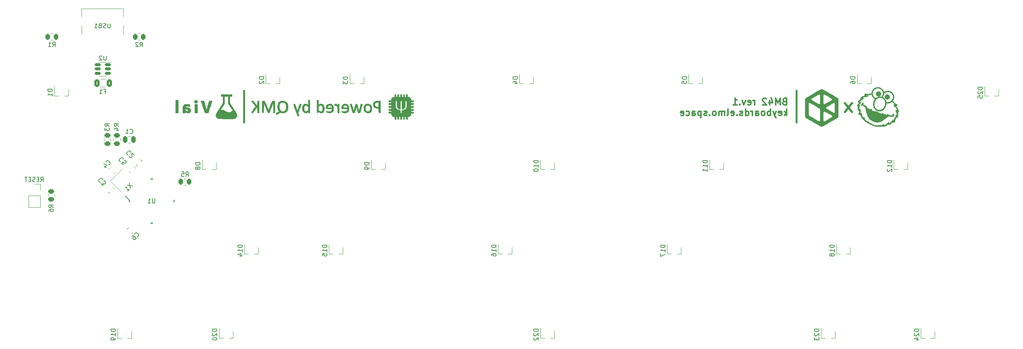
<source format=gbr>
%TF.GenerationSoftware,KiCad,Pcbnew,(6.0.1)*%
%TF.CreationDate,2022-03-03T09:55:52+01:00*%
%TF.ProjectId,bm42,626d3432-2e6b-4696-9361-645f70636258,rev?*%
%TF.SameCoordinates,Original*%
%TF.FileFunction,Legend,Bot*%
%TF.FilePolarity,Positive*%
%FSLAX46Y46*%
G04 Gerber Fmt 4.6, Leading zero omitted, Abs format (unit mm)*
G04 Created by KiCad (PCBNEW (6.0.1)) date 2022-03-03 09:55:52*
%MOMM*%
%LPD*%
G01*
G04 APERTURE LIST*
G04 Aperture macros list*
%AMRoundRect*
0 Rectangle with rounded corners*
0 $1 Rounding radius*
0 $2 $3 $4 $5 $6 $7 $8 $9 X,Y pos of 4 corners*
0 Add a 4 corners polygon primitive as box body*
4,1,4,$2,$3,$4,$5,$6,$7,$8,$9,$2,$3,0*
0 Add four circle primitives for the rounded corners*
1,1,$1+$1,$2,$3*
1,1,$1+$1,$4,$5*
1,1,$1+$1,$6,$7*
1,1,$1+$1,$8,$9*
0 Add four rect primitives between the rounded corners*
20,1,$1+$1,$2,$3,$4,$5,0*
20,1,$1+$1,$4,$5,$6,$7,0*
20,1,$1+$1,$6,$7,$8,$9,0*
20,1,$1+$1,$8,$9,$2,$3,0*%
%AMRotRect*
0 Rectangle, with rotation*
0 The origin of the aperture is its center*
0 $1 length*
0 $2 width*
0 $3 Rotation angle, in degrees counterclockwise*
0 Add horizontal line*
21,1,$1,$2,0,0,$3*%
G04 Aperture macros list end*
%ADD10C,0.400000*%
%ADD11C,0.300000*%
%ADD12C,0.500000*%
%ADD13C,0.150000*%
%ADD14C,0.120000*%
%ADD15C,0.010000*%
%ADD16C,3.987800*%
%ADD17C,1.750000*%
%ADD18C,2.250000*%
%ADD19C,3.048000*%
%ADD20RoundRect,0.250000X0.512652X0.159099X0.159099X0.512652X-0.512652X-0.159099X-0.159099X-0.512652X0*%
%ADD21RoundRect,0.250000X-0.262500X-0.450000X0.262500X-0.450000X0.262500X0.450000X-0.262500X0.450000X0*%
%ADD22RotRect,1.600000X0.550000X315.000000*%
%ADD23RotRect,1.600000X0.550000X225.000000*%
%ADD24R,0.800000X0.900000*%
%ADD25C,3.800000*%
%ADD26RoundRect,0.250000X0.262500X0.450000X-0.262500X0.450000X-0.262500X-0.450000X0.262500X-0.450000X0*%
%ADD27RoundRect,0.150000X0.512500X0.150000X-0.512500X0.150000X-0.512500X-0.150000X0.512500X-0.150000X0*%
%ADD28RotRect,1.400000X1.200000X45.000000*%
%ADD29RoundRect,0.250000X0.159099X-0.512652X0.512652X-0.159099X-0.159099X0.512652X-0.512652X0.159099X0*%
%ADD30RoundRect,0.250000X0.450000X-0.262500X0.450000X0.262500X-0.450000X0.262500X-0.450000X-0.262500X0*%
%ADD31RoundRect,0.250000X0.375000X0.625000X-0.375000X0.625000X-0.375000X-0.625000X0.375000X-0.625000X0*%
%ADD32RoundRect,0.250000X-0.450000X0.262500X-0.450000X-0.262500X0.450000X-0.262500X0.450000X0.262500X0*%
%ADD33RoundRect,0.250000X-0.159099X0.512652X-0.512652X0.159099X0.159099X-0.512652X0.512652X-0.159099X0*%
%ADD34RoundRect,0.250000X-0.250000X-0.475000X0.250000X-0.475000X0.250000X0.475000X-0.250000X0.475000X0*%
%ADD35R,1.700000X1.700000*%
%ADD36O,1.700000X1.700000*%
%ADD37C,0.650000*%
%ADD38R,0.600000X1.450000*%
%ADD39R,0.300000X1.450000*%
%ADD40O,1.000000X2.100000*%
%ADD41O,1.000000X1.600000*%
G04 APERTURE END LIST*
D10*
X208534000Y-82033571D02*
X208534000Y-74890714D01*
X84074000Y-82033571D02*
X84074000Y-74890714D01*
D11*
X205830857Y-77298357D02*
X205616571Y-77369785D01*
X205545142Y-77441214D01*
X205473714Y-77584071D01*
X205473714Y-77798357D01*
X205545142Y-77941214D01*
X205616571Y-78012642D01*
X205759428Y-78084071D01*
X206330857Y-78084071D01*
X206330857Y-76584071D01*
X205830857Y-76584071D01*
X205688000Y-76655500D01*
X205616571Y-76726928D01*
X205545142Y-76869785D01*
X205545142Y-77012642D01*
X205616571Y-77155500D01*
X205688000Y-77226928D01*
X205830857Y-77298357D01*
X206330857Y-77298357D01*
X204830857Y-78084071D02*
X204830857Y-76584071D01*
X204330857Y-77655500D01*
X203830857Y-76584071D01*
X203830857Y-78084071D01*
X202473714Y-77084071D02*
X202473714Y-78084071D01*
X202830857Y-76512642D02*
X203188000Y-77584071D01*
X202259428Y-77584071D01*
X201759428Y-76726928D02*
X201688000Y-76655500D01*
X201545142Y-76584071D01*
X201188000Y-76584071D01*
X201045142Y-76655500D01*
X200973714Y-76726928D01*
X200902285Y-76869785D01*
X200902285Y-77012642D01*
X200973714Y-77226928D01*
X201830857Y-78084071D01*
X200902285Y-78084071D01*
X199116571Y-78084071D02*
X199116571Y-77084071D01*
X199116571Y-77369785D02*
X199045142Y-77226928D01*
X198973714Y-77155500D01*
X198830857Y-77084071D01*
X198688000Y-77084071D01*
X197616571Y-78012642D02*
X197759428Y-78084071D01*
X198045142Y-78084071D01*
X198188000Y-78012642D01*
X198259428Y-77869785D01*
X198259428Y-77298357D01*
X198188000Y-77155500D01*
X198045142Y-77084071D01*
X197759428Y-77084071D01*
X197616571Y-77155500D01*
X197545142Y-77298357D01*
X197545142Y-77441214D01*
X198259428Y-77584071D01*
X197045142Y-77084071D02*
X196688000Y-78084071D01*
X196330857Y-77084071D01*
X195759428Y-77941214D02*
X195688000Y-78012642D01*
X195759428Y-78084071D01*
X195830857Y-78012642D01*
X195759428Y-77941214D01*
X195759428Y-78084071D01*
X194259428Y-78084071D02*
X195116571Y-78084071D01*
X194688000Y-78084071D02*
X194688000Y-76584071D01*
X194830857Y-76798357D01*
X194973714Y-76941214D01*
X195116571Y-77012642D01*
X206330857Y-80499071D02*
X206330857Y-78999071D01*
X206188000Y-79927642D02*
X205759428Y-80499071D01*
X205759428Y-79499071D02*
X206330857Y-80070500D01*
X204545142Y-80427642D02*
X204688000Y-80499071D01*
X204973714Y-80499071D01*
X205116571Y-80427642D01*
X205188000Y-80284785D01*
X205188000Y-79713357D01*
X205116571Y-79570500D01*
X204973714Y-79499071D01*
X204688000Y-79499071D01*
X204545142Y-79570500D01*
X204473714Y-79713357D01*
X204473714Y-79856214D01*
X205188000Y-79999071D01*
X203973714Y-79499071D02*
X203616571Y-80499071D01*
X203259428Y-79499071D02*
X203616571Y-80499071D01*
X203759428Y-80856214D01*
X203830857Y-80927642D01*
X203973714Y-80999071D01*
X202688000Y-80499071D02*
X202688000Y-78999071D01*
X202688000Y-79570500D02*
X202545142Y-79499071D01*
X202259428Y-79499071D01*
X202116571Y-79570500D01*
X202045142Y-79641928D01*
X201973714Y-79784785D01*
X201973714Y-80213357D01*
X202045142Y-80356214D01*
X202116571Y-80427642D01*
X202259428Y-80499071D01*
X202545142Y-80499071D01*
X202688000Y-80427642D01*
X201116571Y-80499071D02*
X201259428Y-80427642D01*
X201330857Y-80356214D01*
X201402285Y-80213357D01*
X201402285Y-79784785D01*
X201330857Y-79641928D01*
X201259428Y-79570500D01*
X201116571Y-79499071D01*
X200902285Y-79499071D01*
X200759428Y-79570500D01*
X200688000Y-79641928D01*
X200616571Y-79784785D01*
X200616571Y-80213357D01*
X200688000Y-80356214D01*
X200759428Y-80427642D01*
X200902285Y-80499071D01*
X201116571Y-80499071D01*
X199330857Y-80499071D02*
X199330857Y-79713357D01*
X199402285Y-79570500D01*
X199545142Y-79499071D01*
X199830857Y-79499071D01*
X199973714Y-79570500D01*
X199330857Y-80427642D02*
X199473714Y-80499071D01*
X199830857Y-80499071D01*
X199973714Y-80427642D01*
X200045142Y-80284785D01*
X200045142Y-80141928D01*
X199973714Y-79999071D01*
X199830857Y-79927642D01*
X199473714Y-79927642D01*
X199330857Y-79856214D01*
X198616571Y-80499071D02*
X198616571Y-79499071D01*
X198616571Y-79784785D02*
X198545142Y-79641928D01*
X198473714Y-79570500D01*
X198330857Y-79499071D01*
X198188000Y-79499071D01*
X197045142Y-80499071D02*
X197045142Y-78999071D01*
X197045142Y-80427642D02*
X197188000Y-80499071D01*
X197473714Y-80499071D01*
X197616571Y-80427642D01*
X197688000Y-80356214D01*
X197759428Y-80213357D01*
X197759428Y-79784785D01*
X197688000Y-79641928D01*
X197616571Y-79570500D01*
X197473714Y-79499071D01*
X197188000Y-79499071D01*
X197045142Y-79570500D01*
X196402285Y-80427642D02*
X196259428Y-80499071D01*
X195973714Y-80499071D01*
X195830857Y-80427642D01*
X195759428Y-80284785D01*
X195759428Y-80213357D01*
X195830857Y-80070500D01*
X195973714Y-79999071D01*
X196188000Y-79999071D01*
X196330857Y-79927642D01*
X196402285Y-79784785D01*
X196402285Y-79713357D01*
X196330857Y-79570500D01*
X196188000Y-79499071D01*
X195973714Y-79499071D01*
X195830857Y-79570500D01*
X195116571Y-80356214D02*
X195045142Y-80427642D01*
X195116571Y-80499071D01*
X195188000Y-80427642D01*
X195116571Y-80356214D01*
X195116571Y-80499071D01*
X193830857Y-80427642D02*
X193973714Y-80499071D01*
X194259428Y-80499071D01*
X194402285Y-80427642D01*
X194473714Y-80284785D01*
X194473714Y-79713357D01*
X194402285Y-79570500D01*
X194259428Y-79499071D01*
X193973714Y-79499071D01*
X193830857Y-79570500D01*
X193759428Y-79713357D01*
X193759428Y-79856214D01*
X194473714Y-79999071D01*
X192902285Y-80499071D02*
X193045142Y-80427642D01*
X193116571Y-80284785D01*
X193116571Y-78999071D01*
X192330857Y-80499071D02*
X192330857Y-79499071D01*
X192330857Y-79641928D02*
X192259428Y-79570500D01*
X192116571Y-79499071D01*
X191902285Y-79499071D01*
X191759428Y-79570500D01*
X191688000Y-79713357D01*
X191688000Y-80499071D01*
X191688000Y-79713357D02*
X191616571Y-79570500D01*
X191473714Y-79499071D01*
X191259428Y-79499071D01*
X191116571Y-79570500D01*
X191045142Y-79713357D01*
X191045142Y-80499071D01*
X190116571Y-80499071D02*
X190259428Y-80427642D01*
X190330857Y-80356214D01*
X190402285Y-80213357D01*
X190402285Y-79784785D01*
X190330857Y-79641928D01*
X190259428Y-79570500D01*
X190116571Y-79499071D01*
X189902285Y-79499071D01*
X189759428Y-79570500D01*
X189688000Y-79641928D01*
X189616571Y-79784785D01*
X189616571Y-80213357D01*
X189688000Y-80356214D01*
X189759428Y-80427642D01*
X189902285Y-80499071D01*
X190116571Y-80499071D01*
X188973714Y-80356214D02*
X188902285Y-80427642D01*
X188973714Y-80499071D01*
X189045142Y-80427642D01*
X188973714Y-80356214D01*
X188973714Y-80499071D01*
X188330857Y-80427642D02*
X188188000Y-80499071D01*
X187902285Y-80499071D01*
X187759428Y-80427642D01*
X187688000Y-80284785D01*
X187688000Y-80213357D01*
X187759428Y-80070500D01*
X187902285Y-79999071D01*
X188116571Y-79999071D01*
X188259428Y-79927642D01*
X188330857Y-79784785D01*
X188330857Y-79713357D01*
X188259428Y-79570500D01*
X188116571Y-79499071D01*
X187902285Y-79499071D01*
X187759428Y-79570500D01*
X187045142Y-79499071D02*
X187045142Y-80999071D01*
X187045142Y-79570500D02*
X186902285Y-79499071D01*
X186616571Y-79499071D01*
X186473714Y-79570500D01*
X186402285Y-79641928D01*
X186330857Y-79784785D01*
X186330857Y-80213357D01*
X186402285Y-80356214D01*
X186473714Y-80427642D01*
X186616571Y-80499071D01*
X186902285Y-80499071D01*
X187045142Y-80427642D01*
X185045142Y-80499071D02*
X185045142Y-79713357D01*
X185116571Y-79570500D01*
X185259428Y-79499071D01*
X185545142Y-79499071D01*
X185688000Y-79570500D01*
X185045142Y-80427642D02*
X185188000Y-80499071D01*
X185545142Y-80499071D01*
X185688000Y-80427642D01*
X185759428Y-80284785D01*
X185759428Y-80141928D01*
X185688000Y-79999071D01*
X185545142Y-79927642D01*
X185188000Y-79927642D01*
X185045142Y-79856214D01*
X183688000Y-80427642D02*
X183830857Y-80499071D01*
X184116571Y-80499071D01*
X184259428Y-80427642D01*
X184330857Y-80356214D01*
X184402285Y-80213357D01*
X184402285Y-79784785D01*
X184330857Y-79641928D01*
X184259428Y-79570500D01*
X184116571Y-79499071D01*
X183830857Y-79499071D01*
X183688000Y-79570500D01*
X182473714Y-80427642D02*
X182616571Y-80499071D01*
X182902285Y-80499071D01*
X183045142Y-80427642D01*
X183116571Y-80284785D01*
X183116571Y-79713357D01*
X183045142Y-79570500D01*
X182902285Y-79499071D01*
X182616571Y-79499071D01*
X182473714Y-79570500D01*
X182402285Y-79713357D01*
X182402285Y-79856214D01*
X183116571Y-79999071D01*
D12*
X221003714Y-79716142D02*
X219432285Y-77716142D01*
X221003714Y-77716142D02*
X219432285Y-79716142D01*
D13*
%TO.C,C2*%
X58554687Y-88783610D02*
X58554687Y-88716267D01*
X58487343Y-88581580D01*
X58420000Y-88514236D01*
X58285312Y-88446893D01*
X58150625Y-88446893D01*
X58049610Y-88480564D01*
X57881251Y-88581580D01*
X57780236Y-88682595D01*
X57679221Y-88850954D01*
X57645549Y-88951969D01*
X57645549Y-89086656D01*
X57712893Y-89221343D01*
X57780236Y-89288687D01*
X57914923Y-89356030D01*
X57982267Y-89356030D01*
X58251641Y-89625404D02*
X58251641Y-89692748D01*
X58285312Y-89793763D01*
X58453671Y-89962122D01*
X58554687Y-89995793D01*
X58622030Y-89995793D01*
X58723045Y-89962122D01*
X58790389Y-89894778D01*
X58857732Y-89760091D01*
X58857732Y-88951969D01*
X59295465Y-89389702D01*
%TO.C,R1*%
X40933666Y-64968380D02*
X41267000Y-64492190D01*
X41505095Y-64968380D02*
X41505095Y-63968380D01*
X41124142Y-63968380D01*
X41028904Y-64016000D01*
X40981285Y-64063619D01*
X40933666Y-64158857D01*
X40933666Y-64301714D01*
X40981285Y-64396952D01*
X41028904Y-64444571D01*
X41124142Y-64492190D01*
X41505095Y-64492190D01*
X39981285Y-64968380D02*
X40552714Y-64968380D01*
X40267000Y-64968380D02*
X40267000Y-63968380D01*
X40362238Y-64111238D01*
X40457476Y-64206476D01*
X40552714Y-64254095D01*
%TO.C,U1*%
X64007904Y-99223580D02*
X64007904Y-100033104D01*
X63960285Y-100128342D01*
X63912666Y-100175961D01*
X63817428Y-100223580D01*
X63626952Y-100223580D01*
X63531714Y-100175961D01*
X63484095Y-100128342D01*
X63436476Y-100033104D01*
X63436476Y-99223580D01*
X62436476Y-100223580D02*
X63007904Y-100223580D01*
X62722190Y-100223580D02*
X62722190Y-99223580D01*
X62817428Y-99366438D01*
X62912666Y-99461676D01*
X63007904Y-99509295D01*
%TO.C,D6*%
X221726380Y-71778904D02*
X220726380Y-71778904D01*
X220726380Y-72017000D01*
X220774000Y-72159857D01*
X220869238Y-72255095D01*
X220964476Y-72302714D01*
X221154952Y-72350333D01*
X221297809Y-72350333D01*
X221488285Y-72302714D01*
X221583523Y-72255095D01*
X221678761Y-72159857D01*
X221726380Y-72017000D01*
X221726380Y-71778904D01*
X220726380Y-73207476D02*
X220726380Y-73017000D01*
X220774000Y-72921761D01*
X220821619Y-72874142D01*
X220964476Y-72778904D01*
X221154952Y-72731285D01*
X221535904Y-72731285D01*
X221631142Y-72778904D01*
X221678761Y-72826523D01*
X221726380Y-72921761D01*
X221726380Y-73112238D01*
X221678761Y-73207476D01*
X221631142Y-73255095D01*
X221535904Y-73302714D01*
X221297809Y-73302714D01*
X221202571Y-73255095D01*
X221154952Y-73207476D01*
X221107333Y-73112238D01*
X221107333Y-72921761D01*
X221154952Y-72826523D01*
X221202571Y-72778904D01*
X221297809Y-72731285D01*
%TO.C,D19*%
X55102380Y-128579714D02*
X54102380Y-128579714D01*
X54102380Y-128817809D01*
X54150000Y-128960666D01*
X54245238Y-129055904D01*
X54340476Y-129103523D01*
X54530952Y-129151142D01*
X54673809Y-129151142D01*
X54864285Y-129103523D01*
X54959523Y-129055904D01*
X55054761Y-128960666D01*
X55102380Y-128817809D01*
X55102380Y-128579714D01*
X55102380Y-130103523D02*
X55102380Y-129532095D01*
X55102380Y-129817809D02*
X54102380Y-129817809D01*
X54245238Y-129722571D01*
X54340476Y-129627333D01*
X54388095Y-129532095D01*
X55102380Y-130579714D02*
X55102380Y-130770190D01*
X55054761Y-130865428D01*
X55007142Y-130913047D01*
X54864285Y-131008285D01*
X54673809Y-131055904D01*
X54292857Y-131055904D01*
X54197619Y-131008285D01*
X54150000Y-130960666D01*
X54102380Y-130865428D01*
X54102380Y-130674952D01*
X54150000Y-130579714D01*
X54197619Y-130532095D01*
X54292857Y-130484476D01*
X54530952Y-130484476D01*
X54626190Y-130532095D01*
X54673809Y-130579714D01*
X54721428Y-130674952D01*
X54721428Y-130865428D01*
X54673809Y-130960666D01*
X54626190Y-131008285D01*
X54530952Y-131055904D01*
%TO.C,D2*%
X88503380Y-71778904D02*
X87503380Y-71778904D01*
X87503380Y-72017000D01*
X87551000Y-72159857D01*
X87646238Y-72255095D01*
X87741476Y-72302714D01*
X87931952Y-72350333D01*
X88074809Y-72350333D01*
X88265285Y-72302714D01*
X88360523Y-72255095D01*
X88455761Y-72159857D01*
X88503380Y-72017000D01*
X88503380Y-71778904D01*
X87598619Y-72731285D02*
X87551000Y-72778904D01*
X87503380Y-72874142D01*
X87503380Y-73112238D01*
X87551000Y-73207476D01*
X87598619Y-73255095D01*
X87693857Y-73302714D01*
X87789095Y-73302714D01*
X87931952Y-73255095D01*
X88503380Y-72683666D01*
X88503380Y-73302714D01*
%TO.C,H2*%
X243585904Y-79827380D02*
X243585904Y-78827380D01*
X243585904Y-79303571D02*
X243014476Y-79303571D01*
X243014476Y-79827380D02*
X243014476Y-78827380D01*
X242585904Y-78922619D02*
X242538285Y-78875000D01*
X242443047Y-78827380D01*
X242204952Y-78827380D01*
X242109714Y-78875000D01*
X242062095Y-78922619D01*
X242014476Y-79017857D01*
X242014476Y-79113095D01*
X242062095Y-79255952D01*
X242633523Y-79827380D01*
X242014476Y-79827380D01*
%TO.C,C3*%
X52255487Y-94930410D02*
X52255487Y-94863067D01*
X52188143Y-94728380D01*
X52120800Y-94661036D01*
X51986112Y-94593693D01*
X51851425Y-94593693D01*
X51750410Y-94627364D01*
X51582051Y-94728380D01*
X51481036Y-94829395D01*
X51380021Y-94997754D01*
X51346349Y-95098769D01*
X51346349Y-95233456D01*
X51413693Y-95368143D01*
X51481036Y-95435487D01*
X51615723Y-95502830D01*
X51683067Y-95502830D01*
X51851425Y-95805876D02*
X52289158Y-96243609D01*
X52322830Y-95738532D01*
X52423845Y-95839548D01*
X52524861Y-95873219D01*
X52592204Y-95873219D01*
X52693219Y-95839548D01*
X52861578Y-95671189D01*
X52895250Y-95570174D01*
X52895250Y-95502830D01*
X52861578Y-95401815D01*
X52659548Y-95199784D01*
X52558532Y-95166112D01*
X52491189Y-95166112D01*
%TO.C,H5*%
X243649404Y-117927380D02*
X243649404Y-116927380D01*
X243649404Y-117403571D02*
X243077976Y-117403571D01*
X243077976Y-117927380D02*
X243077976Y-116927380D01*
X242125595Y-116927380D02*
X242601785Y-116927380D01*
X242649404Y-117403571D01*
X242601785Y-117355952D01*
X242506547Y-117308333D01*
X242268452Y-117308333D01*
X242173214Y-117355952D01*
X242125595Y-117403571D01*
X242077976Y-117498809D01*
X242077976Y-117736904D01*
X242125595Y-117832142D01*
X242173214Y-117879761D01*
X242268452Y-117927380D01*
X242506547Y-117927380D01*
X242601785Y-117879761D01*
X242649404Y-117832142D01*
%TO.C,D18*%
X217027380Y-109656714D02*
X216027380Y-109656714D01*
X216027380Y-109894809D01*
X216075000Y-110037666D01*
X216170238Y-110132904D01*
X216265476Y-110180523D01*
X216455952Y-110228142D01*
X216598809Y-110228142D01*
X216789285Y-110180523D01*
X216884523Y-110132904D01*
X216979761Y-110037666D01*
X217027380Y-109894809D01*
X217027380Y-109656714D01*
X217027380Y-111180523D02*
X217027380Y-110609095D01*
X217027380Y-110894809D02*
X216027380Y-110894809D01*
X216170238Y-110799571D01*
X216265476Y-110704333D01*
X216313095Y-110609095D01*
X216455952Y-111751952D02*
X216408333Y-111656714D01*
X216360714Y-111609095D01*
X216265476Y-111561476D01*
X216217857Y-111561476D01*
X216122619Y-111609095D01*
X216075000Y-111656714D01*
X216027380Y-111751952D01*
X216027380Y-111942428D01*
X216075000Y-112037666D01*
X216122619Y-112085285D01*
X216217857Y-112132904D01*
X216265476Y-112132904D01*
X216360714Y-112085285D01*
X216408333Y-112037666D01*
X216455952Y-111942428D01*
X216455952Y-111751952D01*
X216503571Y-111656714D01*
X216551190Y-111609095D01*
X216646428Y-111561476D01*
X216836904Y-111561476D01*
X216932142Y-111609095D01*
X216979761Y-111656714D01*
X217027380Y-111751952D01*
X217027380Y-111942428D01*
X216979761Y-112037666D01*
X216932142Y-112085285D01*
X216836904Y-112132904D01*
X216646428Y-112132904D01*
X216551190Y-112085285D01*
X216503571Y-112037666D01*
X216455952Y-111942428D01*
%TO.C,D11*%
X188452380Y-90606714D02*
X187452380Y-90606714D01*
X187452380Y-90844809D01*
X187500000Y-90987666D01*
X187595238Y-91082904D01*
X187690476Y-91130523D01*
X187880952Y-91178142D01*
X188023809Y-91178142D01*
X188214285Y-91130523D01*
X188309523Y-91082904D01*
X188404761Y-90987666D01*
X188452380Y-90844809D01*
X188452380Y-90606714D01*
X188452380Y-92130523D02*
X188452380Y-91559095D01*
X188452380Y-91844809D02*
X187452380Y-91844809D01*
X187595238Y-91749571D01*
X187690476Y-91654333D01*
X187738095Y-91559095D01*
X188452380Y-93082904D02*
X188452380Y-92511476D01*
X188452380Y-92797190D02*
X187452380Y-92797190D01*
X187595238Y-92701952D01*
X187690476Y-92606714D01*
X187738095Y-92511476D01*
%TO.C,D1*%
X40878380Y-74572904D02*
X39878380Y-74572904D01*
X39878380Y-74811000D01*
X39926000Y-74953857D01*
X40021238Y-75049095D01*
X40116476Y-75096714D01*
X40306952Y-75144333D01*
X40449809Y-75144333D01*
X40640285Y-75096714D01*
X40735523Y-75049095D01*
X40830761Y-74953857D01*
X40878380Y-74811000D01*
X40878380Y-74572904D01*
X40878380Y-76096714D02*
X40878380Y-75525285D01*
X40878380Y-75811000D02*
X39878380Y-75811000D01*
X40021238Y-75715761D01*
X40116476Y-75620523D01*
X40164095Y-75525285D01*
%TO.C,R5*%
X70931066Y-94204780D02*
X71264400Y-93728590D01*
X71502495Y-94204780D02*
X71502495Y-93204780D01*
X71121542Y-93204780D01*
X71026304Y-93252400D01*
X70978685Y-93300019D01*
X70931066Y-93395257D01*
X70931066Y-93538114D01*
X70978685Y-93633352D01*
X71026304Y-93680971D01*
X71121542Y-93728590D01*
X71502495Y-93728590D01*
X70026304Y-93204780D02*
X70502495Y-93204780D01*
X70550114Y-93680971D01*
X70502495Y-93633352D01*
X70407257Y-93585733D01*
X70169161Y-93585733D01*
X70073923Y-93633352D01*
X70026304Y-93680971D01*
X69978685Y-93776209D01*
X69978685Y-94014304D01*
X70026304Y-94109542D01*
X70073923Y-94157161D01*
X70169161Y-94204780D01*
X70407257Y-94204780D01*
X70502495Y-94157161D01*
X70550114Y-94109542D01*
%TO.C,D9*%
X112252380Y-91082904D02*
X111252380Y-91082904D01*
X111252380Y-91321000D01*
X111300000Y-91463857D01*
X111395238Y-91559095D01*
X111490476Y-91606714D01*
X111680952Y-91654333D01*
X111823809Y-91654333D01*
X112014285Y-91606714D01*
X112109523Y-91559095D01*
X112204761Y-91463857D01*
X112252380Y-91321000D01*
X112252380Y-91082904D01*
X112252380Y-92130523D02*
X112252380Y-92321000D01*
X112204761Y-92416238D01*
X112157142Y-92463857D01*
X112014285Y-92559095D01*
X111823809Y-92606714D01*
X111442857Y-92606714D01*
X111347619Y-92559095D01*
X111300000Y-92511476D01*
X111252380Y-92416238D01*
X111252380Y-92225761D01*
X111300000Y-92130523D01*
X111347619Y-92082904D01*
X111442857Y-92035285D01*
X111680952Y-92035285D01*
X111776190Y-92082904D01*
X111823809Y-92130523D01*
X111871428Y-92225761D01*
X111871428Y-92416238D01*
X111823809Y-92511476D01*
X111776190Y-92559095D01*
X111680952Y-92606714D01*
%TO.C,H1*%
X72135904Y-70302380D02*
X72135904Y-69302380D01*
X72135904Y-69778571D02*
X71564476Y-69778571D01*
X71564476Y-70302380D02*
X71564476Y-69302380D01*
X70564476Y-70302380D02*
X71135904Y-70302380D01*
X70850190Y-70302380D02*
X70850190Y-69302380D01*
X70945428Y-69445238D01*
X71040666Y-69540476D01*
X71135904Y-69588095D01*
%TO.C,D23*%
X213598380Y-128579714D02*
X212598380Y-128579714D01*
X212598380Y-128817809D01*
X212646000Y-128960666D01*
X212741238Y-129055904D01*
X212836476Y-129103523D01*
X213026952Y-129151142D01*
X213169809Y-129151142D01*
X213360285Y-129103523D01*
X213455523Y-129055904D01*
X213550761Y-128960666D01*
X213598380Y-128817809D01*
X213598380Y-128579714D01*
X212693619Y-129532095D02*
X212646000Y-129579714D01*
X212598380Y-129674952D01*
X212598380Y-129913047D01*
X212646000Y-130008285D01*
X212693619Y-130055904D01*
X212788857Y-130103523D01*
X212884095Y-130103523D01*
X213026952Y-130055904D01*
X213598380Y-129484476D01*
X213598380Y-130103523D01*
X212598380Y-130436857D02*
X212598380Y-131055904D01*
X212979333Y-130722571D01*
X212979333Y-130865428D01*
X213026952Y-130960666D01*
X213074571Y-131008285D01*
X213169809Y-131055904D01*
X213407904Y-131055904D01*
X213503142Y-131008285D01*
X213550761Y-130960666D01*
X213598380Y-130865428D01*
X213598380Y-130579714D01*
X213550761Y-130484476D01*
X213503142Y-130436857D01*
%TO.C,D14*%
X83677380Y-109656714D02*
X82677380Y-109656714D01*
X82677380Y-109894809D01*
X82725000Y-110037666D01*
X82820238Y-110132904D01*
X82915476Y-110180523D01*
X83105952Y-110228142D01*
X83248809Y-110228142D01*
X83439285Y-110180523D01*
X83534523Y-110132904D01*
X83629761Y-110037666D01*
X83677380Y-109894809D01*
X83677380Y-109656714D01*
X83677380Y-111180523D02*
X83677380Y-110609095D01*
X83677380Y-110894809D02*
X82677380Y-110894809D01*
X82820238Y-110799571D01*
X82915476Y-110704333D01*
X82963095Y-110609095D01*
X83010714Y-112037666D02*
X83677380Y-112037666D01*
X82629761Y-111799571D02*
X83344047Y-111561476D01*
X83344047Y-112180523D01*
%TO.C,D15*%
X102727380Y-109656714D02*
X101727380Y-109656714D01*
X101727380Y-109894809D01*
X101775000Y-110037666D01*
X101870238Y-110132904D01*
X101965476Y-110180523D01*
X102155952Y-110228142D01*
X102298809Y-110228142D01*
X102489285Y-110180523D01*
X102584523Y-110132904D01*
X102679761Y-110037666D01*
X102727380Y-109894809D01*
X102727380Y-109656714D01*
X102727380Y-111180523D02*
X102727380Y-110609095D01*
X102727380Y-110894809D02*
X101727380Y-110894809D01*
X101870238Y-110799571D01*
X101965476Y-110704333D01*
X102013095Y-110609095D01*
X101727380Y-112085285D02*
X101727380Y-111609095D01*
X102203571Y-111561476D01*
X102155952Y-111609095D01*
X102108333Y-111704333D01*
X102108333Y-111942428D01*
X102155952Y-112037666D01*
X102203571Y-112085285D01*
X102298809Y-112132904D01*
X102536904Y-112132904D01*
X102632142Y-112085285D01*
X102679761Y-112037666D01*
X102727380Y-111942428D01*
X102727380Y-111704333D01*
X102679761Y-111609095D01*
X102632142Y-111561476D01*
%TO.C,D10*%
X150352380Y-90606714D02*
X149352380Y-90606714D01*
X149352380Y-90844809D01*
X149400000Y-90987666D01*
X149495238Y-91082904D01*
X149590476Y-91130523D01*
X149780952Y-91178142D01*
X149923809Y-91178142D01*
X150114285Y-91130523D01*
X150209523Y-91082904D01*
X150304761Y-90987666D01*
X150352380Y-90844809D01*
X150352380Y-90606714D01*
X150352380Y-92130523D02*
X150352380Y-91559095D01*
X150352380Y-91844809D02*
X149352380Y-91844809D01*
X149495238Y-91749571D01*
X149590476Y-91654333D01*
X149638095Y-91559095D01*
X149352380Y-92749571D02*
X149352380Y-92844809D01*
X149400000Y-92940047D01*
X149447619Y-92987666D01*
X149542857Y-93035285D01*
X149733333Y-93082904D01*
X149971428Y-93082904D01*
X150161904Y-93035285D01*
X150257142Y-92987666D01*
X150304761Y-92940047D01*
X150352380Y-92844809D01*
X150352380Y-92749571D01*
X150304761Y-92654333D01*
X150257142Y-92606714D01*
X150161904Y-92559095D01*
X149971428Y-92511476D01*
X149733333Y-92511476D01*
X149542857Y-92559095D01*
X149447619Y-92606714D01*
X149400000Y-92654333D01*
X149352380Y-92749571D01*
%TO.C,U2*%
X53035104Y-67054780D02*
X53035104Y-67864304D01*
X52987485Y-67959542D01*
X52939866Y-68007161D01*
X52844628Y-68054780D01*
X52654152Y-68054780D01*
X52558914Y-68007161D01*
X52511295Y-67959542D01*
X52463676Y-67864304D01*
X52463676Y-67054780D01*
X52035104Y-67150019D02*
X51987485Y-67102400D01*
X51892247Y-67054780D01*
X51654152Y-67054780D01*
X51558914Y-67102400D01*
X51511295Y-67150019D01*
X51463676Y-67245257D01*
X51463676Y-67340495D01*
X51511295Y-67483352D01*
X52082723Y-68054780D01*
X51463676Y-68054780D01*
%TO.C,D24*%
X236077380Y-128579714D02*
X235077380Y-128579714D01*
X235077380Y-128817809D01*
X235125000Y-128960666D01*
X235220238Y-129055904D01*
X235315476Y-129103523D01*
X235505952Y-129151142D01*
X235648809Y-129151142D01*
X235839285Y-129103523D01*
X235934523Y-129055904D01*
X236029761Y-128960666D01*
X236077380Y-128817809D01*
X236077380Y-128579714D01*
X235172619Y-129532095D02*
X235125000Y-129579714D01*
X235077380Y-129674952D01*
X235077380Y-129913047D01*
X235125000Y-130008285D01*
X235172619Y-130055904D01*
X235267857Y-130103523D01*
X235363095Y-130103523D01*
X235505952Y-130055904D01*
X236077380Y-129484476D01*
X236077380Y-130103523D01*
X235410714Y-130960666D02*
X236077380Y-130960666D01*
X235029761Y-130722571D02*
X235744047Y-130484476D01*
X235744047Y-131103523D01*
%TO.C,D8*%
X74152380Y-91082904D02*
X73152380Y-91082904D01*
X73152380Y-91321000D01*
X73200000Y-91463857D01*
X73295238Y-91559095D01*
X73390476Y-91606714D01*
X73580952Y-91654333D01*
X73723809Y-91654333D01*
X73914285Y-91606714D01*
X74009523Y-91559095D01*
X74104761Y-91463857D01*
X74152380Y-91321000D01*
X74152380Y-91082904D01*
X73580952Y-92225761D02*
X73533333Y-92130523D01*
X73485714Y-92082904D01*
X73390476Y-92035285D01*
X73342857Y-92035285D01*
X73247619Y-92082904D01*
X73200000Y-92130523D01*
X73152380Y-92225761D01*
X73152380Y-92416238D01*
X73200000Y-92511476D01*
X73247619Y-92559095D01*
X73342857Y-92606714D01*
X73390476Y-92606714D01*
X73485714Y-92559095D01*
X73533333Y-92511476D01*
X73580952Y-92416238D01*
X73580952Y-92225761D01*
X73628571Y-92130523D01*
X73676190Y-92082904D01*
X73771428Y-92035285D01*
X73961904Y-92035285D01*
X74057142Y-92082904D01*
X74104761Y-92130523D01*
X74152380Y-92225761D01*
X74152380Y-92416238D01*
X74104761Y-92511476D01*
X74057142Y-92559095D01*
X73961904Y-92606714D01*
X73771428Y-92606714D01*
X73676190Y-92559095D01*
X73628571Y-92511476D01*
X73580952Y-92416238D01*
%TO.C,X1*%
X58249594Y-95661955D02*
X58485296Y-96840466D01*
X57778190Y-96133359D02*
X58956701Y-96369061D01*
X57845533Y-97480229D02*
X58249594Y-97076168D01*
X58047564Y-97278199D02*
X57340457Y-96571092D01*
X57508816Y-96604764D01*
X57643503Y-96604764D01*
X57744518Y-96571092D01*
%TO.C,C4*%
X53557989Y-91574687D02*
X53625332Y-91574687D01*
X53760019Y-91507343D01*
X53827363Y-91440000D01*
X53894706Y-91305312D01*
X53894706Y-91170625D01*
X53861035Y-91069610D01*
X53760019Y-90901251D01*
X53659004Y-90800236D01*
X53490645Y-90699221D01*
X53389630Y-90665549D01*
X53254943Y-90665549D01*
X53120256Y-90732893D01*
X53052912Y-90800236D01*
X52985569Y-90934923D01*
X52985569Y-91002267D01*
X52547836Y-91776717D02*
X53019241Y-92248122D01*
X52446821Y-91338984D02*
X53120256Y-91675702D01*
X52682523Y-92113435D01*
%TO.C,D17*%
X178927380Y-109656714D02*
X177927380Y-109656714D01*
X177927380Y-109894809D01*
X177975000Y-110037666D01*
X178070238Y-110132904D01*
X178165476Y-110180523D01*
X178355952Y-110228142D01*
X178498809Y-110228142D01*
X178689285Y-110180523D01*
X178784523Y-110132904D01*
X178879761Y-110037666D01*
X178927380Y-109894809D01*
X178927380Y-109656714D01*
X178927380Y-111180523D02*
X178927380Y-110609095D01*
X178927380Y-110894809D02*
X177927380Y-110894809D01*
X178070238Y-110799571D01*
X178165476Y-110704333D01*
X178213095Y-110609095D01*
X177927380Y-111513857D02*
X177927380Y-112180523D01*
X178927380Y-111751952D01*
%TO.C,D16*%
X140827380Y-109656714D02*
X139827380Y-109656714D01*
X139827380Y-109894809D01*
X139875000Y-110037666D01*
X139970238Y-110132904D01*
X140065476Y-110180523D01*
X140255952Y-110228142D01*
X140398809Y-110228142D01*
X140589285Y-110180523D01*
X140684523Y-110132904D01*
X140779761Y-110037666D01*
X140827380Y-109894809D01*
X140827380Y-109656714D01*
X140827380Y-111180523D02*
X140827380Y-110609095D01*
X140827380Y-110894809D02*
X139827380Y-110894809D01*
X139970238Y-110799571D01*
X140065476Y-110704333D01*
X140113095Y-110609095D01*
X139827380Y-112037666D02*
X139827380Y-111847190D01*
X139875000Y-111751952D01*
X139922619Y-111704333D01*
X140065476Y-111609095D01*
X140255952Y-111561476D01*
X140636904Y-111561476D01*
X140732142Y-111609095D01*
X140779761Y-111656714D01*
X140827380Y-111751952D01*
X140827380Y-111942428D01*
X140779761Y-112037666D01*
X140732142Y-112085285D01*
X140636904Y-112132904D01*
X140398809Y-112132904D01*
X140303571Y-112085285D01*
X140255952Y-112037666D01*
X140208333Y-111942428D01*
X140208333Y-111751952D01*
X140255952Y-111656714D01*
X140303571Y-111609095D01*
X140398809Y-111561476D01*
%TO.C,D3*%
X107426380Y-71794904D02*
X106426380Y-71794904D01*
X106426380Y-72033000D01*
X106474000Y-72175857D01*
X106569238Y-72271095D01*
X106664476Y-72318714D01*
X106854952Y-72366333D01*
X106997809Y-72366333D01*
X107188285Y-72318714D01*
X107283523Y-72271095D01*
X107378761Y-72175857D01*
X107426380Y-72033000D01*
X107426380Y-71794904D01*
X106426380Y-72699666D02*
X106426380Y-73318714D01*
X106807333Y-72985380D01*
X106807333Y-73128238D01*
X106854952Y-73223476D01*
X106902571Y-73271095D01*
X106997809Y-73318714D01*
X107235904Y-73318714D01*
X107331142Y-73271095D01*
X107378761Y-73223476D01*
X107426380Y-73128238D01*
X107426380Y-72842523D01*
X107378761Y-72747285D01*
X107331142Y-72699666D01*
%TO.C,R6*%
X41092380Y-101179333D02*
X40616190Y-100846000D01*
X41092380Y-100607904D02*
X40092380Y-100607904D01*
X40092380Y-100988857D01*
X40140000Y-101084095D01*
X40187619Y-101131714D01*
X40282857Y-101179333D01*
X40425714Y-101179333D01*
X40520952Y-101131714D01*
X40568571Y-101084095D01*
X40616190Y-100988857D01*
X40616190Y-100607904D01*
X40092380Y-102036476D02*
X40092380Y-101846000D01*
X40140000Y-101750761D01*
X40187619Y-101703142D01*
X40330476Y-101607904D01*
X40520952Y-101560285D01*
X40901904Y-101560285D01*
X40997142Y-101607904D01*
X41044761Y-101655523D01*
X41092380Y-101750761D01*
X41092380Y-101941238D01*
X41044761Y-102036476D01*
X40997142Y-102084095D01*
X40901904Y-102131714D01*
X40663809Y-102131714D01*
X40568571Y-102084095D01*
X40520952Y-102036476D01*
X40473333Y-101941238D01*
X40473333Y-101750761D01*
X40520952Y-101655523D01*
X40568571Y-101607904D01*
X40663809Y-101560285D01*
%TO.C,F1*%
X52555733Y-75061771D02*
X52889066Y-75061771D01*
X52889066Y-75585580D02*
X52889066Y-74585580D01*
X52412876Y-74585580D01*
X51508114Y-75585580D02*
X52079542Y-75585580D01*
X51793828Y-75585580D02*
X51793828Y-74585580D01*
X51889066Y-74728438D01*
X51984304Y-74823676D01*
X52079542Y-74871295D01*
%TO.C,D12*%
X229981380Y-90606714D02*
X228981380Y-90606714D01*
X228981380Y-90844809D01*
X229029000Y-90987666D01*
X229124238Y-91082904D01*
X229219476Y-91130523D01*
X229409952Y-91178142D01*
X229552809Y-91178142D01*
X229743285Y-91130523D01*
X229838523Y-91082904D01*
X229933761Y-90987666D01*
X229981380Y-90844809D01*
X229981380Y-90606714D01*
X229981380Y-92130523D02*
X229981380Y-91559095D01*
X229981380Y-91844809D02*
X228981380Y-91844809D01*
X229124238Y-91749571D01*
X229219476Y-91654333D01*
X229267095Y-91559095D01*
X229076619Y-92511476D02*
X229029000Y-92559095D01*
X228981380Y-92654333D01*
X228981380Y-92892428D01*
X229029000Y-92987666D01*
X229076619Y-93035285D01*
X229171857Y-93082904D01*
X229267095Y-93082904D01*
X229409952Y-93035285D01*
X229981380Y-92463857D01*
X229981380Y-93082904D01*
%TO.C,R3*%
X53741580Y-82891333D02*
X53265390Y-82558000D01*
X53741580Y-82319904D02*
X52741580Y-82319904D01*
X52741580Y-82700857D01*
X52789200Y-82796095D01*
X52836819Y-82843714D01*
X52932057Y-82891333D01*
X53074914Y-82891333D01*
X53170152Y-82843714D01*
X53217771Y-82796095D01*
X53265390Y-82700857D01*
X53265390Y-82319904D01*
X52741580Y-83224666D02*
X52741580Y-83843714D01*
X53122533Y-83510380D01*
X53122533Y-83653238D01*
X53170152Y-83748476D01*
X53217771Y-83796095D01*
X53313009Y-83843714D01*
X53551104Y-83843714D01*
X53646342Y-83796095D01*
X53693961Y-83748476D01*
X53741580Y-83653238D01*
X53741580Y-83367523D01*
X53693961Y-83272285D01*
X53646342Y-83224666D01*
%TO.C,C6*%
X60009589Y-107779887D02*
X60076932Y-107779887D01*
X60211619Y-107712543D01*
X60278963Y-107645200D01*
X60346306Y-107510512D01*
X60346306Y-107375825D01*
X60312635Y-107274810D01*
X60211619Y-107106451D01*
X60110604Y-107005436D01*
X59942245Y-106904421D01*
X59841230Y-106870749D01*
X59706543Y-106870749D01*
X59571856Y-106938093D01*
X59504512Y-107005436D01*
X59437169Y-107140123D01*
X59437169Y-107207467D01*
X58763734Y-107746215D02*
X58898421Y-107611528D01*
X58999436Y-107577856D01*
X59066780Y-107577856D01*
X59235138Y-107611528D01*
X59403497Y-107712543D01*
X59672871Y-107981917D01*
X59706543Y-108082932D01*
X59706543Y-108150276D01*
X59672871Y-108251291D01*
X59538184Y-108385978D01*
X59437169Y-108419650D01*
X59369825Y-108419650D01*
X59268810Y-108385978D01*
X59100451Y-108217619D01*
X59066780Y-108116604D01*
X59066780Y-108049261D01*
X59100451Y-107948245D01*
X59235138Y-107813558D01*
X59336154Y-107779887D01*
X59403497Y-107779887D01*
X59504512Y-107813558D01*
%TO.C,C5*%
X56878287Y-90307610D02*
X56878287Y-90240267D01*
X56810943Y-90105580D01*
X56743600Y-90038236D01*
X56608912Y-89970893D01*
X56474225Y-89970893D01*
X56373210Y-90004564D01*
X56204851Y-90105580D01*
X56103836Y-90206595D01*
X56002821Y-90374954D01*
X55969149Y-90475969D01*
X55969149Y-90610656D01*
X56036493Y-90745343D01*
X56103836Y-90812687D01*
X56238523Y-90880030D01*
X56305867Y-90880030D01*
X56878287Y-91587137D02*
X56541569Y-91250419D01*
X56844615Y-90880030D01*
X56844615Y-90947374D01*
X56878287Y-91048389D01*
X57046645Y-91216748D01*
X57147661Y-91250419D01*
X57215004Y-91250419D01*
X57316019Y-91216748D01*
X57484378Y-91048389D01*
X57518050Y-90947374D01*
X57518050Y-90880030D01*
X57484378Y-90779015D01*
X57316019Y-90610656D01*
X57215004Y-90576984D01*
X57147661Y-90576984D01*
%TO.C,C1*%
X58383466Y-84481942D02*
X58431085Y-84529561D01*
X58573942Y-84577180D01*
X58669180Y-84577180D01*
X58812038Y-84529561D01*
X58907276Y-84434323D01*
X58954895Y-84339085D01*
X59002514Y-84148609D01*
X59002514Y-84005752D01*
X58954895Y-83815276D01*
X58907276Y-83720038D01*
X58812038Y-83624800D01*
X58669180Y-83577180D01*
X58573942Y-83577180D01*
X58431085Y-83624800D01*
X58383466Y-83672419D01*
X57431085Y-84577180D02*
X58002514Y-84577180D01*
X57716800Y-84577180D02*
X57716800Y-83577180D01*
X57812038Y-83720038D01*
X57907276Y-83815276D01*
X58002514Y-83862895D01*
%TO.C,R4*%
X55824380Y-82891333D02*
X55348190Y-82558000D01*
X55824380Y-82319904D02*
X54824380Y-82319904D01*
X54824380Y-82700857D01*
X54872000Y-82796095D01*
X54919619Y-82843714D01*
X55014857Y-82891333D01*
X55157714Y-82891333D01*
X55252952Y-82843714D01*
X55300571Y-82796095D01*
X55348190Y-82700857D01*
X55348190Y-82319904D01*
X55157714Y-83748476D02*
X55824380Y-83748476D01*
X54776761Y-83510380D02*
X55491047Y-83272285D01*
X55491047Y-83891333D01*
%TO.C,H4*%
X53085904Y-117927380D02*
X53085904Y-116927380D01*
X53085904Y-117403571D02*
X52514476Y-117403571D01*
X52514476Y-117927380D02*
X52514476Y-116927380D01*
X51609714Y-117260714D02*
X51609714Y-117927380D01*
X51847809Y-116879761D02*
X52085904Y-117594047D01*
X51466857Y-117594047D01*
%TO.C,D20*%
X77962380Y-128579714D02*
X76962380Y-128579714D01*
X76962380Y-128817809D01*
X77010000Y-128960666D01*
X77105238Y-129055904D01*
X77200476Y-129103523D01*
X77390952Y-129151142D01*
X77533809Y-129151142D01*
X77724285Y-129103523D01*
X77819523Y-129055904D01*
X77914761Y-128960666D01*
X77962380Y-128817809D01*
X77962380Y-128579714D01*
X77057619Y-129532095D02*
X77010000Y-129579714D01*
X76962380Y-129674952D01*
X76962380Y-129913047D01*
X77010000Y-130008285D01*
X77057619Y-130055904D01*
X77152857Y-130103523D01*
X77248095Y-130103523D01*
X77390952Y-130055904D01*
X77962380Y-129484476D01*
X77962380Y-130103523D01*
X76962380Y-130722571D02*
X76962380Y-130817809D01*
X77010000Y-130913047D01*
X77057619Y-130960666D01*
X77152857Y-131008285D01*
X77343333Y-131055904D01*
X77581428Y-131055904D01*
X77771904Y-131008285D01*
X77867142Y-130960666D01*
X77914761Y-130913047D01*
X77962380Y-130817809D01*
X77962380Y-130722571D01*
X77914761Y-130627333D01*
X77867142Y-130579714D01*
X77771904Y-130532095D01*
X77581428Y-130484476D01*
X77343333Y-130484476D01*
X77152857Y-130532095D01*
X77057619Y-130579714D01*
X77010000Y-130627333D01*
X76962380Y-130722571D01*
%TO.C,R2*%
X60618666Y-65019180D02*
X60952000Y-64542990D01*
X61190095Y-65019180D02*
X61190095Y-64019180D01*
X60809142Y-64019180D01*
X60713904Y-64066800D01*
X60666285Y-64114419D01*
X60618666Y-64209657D01*
X60618666Y-64352514D01*
X60666285Y-64447752D01*
X60713904Y-64495371D01*
X60809142Y-64542990D01*
X61190095Y-64542990D01*
X60237714Y-64114419D02*
X60190095Y-64066800D01*
X60094857Y-64019180D01*
X59856761Y-64019180D01*
X59761523Y-64066800D01*
X59713904Y-64114419D01*
X59666285Y-64209657D01*
X59666285Y-64304895D01*
X59713904Y-64447752D01*
X60285333Y-65019180D01*
X59666285Y-65019180D01*
%TO.C,D4*%
X145653380Y-71778904D02*
X144653380Y-71778904D01*
X144653380Y-72017000D01*
X144701000Y-72159857D01*
X144796238Y-72255095D01*
X144891476Y-72302714D01*
X145081952Y-72350333D01*
X145224809Y-72350333D01*
X145415285Y-72302714D01*
X145510523Y-72255095D01*
X145605761Y-72159857D01*
X145653380Y-72017000D01*
X145653380Y-71778904D01*
X144986714Y-73207476D02*
X145653380Y-73207476D01*
X144605761Y-72969380D02*
X145320047Y-72731285D01*
X145320047Y-73350333D01*
%TO.C,RESET*%
X38282380Y-95348580D02*
X38615714Y-94872390D01*
X38853809Y-95348580D02*
X38853809Y-94348580D01*
X38472857Y-94348580D01*
X38377619Y-94396200D01*
X38330000Y-94443819D01*
X38282380Y-94539057D01*
X38282380Y-94681914D01*
X38330000Y-94777152D01*
X38377619Y-94824771D01*
X38472857Y-94872390D01*
X38853809Y-94872390D01*
X37853809Y-94824771D02*
X37520476Y-94824771D01*
X37377619Y-95348580D02*
X37853809Y-95348580D01*
X37853809Y-94348580D01*
X37377619Y-94348580D01*
X36996666Y-95300961D02*
X36853809Y-95348580D01*
X36615714Y-95348580D01*
X36520476Y-95300961D01*
X36472857Y-95253342D01*
X36425238Y-95158104D01*
X36425238Y-95062866D01*
X36472857Y-94967628D01*
X36520476Y-94920009D01*
X36615714Y-94872390D01*
X36806190Y-94824771D01*
X36901428Y-94777152D01*
X36949047Y-94729533D01*
X36996666Y-94634295D01*
X36996666Y-94539057D01*
X36949047Y-94443819D01*
X36901428Y-94396200D01*
X36806190Y-94348580D01*
X36568095Y-94348580D01*
X36425238Y-94396200D01*
X35996666Y-94824771D02*
X35663333Y-94824771D01*
X35520476Y-95348580D02*
X35996666Y-95348580D01*
X35996666Y-94348580D01*
X35520476Y-94348580D01*
X35234761Y-94348580D02*
X34663333Y-94348580D01*
X34949047Y-95348580D02*
X34949047Y-94348580D01*
%TO.C,D5*%
X183753380Y-71778904D02*
X182753380Y-71778904D01*
X182753380Y-72017000D01*
X182801000Y-72159857D01*
X182896238Y-72255095D01*
X182991476Y-72302714D01*
X183181952Y-72350333D01*
X183324809Y-72350333D01*
X183515285Y-72302714D01*
X183610523Y-72255095D01*
X183705761Y-72159857D01*
X183753380Y-72017000D01*
X183753380Y-71778904D01*
X182753380Y-73255095D02*
X182753380Y-72778904D01*
X183229571Y-72731285D01*
X183181952Y-72778904D01*
X183134333Y-72874142D01*
X183134333Y-73112238D01*
X183181952Y-73207476D01*
X183229571Y-73255095D01*
X183324809Y-73302714D01*
X183562904Y-73302714D01*
X183658142Y-73255095D01*
X183705761Y-73207476D01*
X183753380Y-73112238D01*
X183753380Y-72874142D01*
X183705761Y-72778904D01*
X183658142Y-72731285D01*
%TO.C,USB1*%
X53935095Y-59777380D02*
X53935095Y-60586904D01*
X53887476Y-60682142D01*
X53839857Y-60729761D01*
X53744619Y-60777380D01*
X53554142Y-60777380D01*
X53458904Y-60729761D01*
X53411285Y-60682142D01*
X53363666Y-60586904D01*
X53363666Y-59777380D01*
X52935095Y-60729761D02*
X52792238Y-60777380D01*
X52554142Y-60777380D01*
X52458904Y-60729761D01*
X52411285Y-60682142D01*
X52363666Y-60586904D01*
X52363666Y-60491666D01*
X52411285Y-60396428D01*
X52458904Y-60348809D01*
X52554142Y-60301190D01*
X52744619Y-60253571D01*
X52839857Y-60205952D01*
X52887476Y-60158333D01*
X52935095Y-60063095D01*
X52935095Y-59967857D01*
X52887476Y-59872619D01*
X52839857Y-59825000D01*
X52744619Y-59777380D01*
X52506523Y-59777380D01*
X52363666Y-59825000D01*
X51601761Y-60253571D02*
X51458904Y-60301190D01*
X51411285Y-60348809D01*
X51363666Y-60444047D01*
X51363666Y-60586904D01*
X51411285Y-60682142D01*
X51458904Y-60729761D01*
X51554142Y-60777380D01*
X51935095Y-60777380D01*
X51935095Y-59777380D01*
X51601761Y-59777380D01*
X51506523Y-59825000D01*
X51458904Y-59872619D01*
X51411285Y-59967857D01*
X51411285Y-60063095D01*
X51458904Y-60158333D01*
X51506523Y-60205952D01*
X51601761Y-60253571D01*
X51935095Y-60253571D01*
X50411285Y-60777380D02*
X50982714Y-60777380D01*
X50697000Y-60777380D02*
X50697000Y-59777380D01*
X50792238Y-59920238D01*
X50887476Y-60015476D01*
X50982714Y-60063095D01*
%TO.C,D22*%
X150352380Y-128579714D02*
X149352380Y-128579714D01*
X149352380Y-128817809D01*
X149400000Y-128960666D01*
X149495238Y-129055904D01*
X149590476Y-129103523D01*
X149780952Y-129151142D01*
X149923809Y-129151142D01*
X150114285Y-129103523D01*
X150209523Y-129055904D01*
X150304761Y-128960666D01*
X150352380Y-128817809D01*
X150352380Y-128579714D01*
X149447619Y-129532095D02*
X149400000Y-129579714D01*
X149352380Y-129674952D01*
X149352380Y-129913047D01*
X149400000Y-130008285D01*
X149447619Y-130055904D01*
X149542857Y-130103523D01*
X149638095Y-130103523D01*
X149780952Y-130055904D01*
X150352380Y-129484476D01*
X150352380Y-130103523D01*
X149447619Y-130484476D02*
X149400000Y-130532095D01*
X149352380Y-130627333D01*
X149352380Y-130865428D01*
X149400000Y-130960666D01*
X149447619Y-131008285D01*
X149542857Y-131055904D01*
X149638095Y-131055904D01*
X149780952Y-131008285D01*
X150352380Y-130436857D01*
X150352380Y-131055904D01*
%TO.C,D25*%
X250428380Y-74112714D02*
X249428380Y-74112714D01*
X249428380Y-74350809D01*
X249476000Y-74493666D01*
X249571238Y-74588904D01*
X249666476Y-74636523D01*
X249856952Y-74684142D01*
X249999809Y-74684142D01*
X250190285Y-74636523D01*
X250285523Y-74588904D01*
X250380761Y-74493666D01*
X250428380Y-74350809D01*
X250428380Y-74112714D01*
X249523619Y-75065095D02*
X249476000Y-75112714D01*
X249428380Y-75207952D01*
X249428380Y-75446047D01*
X249476000Y-75541285D01*
X249523619Y-75588904D01*
X249618857Y-75636523D01*
X249714095Y-75636523D01*
X249856952Y-75588904D01*
X250428380Y-75017476D01*
X250428380Y-75636523D01*
X249428380Y-76541285D02*
X249428380Y-76065095D01*
X249904571Y-76017476D01*
X249856952Y-76065095D01*
X249809333Y-76160333D01*
X249809333Y-76398428D01*
X249856952Y-76493666D01*
X249904571Y-76541285D01*
X249999809Y-76588904D01*
X250237904Y-76588904D01*
X250333142Y-76541285D01*
X250380761Y-76493666D01*
X250428380Y-76398428D01*
X250428380Y-76160333D01*
X250380761Y-76065095D01*
X250333142Y-76017476D01*
D14*
%TO.C,C2*%
X60073470Y-91815280D02*
X59704003Y-91445813D01*
X61112917Y-90775833D02*
X60743450Y-90406366D01*
%TO.C,R1*%
X40539936Y-62003000D02*
X40994064Y-62003000D01*
X40539936Y-63473000D02*
X40994064Y-63473000D01*
D13*
%TO.C,U1*%
X68411361Y-99725249D02*
X68181551Y-99955059D01*
X58158313Y-99725249D02*
X58388123Y-99955059D01*
X63284837Y-104851773D02*
X63514647Y-104621963D01*
X63284837Y-94598725D02*
X63055027Y-94828535D01*
X58158313Y-99725249D02*
X58317412Y-99566150D01*
X63284837Y-104851773D02*
X63055027Y-104621963D01*
X63284837Y-94598725D02*
X63514647Y-94828535D01*
X68411361Y-99725249D02*
X68181551Y-99495439D01*
X58317412Y-99566150D02*
X57309785Y-98558523D01*
D14*
%TO.C,D6*%
X225354000Y-73277000D02*
X225354000Y-71817000D01*
X222194000Y-73277000D02*
X223124000Y-73277000D01*
X225354000Y-73277000D02*
X224424000Y-73277000D01*
X222194000Y-73277000D02*
X222194000Y-71117000D01*
%TO.C,D19*%
X58730000Y-130554000D02*
X58730000Y-129094000D01*
X58730000Y-130554000D02*
X57800000Y-130554000D01*
X55570000Y-130554000D02*
X55570000Y-128394000D01*
X55570000Y-130554000D02*
X56500000Y-130554000D01*
%TO.C,D2*%
X88971000Y-73277000D02*
X88971000Y-71117000D01*
X92131000Y-73277000D02*
X91201000Y-73277000D01*
X92131000Y-73277000D02*
X92131000Y-71817000D01*
X88971000Y-73277000D02*
X89901000Y-73277000D01*
%TO.C,C3*%
X53799668Y-98012880D02*
X53430201Y-97643413D01*
X54839115Y-96973433D02*
X54469648Y-96603966D01*
%TO.C,D18*%
X217495000Y-111631000D02*
X218425000Y-111631000D01*
X220655000Y-111631000D02*
X220655000Y-110171000D01*
X217495000Y-111631000D02*
X217495000Y-109471000D01*
X220655000Y-111631000D02*
X219725000Y-111631000D01*
%TO.C,D11*%
X188920000Y-92581000D02*
X188920000Y-90421000D01*
X192080000Y-92581000D02*
X191150000Y-92581000D01*
X188920000Y-92581000D02*
X189850000Y-92581000D01*
X192080000Y-92581000D02*
X192080000Y-91121000D01*
%TO.C,D1*%
X44506000Y-76071000D02*
X44506000Y-74611000D01*
X41346000Y-76071000D02*
X42276000Y-76071000D01*
X44506000Y-76071000D02*
X43576000Y-76071000D01*
X41346000Y-76071000D02*
X41346000Y-73911000D01*
%TO.C,R5*%
X70991464Y-94667400D02*
X70537336Y-94667400D01*
X70991464Y-96137400D02*
X70537336Y-96137400D01*
%TO.C,D9*%
X115880000Y-92581000D02*
X114950000Y-92581000D01*
X115880000Y-92581000D02*
X115880000Y-91121000D01*
X112720000Y-92581000D02*
X112720000Y-90421000D01*
X112720000Y-92581000D02*
X113650000Y-92581000D01*
D15*
%TO.C,G\u002A\u002A\u002A*%
X70965833Y-77915407D02*
X70864167Y-77917409D01*
X70864167Y-77917409D02*
X70791305Y-77923133D01*
X70791305Y-77923133D02*
X70736251Y-77934302D01*
X70736251Y-77934302D02*
X70688006Y-77952642D01*
X70688006Y-77952642D02*
X70635573Y-77979877D01*
X70635573Y-77979877D02*
X70612000Y-77993065D01*
X70612000Y-77993065D02*
X70473932Y-78099151D01*
X70473932Y-78099151D02*
X70369604Y-78241930D01*
X70369604Y-78241930D02*
X70300886Y-78418535D01*
X70300886Y-78418535D02*
X70284196Y-78495648D01*
X70284196Y-78495648D02*
X70276253Y-78566956D01*
X70276253Y-78566956D02*
X70269195Y-78679533D01*
X70269195Y-78679533D02*
X70263364Y-78823849D01*
X70263364Y-78823849D02*
X70259102Y-78990376D01*
X70259102Y-78990376D02*
X70256753Y-79169584D01*
X70256753Y-79169584D02*
X70256400Y-79269130D01*
X70256400Y-79269130D02*
X70256400Y-79883000D01*
X70256400Y-79883000D02*
X70840600Y-79883000D01*
X70840600Y-79883000D02*
X70840600Y-79644090D01*
X70840600Y-79644090D02*
X70935850Y-79736904D01*
X70935850Y-79736904D02*
X71037917Y-79820869D01*
X71037917Y-79820869D02*
X71146291Y-79874002D01*
X71146291Y-79874002D02*
X71275465Y-79901436D01*
X71275465Y-79901436D02*
X71419990Y-79908400D01*
X71419990Y-79908400D02*
X71538452Y-79904804D01*
X71538452Y-79904804D02*
X71625379Y-79891631D01*
X71625379Y-79891631D02*
X71699681Y-79865296D01*
X71699681Y-79865296D02*
X71731955Y-79849299D01*
X71731955Y-79849299D02*
X71816524Y-79790392D01*
X71816524Y-79790392D02*
X71896250Y-79712464D01*
X71896250Y-79712464D02*
X71919688Y-79682599D01*
X71919688Y-79682599D02*
X71961915Y-79614594D01*
X71961915Y-79614594D02*
X71986797Y-79547426D01*
X71986797Y-79547426D02*
X71999998Y-79461528D01*
X71999998Y-79461528D02*
X72004907Y-79388218D01*
X72004907Y-79388218D02*
X72003119Y-79287670D01*
X72003119Y-79287670D02*
X71440547Y-79287670D01*
X71440547Y-79287670D02*
X71414818Y-79370302D01*
X71414818Y-79370302D02*
X71371591Y-79435369D01*
X71371591Y-79435369D02*
X71351620Y-79451029D01*
X71351620Y-79451029D02*
X71273035Y-79474307D01*
X71273035Y-79474307D02*
X71173016Y-79475155D01*
X71173016Y-79475155D02*
X71074678Y-79455552D01*
X71074678Y-79455552D02*
X71005935Y-79421446D01*
X71005935Y-79421446D02*
X70931551Y-79337129D01*
X70931551Y-79337129D02*
X70874267Y-79223640D01*
X70874267Y-79223640D02*
X70843736Y-79102060D01*
X70843736Y-79102060D02*
X70841158Y-79061617D01*
X70841158Y-79061617D02*
X70840600Y-78964134D01*
X70840600Y-78964134D02*
X70948550Y-78980492D01*
X70948550Y-78980492D02*
X71117011Y-79009013D01*
X71117011Y-79009013D02*
X71241765Y-79038391D01*
X71241765Y-79038391D02*
X71329849Y-79071926D01*
X71329849Y-79071926D02*
X71388296Y-79112919D01*
X71388296Y-79112919D02*
X71424142Y-79164671D01*
X71424142Y-79164671D02*
X71440070Y-79211096D01*
X71440070Y-79211096D02*
X71440547Y-79287670D01*
X71440547Y-79287670D02*
X72003119Y-79287670D01*
X72003119Y-79287670D02*
X72001751Y-79210799D01*
X72001751Y-79210799D02*
X71970388Y-79063656D01*
X71970388Y-79063656D02*
X71907314Y-78943514D01*
X71907314Y-78943514D02*
X71809025Y-78847092D01*
X71809025Y-78847092D02*
X71672015Y-78771113D01*
X71672015Y-78771113D02*
X71492781Y-78712299D01*
X71492781Y-78712299D02*
X71267817Y-78667371D01*
X71267817Y-78667371D02*
X71227826Y-78661322D01*
X71227826Y-78661322D02*
X71102981Y-78643455D01*
X71102981Y-78643455D02*
X70994835Y-78628597D01*
X70994835Y-78628597D02*
X70914137Y-78618183D01*
X70914137Y-78618183D02*
X70871635Y-78613646D01*
X70871635Y-78613646D02*
X70869597Y-78613564D01*
X70869597Y-78613564D02*
X70845816Y-78595228D01*
X70845816Y-78595228D02*
X70849501Y-78549718D01*
X70849501Y-78549718D02*
X70876186Y-78489368D01*
X70876186Y-78489368D02*
X70921401Y-78426508D01*
X70921401Y-78426508D02*
X70946788Y-78400519D01*
X70946788Y-78400519D02*
X70987446Y-78365479D01*
X70987446Y-78365479D02*
X71025042Y-78344652D01*
X71025042Y-78344652D02*
X71073318Y-78335172D01*
X71073318Y-78335172D02*
X71146014Y-78334173D01*
X71146014Y-78334173D02*
X71245393Y-78338238D01*
X71245393Y-78338238D02*
X71366473Y-78346942D01*
X71366473Y-78346942D02*
X71459343Y-78363218D01*
X71459343Y-78363218D02*
X71546559Y-78392782D01*
X71546559Y-78392782D02*
X71649005Y-78440515D01*
X71649005Y-78440515D02*
X71832986Y-78532292D01*
X71832986Y-78532292D02*
X71818500Y-78041500D01*
X71818500Y-78041500D02*
X71640700Y-77978903D01*
X71640700Y-77978903D02*
X71561043Y-77952954D01*
X71561043Y-77952954D02*
X71487052Y-77935192D01*
X71487052Y-77935192D02*
X71405853Y-77924083D01*
X71405853Y-77924083D02*
X71304569Y-77918095D01*
X71304569Y-77918095D02*
X71170325Y-77915695D01*
X71170325Y-77915695D02*
X71107300Y-77915403D01*
X71107300Y-77915403D02*
X70965833Y-77915407D01*
X70965833Y-77915407D02*
X70965833Y-77915407D01*
G36*
X71999998Y-79461528D02*
G01*
X71986797Y-79547426D01*
X71961915Y-79614594D01*
X71919688Y-79682599D01*
X71896250Y-79712464D01*
X71816524Y-79790392D01*
X71731955Y-79849299D01*
X71699681Y-79865296D01*
X71625379Y-79891631D01*
X71538452Y-79904804D01*
X71419990Y-79908400D01*
X71275465Y-79901436D01*
X71146291Y-79874002D01*
X71037917Y-79820869D01*
X70935850Y-79736904D01*
X70840600Y-79644090D01*
X70840600Y-79883000D01*
X70256400Y-79883000D01*
X70256400Y-79269130D01*
X70256753Y-79169584D01*
X70259102Y-78990376D01*
X70259774Y-78964134D01*
X70840600Y-78964134D01*
X70841158Y-79061617D01*
X70843736Y-79102060D01*
X70874267Y-79223640D01*
X70931551Y-79337129D01*
X71005935Y-79421446D01*
X71074678Y-79455552D01*
X71173016Y-79475155D01*
X71273035Y-79474307D01*
X71351620Y-79451029D01*
X71371591Y-79435369D01*
X71414818Y-79370302D01*
X71440547Y-79287670D01*
X71440070Y-79211096D01*
X71424142Y-79164671D01*
X71388296Y-79112919D01*
X71329849Y-79071926D01*
X71241765Y-79038391D01*
X71117011Y-79009013D01*
X70948550Y-78980492D01*
X70840600Y-78964134D01*
X70259774Y-78964134D01*
X70263364Y-78823849D01*
X70269195Y-78679533D01*
X70276253Y-78566956D01*
X70284196Y-78495648D01*
X70300886Y-78418535D01*
X70369604Y-78241930D01*
X70473932Y-78099151D01*
X70612000Y-77993065D01*
X70635573Y-77979877D01*
X70688006Y-77952642D01*
X70736251Y-77934302D01*
X70791305Y-77923133D01*
X70864167Y-77917409D01*
X70965833Y-77915407D01*
X71107300Y-77915403D01*
X71170325Y-77915695D01*
X71304569Y-77918095D01*
X71405853Y-77924083D01*
X71487052Y-77935192D01*
X71561043Y-77952954D01*
X71640700Y-77978903D01*
X71818500Y-78041500D01*
X71832986Y-78532292D01*
X71649005Y-78440515D01*
X71546559Y-78392782D01*
X71459343Y-78363218D01*
X71366473Y-78346942D01*
X71245393Y-78338238D01*
X71146014Y-78334173D01*
X71073318Y-78335172D01*
X71025042Y-78344652D01*
X70987446Y-78365479D01*
X70946788Y-78400519D01*
X70921401Y-78426508D01*
X70876186Y-78489368D01*
X70849501Y-78549718D01*
X70845816Y-78595228D01*
X70869597Y-78613564D01*
X70871635Y-78613646D01*
X70914137Y-78618183D01*
X70994835Y-78628597D01*
X71102981Y-78643455D01*
X71227826Y-78661322D01*
X71267817Y-78667371D01*
X71492781Y-78712299D01*
X71672015Y-78771113D01*
X71809025Y-78847092D01*
X71907314Y-78943514D01*
X71970388Y-79063656D01*
X72001751Y-79210799D01*
X72003119Y-79287670D01*
X72004907Y-79388218D01*
X71999998Y-79461528D01*
G37*
X71999998Y-79461528D02*
X71986797Y-79547426D01*
X71961915Y-79614594D01*
X71919688Y-79682599D01*
X71896250Y-79712464D01*
X71816524Y-79790392D01*
X71731955Y-79849299D01*
X71699681Y-79865296D01*
X71625379Y-79891631D01*
X71538452Y-79904804D01*
X71419990Y-79908400D01*
X71275465Y-79901436D01*
X71146291Y-79874002D01*
X71037917Y-79820869D01*
X70935850Y-79736904D01*
X70840600Y-79644090D01*
X70840600Y-79883000D01*
X70256400Y-79883000D01*
X70256400Y-79269130D01*
X70256753Y-79169584D01*
X70259102Y-78990376D01*
X70259774Y-78964134D01*
X70840600Y-78964134D01*
X70841158Y-79061617D01*
X70843736Y-79102060D01*
X70874267Y-79223640D01*
X70931551Y-79337129D01*
X71005935Y-79421446D01*
X71074678Y-79455552D01*
X71173016Y-79475155D01*
X71273035Y-79474307D01*
X71351620Y-79451029D01*
X71371591Y-79435369D01*
X71414818Y-79370302D01*
X71440547Y-79287670D01*
X71440070Y-79211096D01*
X71424142Y-79164671D01*
X71388296Y-79112919D01*
X71329849Y-79071926D01*
X71241765Y-79038391D01*
X71117011Y-79009013D01*
X70948550Y-78980492D01*
X70840600Y-78964134D01*
X70259774Y-78964134D01*
X70263364Y-78823849D01*
X70269195Y-78679533D01*
X70276253Y-78566956D01*
X70284196Y-78495648D01*
X70300886Y-78418535D01*
X70369604Y-78241930D01*
X70473932Y-78099151D01*
X70612000Y-77993065D01*
X70635573Y-77979877D01*
X70688006Y-77952642D01*
X70736251Y-77934302D01*
X70791305Y-77923133D01*
X70864167Y-77917409D01*
X70965833Y-77915407D01*
X71107300Y-77915403D01*
X71170325Y-77915695D01*
X71304569Y-77918095D01*
X71405853Y-77924083D01*
X71487052Y-77935192D01*
X71561043Y-77952954D01*
X71640700Y-77978903D01*
X71818500Y-78041500D01*
X71832986Y-78532292D01*
X71649005Y-78440515D01*
X71546559Y-78392782D01*
X71459343Y-78363218D01*
X71366473Y-78346942D01*
X71245393Y-78338238D01*
X71146014Y-78334173D01*
X71073318Y-78335172D01*
X71025042Y-78344652D01*
X70987446Y-78365479D01*
X70946788Y-78400519D01*
X70921401Y-78426508D01*
X70876186Y-78489368D01*
X70849501Y-78549718D01*
X70845816Y-78595228D01*
X70869597Y-78613564D01*
X70871635Y-78613646D01*
X70914137Y-78618183D01*
X70994835Y-78628597D01*
X71102981Y-78643455D01*
X71227826Y-78661322D01*
X71267817Y-78667371D01*
X71492781Y-78712299D01*
X71672015Y-78771113D01*
X71809025Y-78847092D01*
X71907314Y-78943514D01*
X71970388Y-79063656D01*
X72001751Y-79210799D01*
X72003119Y-79287670D01*
X72004907Y-79388218D01*
X71999998Y-79461528D01*
X73121721Y-77040144D02*
X73060814Y-77049995D01*
X73060814Y-77049995D02*
X73014887Y-77073774D01*
X73014887Y-77073774D02*
X72966046Y-77117506D01*
X72966046Y-77117506D02*
X72958960Y-77124559D01*
X72958960Y-77124559D02*
X72905455Y-77185254D01*
X72905455Y-77185254D02*
X72880007Y-77242114D01*
X72880007Y-77242114D02*
X72872741Y-77319786D01*
X72872741Y-77319786D02*
X72872600Y-77340059D01*
X72872600Y-77340059D02*
X72893589Y-77465493D01*
X72893589Y-77465493D02*
X72953685Y-77561575D01*
X72953685Y-77561575D02*
X73048584Y-77625333D01*
X73048584Y-77625333D02*
X73173983Y-77653800D01*
X73173983Y-77653800D02*
X73315646Y-77645754D01*
X73315646Y-77645754D02*
X73428232Y-77604002D01*
X73428232Y-77604002D02*
X73508246Y-77525319D01*
X73508246Y-77525319D02*
X73551624Y-77414824D01*
X73551624Y-77414824D02*
X73558400Y-77340059D01*
X73558400Y-77340059D02*
X73553593Y-77255241D01*
X73553593Y-77255241D02*
X73532587Y-77196181D01*
X73532587Y-77196181D02*
X73485504Y-77138233D01*
X73485504Y-77138233D02*
X73472040Y-77124560D01*
X73472040Y-77124560D02*
X73421605Y-77077957D01*
X73421605Y-77077957D02*
X73376285Y-77052048D01*
X73376285Y-77052048D02*
X73318186Y-77040808D01*
X73318186Y-77040808D02*
X73229417Y-77038216D01*
X73229417Y-77038216D02*
X73215500Y-77038199D01*
X73215500Y-77038199D02*
X73121721Y-77040144D01*
X73121721Y-77040144D02*
X73121721Y-77040144D01*
G36*
X73229417Y-77038216D02*
G01*
X73318186Y-77040808D01*
X73376285Y-77052048D01*
X73421605Y-77077957D01*
X73472040Y-77124560D01*
X73485504Y-77138233D01*
X73532587Y-77196181D01*
X73553593Y-77255241D01*
X73558400Y-77340059D01*
X73551624Y-77414824D01*
X73508246Y-77525319D01*
X73428232Y-77604002D01*
X73315646Y-77645754D01*
X73173983Y-77653800D01*
X73048584Y-77625333D01*
X72953685Y-77561575D01*
X72893589Y-77465493D01*
X72872600Y-77340059D01*
X72872741Y-77319786D01*
X72880007Y-77242114D01*
X72905455Y-77185254D01*
X72958960Y-77124559D01*
X72966046Y-77117506D01*
X73014887Y-77073774D01*
X73060814Y-77049995D01*
X73121721Y-77040144D01*
X73215500Y-77038199D01*
X73229417Y-77038216D01*
G37*
X73229417Y-77038216D02*
X73318186Y-77040808D01*
X73376285Y-77052048D01*
X73421605Y-77077957D01*
X73472040Y-77124560D01*
X73485504Y-77138233D01*
X73532587Y-77196181D01*
X73553593Y-77255241D01*
X73558400Y-77340059D01*
X73551624Y-77414824D01*
X73508246Y-77525319D01*
X73428232Y-77604002D01*
X73315646Y-77645754D01*
X73173983Y-77653800D01*
X73048584Y-77625333D01*
X72953685Y-77561575D01*
X72893589Y-77465493D01*
X72872600Y-77340059D01*
X72872741Y-77319786D01*
X72880007Y-77242114D01*
X72905455Y-77185254D01*
X72958960Y-77124559D01*
X72966046Y-77117506D01*
X73014887Y-77073774D01*
X73060814Y-77049995D01*
X73121721Y-77040144D01*
X73215500Y-77038199D01*
X73229417Y-77038216D01*
X68656200Y-79883000D02*
X69265800Y-79883000D01*
X69265800Y-79883000D02*
X69265800Y-77038200D01*
X69265800Y-77038200D02*
X68656200Y-77038200D01*
X68656200Y-77038200D02*
X68656200Y-79883000D01*
X68656200Y-79883000D02*
X68656200Y-79883000D01*
G36*
X69265800Y-79883000D02*
G01*
X68656200Y-79883000D01*
X68656200Y-77038200D01*
X69265800Y-77038200D01*
X69265800Y-79883000D01*
G37*
X69265800Y-79883000D02*
X68656200Y-79883000D01*
X68656200Y-77038200D01*
X69265800Y-77038200D01*
X69265800Y-79883000D01*
X72923400Y-79883000D02*
X73533000Y-79883000D01*
X73533000Y-79883000D02*
X73533000Y-77952600D01*
X73533000Y-77952600D02*
X72923400Y-77952600D01*
X72923400Y-77952600D02*
X72923400Y-79883000D01*
X72923400Y-79883000D02*
X72923400Y-79883000D01*
G36*
X73533000Y-79883000D02*
G01*
X72923400Y-79883000D01*
X72923400Y-77952600D01*
X73533000Y-77952600D01*
X73533000Y-79883000D01*
G37*
X73533000Y-79883000D02*
X72923400Y-79883000D01*
X72923400Y-77952600D01*
X73533000Y-77952600D01*
X73533000Y-79883000D01*
X78867000Y-76123800D02*
X79298800Y-76123800D01*
X79298800Y-76123800D02*
X79298800Y-76911200D01*
X79298800Y-76911200D02*
X79298105Y-77108736D01*
X79298105Y-77108736D02*
X79296129Y-77287291D01*
X79296129Y-77287291D02*
X79293040Y-77440992D01*
X79293040Y-77440992D02*
X79289005Y-77563965D01*
X79289005Y-77563965D02*
X79284193Y-77650338D01*
X79284193Y-77650338D02*
X79278769Y-77694239D01*
X79278769Y-77694239D02*
X79276363Y-77698599D01*
X79276363Y-77698599D02*
X79250319Y-77719217D01*
X79250319Y-77719217D02*
X79238559Y-77743049D01*
X79238559Y-77743049D02*
X79213492Y-77796132D01*
X79213492Y-77796132D02*
X79178446Y-77854603D01*
X79178446Y-77854603D02*
X79142563Y-77909962D01*
X79142563Y-77909962D02*
X79091073Y-77991239D01*
X79091073Y-77991239D02*
X79034969Y-78081078D01*
X79034969Y-78081078D02*
X79033652Y-78083203D01*
X79033652Y-78083203D02*
X78983515Y-78162842D01*
X78983515Y-78162842D02*
X78943286Y-78224368D01*
X78943286Y-78224368D02*
X78920693Y-78256003D01*
X78920693Y-78256003D02*
X78919352Y-78257400D01*
X78919352Y-78257400D02*
X78891747Y-78292739D01*
X78891747Y-78292739D02*
X78855693Y-78350227D01*
X78855693Y-78350227D02*
X78825661Y-78406673D01*
X78825661Y-78406673D02*
X78824242Y-78409800D01*
X78824242Y-78409800D02*
X78800150Y-78450773D01*
X78800150Y-78450773D02*
X78791028Y-78460600D01*
X78791028Y-78460600D02*
X78772354Y-78486170D01*
X78772354Y-78486170D02*
X78733424Y-78546451D01*
X78733424Y-78546451D02*
X78679908Y-78632464D01*
X78679908Y-78632464D02*
X78617478Y-78735234D01*
X78617478Y-78735234D02*
X78616759Y-78736430D01*
X78616759Y-78736430D02*
X78551881Y-78842433D01*
X78551881Y-78842433D02*
X78493241Y-78934648D01*
X78493241Y-78934648D02*
X78447419Y-79002951D01*
X78447419Y-79002951D02*
X78421535Y-79036694D01*
X78421535Y-79036694D02*
X78390553Y-79084018D01*
X78390553Y-79084018D02*
X78384400Y-79110114D01*
X78384400Y-79110114D02*
X78370359Y-79142738D01*
X78370359Y-79142738D02*
X78359484Y-79146400D01*
X78359484Y-79146400D02*
X78335409Y-79167951D01*
X78335409Y-79167951D02*
X78318631Y-79209900D01*
X78318631Y-79209900D02*
X78301012Y-79257386D01*
X78301012Y-79257386D02*
X78285823Y-79273400D01*
X78285823Y-79273400D02*
X78264281Y-79293583D01*
X78264281Y-79293583D02*
X78231375Y-79343860D01*
X78231375Y-79343860D02*
X78221077Y-79362300D01*
X78221077Y-79362300D02*
X78185487Y-79418679D01*
X78185487Y-79418679D02*
X78155961Y-79449339D01*
X78155961Y-79449339D02*
X78150302Y-79451200D01*
X78150302Y-79451200D02*
X78137569Y-79466276D01*
X78137569Y-79466276D02*
X78140155Y-79471834D01*
X78140155Y-79471834D02*
X78133550Y-79502494D01*
X78133550Y-79502494D02*
X78101087Y-79552273D01*
X78101087Y-79552273D02*
X78090854Y-79564685D01*
X78090854Y-79564685D02*
X78049934Y-79620838D01*
X78049934Y-79620838D02*
X78029372Y-79665759D01*
X78029372Y-79665759D02*
X78028800Y-79671050D01*
X78028800Y-79671050D02*
X78014005Y-79702238D01*
X78014005Y-79702238D02*
X78003884Y-79705200D01*
X78003884Y-79705200D02*
X77979809Y-79726751D01*
X77979809Y-79726751D02*
X77963031Y-79768700D01*
X77963031Y-79768700D02*
X77945412Y-79816186D01*
X77945412Y-79816186D02*
X77930223Y-79832200D01*
X77930223Y-79832200D02*
X77908681Y-79852383D01*
X77908681Y-79852383D02*
X77875775Y-79902660D01*
X77875775Y-79902660D02*
X77865477Y-79921100D01*
X77865477Y-79921100D02*
X77830535Y-79977419D01*
X77830535Y-79977419D02*
X77802526Y-80008106D01*
X77802526Y-80008106D02*
X77797352Y-80010000D01*
X77797352Y-80010000D02*
X77779846Y-80032177D01*
X77779846Y-80032177D02*
X77762892Y-80086759D01*
X77762892Y-80086759D02*
X77760425Y-80098900D01*
X77760425Y-80098900D02*
X77743795Y-80157506D01*
X77743795Y-80157506D02*
X77724399Y-80186974D01*
X77724399Y-80186974D02*
X77721174Y-80187800D01*
X77721174Y-80187800D02*
X77711233Y-80211305D01*
X77711233Y-80211305D02*
X77703526Y-80274267D01*
X77703526Y-80274267D02*
X77699172Y-80365354D01*
X77699172Y-80365354D02*
X77698600Y-80416400D01*
X77698600Y-80416400D02*
X77700886Y-80517066D01*
X77700886Y-80517066D02*
X77707007Y-80595116D01*
X77707007Y-80595116D02*
X77715863Y-80639216D01*
X77715863Y-80639216D02*
X77720825Y-80645000D01*
X77720825Y-80645000D02*
X77740670Y-80666970D01*
X77740670Y-80666970D02*
X77758057Y-80720095D01*
X77758057Y-80720095D02*
X77758585Y-80722674D01*
X77758585Y-80722674D02*
X77782770Y-80793324D01*
X77782770Y-80793324D02*
X77814072Y-80843324D01*
X77814072Y-80843324D02*
X77925421Y-80959722D01*
X77925421Y-80959722D02*
X78010743Y-81040640D01*
X78010743Y-81040640D02*
X78075281Y-81090630D01*
X78075281Y-81090630D02*
X78124279Y-81114246D01*
X78124279Y-81114246D02*
X78126866Y-81114930D01*
X78126866Y-81114930D02*
X78183351Y-81137770D01*
X78183351Y-81137770D02*
X78211759Y-81161363D01*
X78211759Y-81161363D02*
X78229067Y-81167553D01*
X78229067Y-81167553D02*
X78274505Y-81172965D01*
X78274505Y-81172965D02*
X78350564Y-81177643D01*
X78350564Y-81177643D02*
X78459732Y-81181634D01*
X78459732Y-81181634D02*
X78604500Y-81184983D01*
X78604500Y-81184983D02*
X78787358Y-81187735D01*
X78787358Y-81187735D02*
X79010794Y-81189935D01*
X79010794Y-81189935D02*
X79277300Y-81191629D01*
X79277300Y-81191629D02*
X79589364Y-81192861D01*
X79589364Y-81192861D02*
X79949477Y-81193679D01*
X79949477Y-81193679D02*
X79990013Y-81193742D01*
X79990013Y-81193742D02*
X80287027Y-81194036D01*
X80287027Y-81194036D02*
X80571013Y-81194024D01*
X80571013Y-81194024D02*
X80837585Y-81193725D01*
X80837585Y-81193725D02*
X81082357Y-81193157D01*
X81082357Y-81193157D02*
X81300945Y-81192339D01*
X81300945Y-81192339D02*
X81488963Y-81191290D01*
X81488963Y-81191290D02*
X81642026Y-81190027D01*
X81642026Y-81190027D02*
X81755749Y-81188570D01*
X81755749Y-81188570D02*
X81825745Y-81186938D01*
X81825745Y-81186938D02*
X81845150Y-81185859D01*
X81845150Y-81185859D02*
X81906383Y-81174119D01*
X81906383Y-81174119D02*
X81938836Y-81158203D01*
X81938836Y-81158203D02*
X81940400Y-81154220D01*
X81940400Y-81154220D02*
X81961959Y-81133203D01*
X81961959Y-81133203D02*
X82006075Y-81116623D01*
X82006075Y-81116623D02*
X82095100Y-81075247D01*
X82095100Y-81075247D02*
X82189736Y-81000727D01*
X82189736Y-81000727D02*
X82279903Y-80905086D01*
X82279903Y-80905086D02*
X82355519Y-80800347D01*
X82355519Y-80800347D02*
X82406505Y-80698533D01*
X82406505Y-80698533D02*
X82423000Y-80619362D01*
X82423000Y-80619362D02*
X82432583Y-80583454D01*
X82432583Y-80583454D02*
X82448400Y-80581500D01*
X82448400Y-80581500D02*
X82462871Y-80567586D01*
X82462871Y-80567586D02*
X82471558Y-80507926D01*
X82471558Y-80507926D02*
X82473800Y-80430599D01*
X82473800Y-80430599D02*
X82470241Y-80343733D01*
X82470241Y-80343733D02*
X82460797Y-80284194D01*
X82460797Y-80284194D02*
X82448400Y-80264000D01*
X82448400Y-80264000D02*
X82426529Y-80243159D01*
X82426529Y-80243159D02*
X82423000Y-80221734D01*
X82423000Y-80221734D02*
X82413653Y-80173587D01*
X82413653Y-80173587D02*
X82390685Y-80108545D01*
X82390685Y-80108545D02*
X82361707Y-80044006D01*
X82361707Y-80044006D02*
X82334330Y-79997368D01*
X82334330Y-79997368D02*
X82319266Y-79984600D01*
X82319266Y-79984600D02*
X82300595Y-79963132D01*
X82300595Y-79963132D02*
X82285570Y-79921100D01*
X82285570Y-79921100D02*
X82265174Y-79873528D01*
X82265174Y-79873528D02*
X82244717Y-79857600D01*
X82244717Y-79857600D02*
X82222315Y-79837151D01*
X82222315Y-79837151D02*
X82219800Y-79821314D01*
X82219800Y-79821314D02*
X82203077Y-79773926D01*
X82203077Y-79773926D02*
X82183992Y-79749220D01*
X82183992Y-79749220D02*
X82152090Y-79709077D01*
X82152090Y-79709077D02*
X82105657Y-79641254D01*
X82105657Y-79641254D02*
X82064344Y-79575955D01*
X82064344Y-79575955D02*
X82017748Y-79503154D01*
X82017748Y-79503154D02*
X81979735Y-79450192D01*
X81979735Y-79450192D02*
X81960452Y-79430033D01*
X81960452Y-79430033D02*
X81941583Y-79400804D01*
X81941583Y-79400804D02*
X81940400Y-79389469D01*
X81940400Y-79389469D02*
X81924913Y-79348593D01*
X81924913Y-79348593D02*
X81907614Y-79324200D01*
X81907614Y-79324200D02*
X81559400Y-79324200D01*
X81559400Y-79324200D02*
X81538983Y-79347084D01*
X81538983Y-79347084D02*
X81523417Y-79349600D01*
X81523417Y-79349600D02*
X81485444Y-79361235D01*
X81485444Y-79361235D02*
X81478967Y-79369084D01*
X81478967Y-79369084D02*
X81453198Y-79398837D01*
X81453198Y-79398837D02*
X81400832Y-79444996D01*
X81400832Y-79444996D02*
X81335936Y-79496640D01*
X81335936Y-79496640D02*
X81272577Y-79542845D01*
X81272577Y-79542845D02*
X81224822Y-79572689D01*
X81224822Y-79572689D02*
X81209651Y-79578200D01*
X81209651Y-79578200D02*
X81176773Y-79592954D01*
X81176773Y-79592954D02*
X81174167Y-79597250D01*
X81174167Y-79597250D02*
X81140733Y-79629071D01*
X81140733Y-79629071D02*
X81078007Y-79663837D01*
X81078007Y-79663837D02*
X81006009Y-79692278D01*
X81006009Y-79692278D02*
X80944757Y-79705123D01*
X80944757Y-79705123D02*
X80941031Y-79705200D01*
X80941031Y-79705200D02*
X80886293Y-79714225D01*
X80886293Y-79714225D02*
X80860900Y-79730600D01*
X80860900Y-79730600D02*
X80829357Y-79743325D01*
X80829357Y-79743325D02*
X80761591Y-79752438D01*
X80761591Y-79752438D02*
X80672149Y-79755998D01*
X80672149Y-79755998D02*
X80670400Y-79756000D01*
X80670400Y-79756000D02*
X80580697Y-79752559D01*
X80580697Y-79752559D02*
X80512403Y-79743530D01*
X80512403Y-79743530D02*
X80480066Y-79730853D01*
X80480066Y-79730853D02*
X80479900Y-79730600D01*
X80479900Y-79730600D02*
X80446597Y-79714364D01*
X80446597Y-79714364D02*
X80383426Y-79705664D01*
X80383426Y-79705664D02*
X80364101Y-79705200D01*
X80364101Y-79705200D02*
X80301035Y-79699487D01*
X80301035Y-79699487D02*
X80266329Y-79685242D01*
X80266329Y-79685242D02*
X80264000Y-79679800D01*
X80264000Y-79679800D02*
X80249817Y-79658428D01*
X80249817Y-79658428D02*
X80244950Y-79658675D01*
X80244950Y-79658675D02*
X80201179Y-79657560D01*
X80201179Y-79657560D02*
X80139445Y-79645157D01*
X80139445Y-79645157D02*
X80079389Y-79626894D01*
X80079389Y-79626894D02*
X80040654Y-79608196D01*
X80040654Y-79608196D02*
X80035400Y-79600773D01*
X80035400Y-79600773D02*
X80014182Y-79582203D01*
X80014182Y-79582203D02*
X79986415Y-79578200D01*
X79986415Y-79578200D02*
X79928179Y-79560928D01*
X79928179Y-79560928D02*
X79899329Y-79540100D01*
X79899329Y-79540100D02*
X79857314Y-79508926D01*
X79857314Y-79508926D02*
X79835829Y-79502000D01*
X79835829Y-79502000D02*
X79797242Y-79486213D01*
X79797242Y-79486213D02*
X79776865Y-79470205D01*
X79776865Y-79470205D02*
X79713818Y-79420220D01*
X79713818Y-79420220D02*
X79629836Y-79365436D01*
X79629836Y-79365436D02*
X79543986Y-79317253D01*
X79543986Y-79317253D02*
X79475337Y-79287069D01*
X79475337Y-79287069D02*
X79465956Y-79284346D01*
X79465956Y-79284346D02*
X79417485Y-79265820D01*
X79417485Y-79265820D02*
X79400400Y-79248531D01*
X79400400Y-79248531D02*
X79377147Y-79236312D01*
X79377147Y-79236312D02*
X79315187Y-79220582D01*
X79315187Y-79220582D02*
X79226224Y-79204122D01*
X79226224Y-79204122D02*
X79190850Y-79198701D01*
X79190850Y-79198701D02*
X79073753Y-79182017D01*
X79073753Y-79182017D02*
X78993121Y-79172357D01*
X78993121Y-79172357D02*
X78935174Y-79169264D01*
X78935174Y-79169264D02*
X78886129Y-79172287D01*
X78886129Y-79172287D02*
X78832207Y-79180970D01*
X78832207Y-79180970D02*
X78805717Y-79186016D01*
X78805717Y-79186016D02*
X78706334Y-79205188D01*
X78706334Y-79205188D02*
X78843817Y-79004344D01*
X78843817Y-79004344D02*
X78904683Y-78916425D01*
X78904683Y-78916425D02*
X78955280Y-78845189D01*
X78955280Y-78845189D02*
X78988512Y-78800535D01*
X78988512Y-78800535D02*
X78996927Y-78790800D01*
X78996927Y-78790800D02*
X79016069Y-78758854D01*
X79016069Y-78758854D02*
X79030389Y-78720950D01*
X79030389Y-78720950D02*
X79050795Y-78676716D01*
X79050795Y-78676716D02*
X79066136Y-78663800D01*
X79066136Y-78663800D02*
X79088353Y-78643597D01*
X79088353Y-78643597D02*
X79121640Y-78593277D01*
X79121640Y-78593277D02*
X79131924Y-78574900D01*
X79131924Y-78574900D02*
X79165730Y-78518687D01*
X79165730Y-78518687D02*
X79191084Y-78487952D01*
X79191084Y-78487952D02*
X79195381Y-78486000D01*
X79195381Y-78486000D02*
X79215332Y-78465665D01*
X79215332Y-78465665D02*
X79249411Y-78413616D01*
X79249411Y-78413616D02*
X79273400Y-78371700D01*
X79273400Y-78371700D02*
X79312383Y-78306734D01*
X79312383Y-78306734D02*
X79343943Y-78265326D01*
X79343943Y-78265326D02*
X79355420Y-78257400D01*
X79355420Y-78257400D02*
X79374721Y-78238237D01*
X79374721Y-78238237D02*
X79375000Y-78234360D01*
X79375000Y-78234360D02*
X79387977Y-78204788D01*
X79387977Y-78204788D02*
X79421813Y-78145312D01*
X79421813Y-78145312D02*
X79468865Y-78068078D01*
X79468865Y-78068078D02*
X79521489Y-77985235D01*
X79521489Y-77985235D02*
X79572044Y-77908928D01*
X79572044Y-77908928D02*
X79612887Y-77851306D01*
X79612887Y-77851306D02*
X79627519Y-77833022D01*
X79627519Y-77833022D02*
X79636056Y-77797072D01*
X79636056Y-77797072D02*
X79642988Y-77710893D01*
X79642988Y-77710893D02*
X79648298Y-77575027D01*
X79648298Y-77575027D02*
X79651969Y-77390021D01*
X79651969Y-77390021D02*
X79653984Y-77156417D01*
X79653984Y-77156417D02*
X79654400Y-76963072D01*
X79654400Y-76963072D02*
X79654400Y-76123800D01*
X79654400Y-76123800D02*
X80492600Y-76123800D01*
X80492600Y-76123800D02*
X80492600Y-76958574D01*
X80492600Y-76958574D02*
X80492731Y-77187096D01*
X80492731Y-77187096D02*
X80493332Y-77370342D01*
X80493332Y-77370342D02*
X80494713Y-77513835D01*
X80494713Y-77513835D02*
X80497189Y-77623100D01*
X80497189Y-77623100D02*
X80501069Y-77703660D01*
X80501069Y-77703660D02*
X80506668Y-77761038D01*
X80506668Y-77761038D02*
X80514296Y-77800760D01*
X80514296Y-77800760D02*
X80524265Y-77828347D01*
X80524265Y-77828347D02*
X80536888Y-77849324D01*
X80536888Y-77849324D02*
X80543400Y-77857930D01*
X80543400Y-77857930D02*
X80578544Y-77907113D01*
X80578544Y-77907113D02*
X80594153Y-77937871D01*
X80594153Y-77937871D02*
X80594200Y-77938628D01*
X80594200Y-77938628D02*
X80605834Y-77964974D01*
X80605834Y-77964974D02*
X80644401Y-78014540D01*
X80644401Y-78014540D02*
X80689450Y-78065967D01*
X80689450Y-78065967D02*
X80716611Y-78108394D01*
X80716611Y-78108394D02*
X80721200Y-78126469D01*
X80721200Y-78126469D02*
X80736958Y-78158192D01*
X80736958Y-78158192D02*
X80740250Y-78160033D01*
X80740250Y-78160033D02*
X80769021Y-78187297D01*
X80769021Y-78187297D02*
X80808944Y-78239725D01*
X80808944Y-78239725D02*
X80847208Y-78298504D01*
X80847208Y-78298504D02*
X80871003Y-78344821D01*
X80871003Y-78344821D02*
X80873600Y-78355854D01*
X80873600Y-78355854D02*
X80889809Y-78387098D01*
X80889809Y-78387098D02*
X80892650Y-78388633D01*
X80892650Y-78388633D02*
X80922078Y-78416433D01*
X80922078Y-78416433D02*
X80962263Y-78469582D01*
X80962263Y-78469582D02*
X81000405Y-78529080D01*
X81000405Y-78529080D02*
X81023702Y-78575925D01*
X81023702Y-78575925D02*
X81026000Y-78586571D01*
X81026000Y-78586571D02*
X81040154Y-78612145D01*
X81040154Y-78612145D02*
X81045050Y-78613049D01*
X81045050Y-78613049D02*
X81067966Y-78632597D01*
X81067966Y-78632597D02*
X81108796Y-78683508D01*
X81108796Y-78683508D02*
X81153000Y-78746393D01*
X81153000Y-78746393D02*
X81205088Y-78822335D01*
X81205088Y-78822335D02*
X81249991Y-78884063D01*
X81249991Y-78884063D02*
X81273650Y-78913258D01*
X81273650Y-78913258D02*
X81300868Y-78951184D01*
X81300868Y-78951184D02*
X81305400Y-78965624D01*
X81305400Y-78965624D02*
X81321054Y-78995858D01*
X81321054Y-78995858D02*
X81357190Y-79040010D01*
X81357190Y-79040010D02*
X81389050Y-79078684D01*
X81389050Y-79078684D02*
X81394702Y-79095572D01*
X81394702Y-79095572D02*
X81394262Y-79095600D01*
X81394262Y-79095600D02*
X81399815Y-79111717D01*
X81399815Y-79111717D02*
X81431903Y-79151767D01*
X81431903Y-79151767D02*
X81444073Y-79165190D01*
X81444073Y-79165190D02*
X81486583Y-79219013D01*
X81486583Y-79219013D02*
X81507990Y-79261738D01*
X81507990Y-79261738D02*
X81508600Y-79266790D01*
X81508600Y-79266790D02*
X81524534Y-79296481D01*
X81524534Y-79296481D02*
X81534000Y-79298800D01*
X81534000Y-79298800D02*
X81558662Y-79318128D01*
X81558662Y-79318128D02*
X81559400Y-79324200D01*
X81559400Y-79324200D02*
X81907614Y-79324200D01*
X81907614Y-79324200D02*
X81889600Y-79298800D01*
X81889600Y-79298800D02*
X81853103Y-79246242D01*
X81853103Y-79246242D02*
X81838800Y-79206013D01*
X81838800Y-79206013D02*
X81826990Y-79174743D01*
X81826990Y-79174743D02*
X81818962Y-79171800D01*
X81818962Y-79171800D02*
X81798315Y-79151437D01*
X81798315Y-79151437D02*
X81758336Y-79096483D01*
X81758336Y-79096483D02*
X81705438Y-79016139D01*
X81705438Y-79016139D02*
X81664055Y-78949550D01*
X81664055Y-78949550D02*
X81581081Y-78814068D01*
X81581081Y-78814068D02*
X81494853Y-78675096D01*
X81494853Y-78675096D02*
X81410179Y-78540190D01*
X81410179Y-78540190D02*
X81331865Y-78416908D01*
X81331865Y-78416908D02*
X81264719Y-78312806D01*
X81264719Y-78312806D02*
X81213546Y-78235444D01*
X81213546Y-78235444D02*
X81183155Y-78192377D01*
X81183155Y-78192377D02*
X81180062Y-78188622D01*
X81180062Y-78188622D02*
X81156074Y-78153892D01*
X81156074Y-78153892D02*
X81153000Y-78143952D01*
X81153000Y-78143952D02*
X81139321Y-78117092D01*
X81139321Y-78117092D02*
X81104336Y-78063731D01*
X81104336Y-78063731D02*
X81076800Y-78024769D01*
X81076800Y-78024769D02*
X81032896Y-77958243D01*
X81032896Y-77958243D02*
X81005357Y-77905133D01*
X81005357Y-77905133D02*
X81000600Y-77887405D01*
X81000600Y-77887405D02*
X80987294Y-77851552D01*
X80987294Y-77851552D02*
X80980469Y-77846766D01*
X80980469Y-77846766D02*
X80955752Y-77821493D01*
X80955752Y-77821493D02*
X80918131Y-77768422D01*
X80918131Y-77768422D02*
X80904269Y-77746401D01*
X80904269Y-77746401D02*
X80888342Y-77718673D01*
X80888342Y-77718673D02*
X80875756Y-77689598D01*
X80875756Y-77689598D02*
X80866118Y-77653168D01*
X80866118Y-77653168D02*
X80859037Y-77603375D01*
X80859037Y-77603375D02*
X80854117Y-77534211D01*
X80854117Y-77534211D02*
X80850967Y-77439667D01*
X80850967Y-77439667D02*
X80849194Y-77313736D01*
X80849194Y-77313736D02*
X80848404Y-77150408D01*
X80848404Y-77150408D02*
X80848204Y-76943675D01*
X80848204Y-76943675D02*
X80848200Y-76889151D01*
X80848200Y-76889151D02*
X80848200Y-76123800D01*
X80848200Y-76123800D02*
X81307455Y-76123800D01*
X81307455Y-76123800D02*
X81300078Y-75914250D01*
X81300078Y-75914250D02*
X81292700Y-75704700D01*
X81292700Y-75704700D02*
X80079850Y-75698103D01*
X80079850Y-75698103D02*
X78867000Y-75691507D01*
X78867000Y-75691507D02*
X78867000Y-76123800D01*
X78867000Y-76123800D02*
X78867000Y-76123800D01*
G36*
X81940400Y-79389469D02*
G01*
X81941583Y-79400804D01*
X81960452Y-79430033D01*
X81979735Y-79450192D01*
X82017748Y-79503154D01*
X82064344Y-79575955D01*
X82105657Y-79641254D01*
X82152090Y-79709077D01*
X82183992Y-79749220D01*
X82203077Y-79773926D01*
X82219800Y-79821314D01*
X82222315Y-79837151D01*
X82244717Y-79857600D01*
X82265174Y-79873528D01*
X82285570Y-79921100D01*
X82300595Y-79963132D01*
X82319266Y-79984600D01*
X82334330Y-79997368D01*
X82361707Y-80044006D01*
X82390685Y-80108545D01*
X82413653Y-80173587D01*
X82423000Y-80221734D01*
X82426529Y-80243159D01*
X82448400Y-80264000D01*
X82460797Y-80284194D01*
X82470241Y-80343733D01*
X82473800Y-80430599D01*
X82471558Y-80507926D01*
X82462871Y-80567586D01*
X82448400Y-80581500D01*
X82432583Y-80583454D01*
X82423000Y-80619362D01*
X82406505Y-80698533D01*
X82355519Y-80800347D01*
X82279903Y-80905086D01*
X82189736Y-81000727D01*
X82095100Y-81075247D01*
X82006075Y-81116623D01*
X81961959Y-81133203D01*
X81940400Y-81154220D01*
X81938836Y-81158203D01*
X81906383Y-81174119D01*
X81845150Y-81185859D01*
X81825745Y-81186938D01*
X81755749Y-81188570D01*
X81642026Y-81190027D01*
X81488963Y-81191290D01*
X81300945Y-81192339D01*
X81082357Y-81193157D01*
X80837585Y-81193725D01*
X80571013Y-81194024D01*
X80287027Y-81194036D01*
X79990013Y-81193742D01*
X79949477Y-81193679D01*
X79589364Y-81192861D01*
X79277300Y-81191629D01*
X79010794Y-81189935D01*
X78787358Y-81187735D01*
X78604500Y-81184983D01*
X78459732Y-81181634D01*
X78350564Y-81177643D01*
X78274505Y-81172965D01*
X78229067Y-81167553D01*
X78211759Y-81161363D01*
X78183351Y-81137770D01*
X78126866Y-81114930D01*
X78124279Y-81114246D01*
X78075281Y-81090630D01*
X78010743Y-81040640D01*
X77925421Y-80959722D01*
X77814072Y-80843324D01*
X77782770Y-80793324D01*
X77758585Y-80722674D01*
X77758057Y-80720095D01*
X77740670Y-80666970D01*
X77720825Y-80645000D01*
X77715863Y-80639216D01*
X77707007Y-80595116D01*
X77700886Y-80517066D01*
X77698600Y-80416400D01*
X77699172Y-80365354D01*
X77703526Y-80274267D01*
X77711233Y-80211305D01*
X77721174Y-80187800D01*
X77724399Y-80186974D01*
X77743795Y-80157506D01*
X77760425Y-80098900D01*
X77762892Y-80086759D01*
X77779846Y-80032177D01*
X77797352Y-80010000D01*
X77802526Y-80008106D01*
X77830535Y-79977419D01*
X77865477Y-79921100D01*
X77875775Y-79902660D01*
X77908681Y-79852383D01*
X77930223Y-79832200D01*
X77945412Y-79816186D01*
X77963031Y-79768700D01*
X77979809Y-79726751D01*
X78003884Y-79705200D01*
X78014005Y-79702238D01*
X78028800Y-79671050D01*
X78029372Y-79665759D01*
X78049934Y-79620838D01*
X78090854Y-79564685D01*
X78101087Y-79552273D01*
X78133550Y-79502494D01*
X78140155Y-79471834D01*
X78137569Y-79466276D01*
X78150302Y-79451200D01*
X78155961Y-79449339D01*
X78185487Y-79418679D01*
X78221077Y-79362300D01*
X78231375Y-79343860D01*
X78264281Y-79293583D01*
X78285823Y-79273400D01*
X78301012Y-79257386D01*
X78318631Y-79209900D01*
X78320516Y-79205188D01*
X78706334Y-79205188D01*
X78805717Y-79186016D01*
X78832207Y-79180970D01*
X78886129Y-79172287D01*
X78935174Y-79169264D01*
X78993121Y-79172357D01*
X79073753Y-79182017D01*
X79190850Y-79198701D01*
X79226224Y-79204122D01*
X79315187Y-79220582D01*
X79377147Y-79236312D01*
X79400400Y-79248531D01*
X79417485Y-79265820D01*
X79465956Y-79284346D01*
X79475337Y-79287069D01*
X79543986Y-79317253D01*
X79629836Y-79365436D01*
X79713818Y-79420220D01*
X79776865Y-79470205D01*
X79797242Y-79486213D01*
X79835829Y-79502000D01*
X79857314Y-79508926D01*
X79899329Y-79540100D01*
X79928179Y-79560928D01*
X79986415Y-79578200D01*
X80014182Y-79582203D01*
X80035400Y-79600773D01*
X80040654Y-79608196D01*
X80079389Y-79626894D01*
X80139445Y-79645157D01*
X80201179Y-79657560D01*
X80244950Y-79658675D01*
X80249817Y-79658428D01*
X80264000Y-79679800D01*
X80266329Y-79685242D01*
X80301035Y-79699487D01*
X80364101Y-79705200D01*
X80383426Y-79705664D01*
X80446597Y-79714364D01*
X80479900Y-79730600D01*
X80480066Y-79730853D01*
X80512403Y-79743530D01*
X80580697Y-79752559D01*
X80670400Y-79756000D01*
X80672149Y-79755998D01*
X80761591Y-79752438D01*
X80829357Y-79743325D01*
X80860900Y-79730600D01*
X80886293Y-79714225D01*
X80941031Y-79705200D01*
X80944757Y-79705123D01*
X81006009Y-79692278D01*
X81078007Y-79663837D01*
X81140733Y-79629071D01*
X81174167Y-79597250D01*
X81176773Y-79592954D01*
X81209651Y-79578200D01*
X81224822Y-79572689D01*
X81272577Y-79542845D01*
X81335936Y-79496640D01*
X81400832Y-79444996D01*
X81453198Y-79398837D01*
X81478967Y-79369084D01*
X81485444Y-79361235D01*
X81523417Y-79349600D01*
X81538983Y-79347084D01*
X81559400Y-79324200D01*
X81558662Y-79318128D01*
X81534000Y-79298800D01*
X81524534Y-79296481D01*
X81508600Y-79266790D01*
X81507990Y-79261738D01*
X81486583Y-79219013D01*
X81444073Y-79165190D01*
X81431903Y-79151767D01*
X81399815Y-79111717D01*
X81394262Y-79095600D01*
X81394702Y-79095572D01*
X81389050Y-79078684D01*
X81357190Y-79040010D01*
X81321054Y-78995858D01*
X81305400Y-78965624D01*
X81300868Y-78951184D01*
X81273650Y-78913258D01*
X81249991Y-78884063D01*
X81205088Y-78822335D01*
X81153000Y-78746393D01*
X81108796Y-78683508D01*
X81067966Y-78632597D01*
X81045050Y-78613049D01*
X81040154Y-78612145D01*
X81026000Y-78586571D01*
X81023702Y-78575925D01*
X81000405Y-78529080D01*
X80962263Y-78469582D01*
X80922078Y-78416433D01*
X80892650Y-78388633D01*
X80889809Y-78387098D01*
X80873600Y-78355854D01*
X80871003Y-78344821D01*
X80847208Y-78298504D01*
X80808944Y-78239725D01*
X80769021Y-78187297D01*
X80740250Y-78160033D01*
X80736958Y-78158192D01*
X80721200Y-78126469D01*
X80716611Y-78108394D01*
X80689450Y-78065967D01*
X80644401Y-78014540D01*
X80605834Y-77964974D01*
X80594200Y-77938628D01*
X80594153Y-77937871D01*
X80578544Y-77907113D01*
X80543400Y-77857930D01*
X80536888Y-77849324D01*
X80524265Y-77828347D01*
X80514296Y-77800760D01*
X80506668Y-77761038D01*
X80501069Y-77703660D01*
X80497189Y-77623100D01*
X80494713Y-77513835D01*
X80493332Y-77370342D01*
X80492731Y-77187096D01*
X80492600Y-76958574D01*
X80492600Y-76123800D01*
X79654400Y-76123800D01*
X79654400Y-76963072D01*
X79653984Y-77156417D01*
X79651969Y-77390021D01*
X79648298Y-77575027D01*
X79642988Y-77710893D01*
X79636056Y-77797072D01*
X79627519Y-77833022D01*
X79612887Y-77851306D01*
X79572044Y-77908928D01*
X79521489Y-77985235D01*
X79468865Y-78068078D01*
X79421813Y-78145312D01*
X79387977Y-78204788D01*
X79375000Y-78234360D01*
X79374721Y-78238237D01*
X79355420Y-78257400D01*
X79343943Y-78265326D01*
X79312383Y-78306734D01*
X79273400Y-78371700D01*
X79249411Y-78413616D01*
X79215332Y-78465665D01*
X79195381Y-78486000D01*
X79191084Y-78487952D01*
X79165730Y-78518687D01*
X79131924Y-78574900D01*
X79121640Y-78593277D01*
X79088353Y-78643597D01*
X79066136Y-78663800D01*
X79050795Y-78676716D01*
X79030389Y-78720950D01*
X79016069Y-78758854D01*
X78996927Y-78790800D01*
X78988512Y-78800535D01*
X78955280Y-78845189D01*
X78904683Y-78916425D01*
X78843817Y-79004344D01*
X78706334Y-79205188D01*
X78320516Y-79205188D01*
X78335409Y-79167951D01*
X78359484Y-79146400D01*
X78370359Y-79142738D01*
X78384400Y-79110114D01*
X78390553Y-79084018D01*
X78421535Y-79036694D01*
X78447419Y-79002951D01*
X78493241Y-78934648D01*
X78551881Y-78842433D01*
X78616759Y-78736430D01*
X78617478Y-78735234D01*
X78679908Y-78632464D01*
X78733424Y-78546451D01*
X78772354Y-78486170D01*
X78791028Y-78460600D01*
X78800150Y-78450773D01*
X78824242Y-78409800D01*
X78825661Y-78406673D01*
X78855693Y-78350227D01*
X78891747Y-78292739D01*
X78919352Y-78257400D01*
X78920693Y-78256003D01*
X78943286Y-78224368D01*
X78983515Y-78162842D01*
X79033652Y-78083203D01*
X79034969Y-78081078D01*
X79091073Y-77991239D01*
X79142563Y-77909962D01*
X79178446Y-77854603D01*
X79213492Y-77796132D01*
X79238559Y-77743049D01*
X79250319Y-77719217D01*
X79276363Y-77698599D01*
X79278769Y-77694239D01*
X79284193Y-77650338D01*
X79289005Y-77563965D01*
X79293040Y-77440992D01*
X79296129Y-77287291D01*
X79298105Y-77108736D01*
X79298800Y-76911200D01*
X79298800Y-76123800D01*
X78867000Y-76123800D01*
X78867000Y-75691507D01*
X80079850Y-75698103D01*
X81292700Y-75704700D01*
X81300078Y-75914250D01*
X81307455Y-76123800D01*
X80848200Y-76123800D01*
X80848200Y-76889151D01*
X80848204Y-76943675D01*
X80848404Y-77150408D01*
X80849194Y-77313736D01*
X80850967Y-77439667D01*
X80854117Y-77534211D01*
X80859037Y-77603375D01*
X80866118Y-77653168D01*
X80875756Y-77689598D01*
X80888342Y-77718673D01*
X80904269Y-77746401D01*
X80918131Y-77768422D01*
X80955752Y-77821493D01*
X80980469Y-77846766D01*
X80987294Y-77851552D01*
X81000600Y-77887405D01*
X81005357Y-77905133D01*
X81032896Y-77958243D01*
X81076800Y-78024769D01*
X81104336Y-78063731D01*
X81139321Y-78117092D01*
X81153000Y-78143952D01*
X81156074Y-78153892D01*
X81180062Y-78188622D01*
X81183155Y-78192377D01*
X81213546Y-78235444D01*
X81264719Y-78312806D01*
X81331865Y-78416908D01*
X81410179Y-78540190D01*
X81494853Y-78675096D01*
X81581081Y-78814068D01*
X81664055Y-78949550D01*
X81705438Y-79016139D01*
X81758336Y-79096483D01*
X81798315Y-79151437D01*
X81818962Y-79171800D01*
X81826990Y-79174743D01*
X81838800Y-79206013D01*
X81853103Y-79246242D01*
X81889600Y-79298800D01*
X81907614Y-79324200D01*
X81924913Y-79348593D01*
X81940400Y-79389469D01*
G37*
X81940400Y-79389469D02*
X81941583Y-79400804D01*
X81960452Y-79430033D01*
X81979735Y-79450192D01*
X82017748Y-79503154D01*
X82064344Y-79575955D01*
X82105657Y-79641254D01*
X82152090Y-79709077D01*
X82183992Y-79749220D01*
X82203077Y-79773926D01*
X82219800Y-79821314D01*
X82222315Y-79837151D01*
X82244717Y-79857600D01*
X82265174Y-79873528D01*
X82285570Y-79921100D01*
X82300595Y-79963132D01*
X82319266Y-79984600D01*
X82334330Y-79997368D01*
X82361707Y-80044006D01*
X82390685Y-80108545D01*
X82413653Y-80173587D01*
X82423000Y-80221734D01*
X82426529Y-80243159D01*
X82448400Y-80264000D01*
X82460797Y-80284194D01*
X82470241Y-80343733D01*
X82473800Y-80430599D01*
X82471558Y-80507926D01*
X82462871Y-80567586D01*
X82448400Y-80581500D01*
X82432583Y-80583454D01*
X82423000Y-80619362D01*
X82406505Y-80698533D01*
X82355519Y-80800347D01*
X82279903Y-80905086D01*
X82189736Y-81000727D01*
X82095100Y-81075247D01*
X82006075Y-81116623D01*
X81961959Y-81133203D01*
X81940400Y-81154220D01*
X81938836Y-81158203D01*
X81906383Y-81174119D01*
X81845150Y-81185859D01*
X81825745Y-81186938D01*
X81755749Y-81188570D01*
X81642026Y-81190027D01*
X81488963Y-81191290D01*
X81300945Y-81192339D01*
X81082357Y-81193157D01*
X80837585Y-81193725D01*
X80571013Y-81194024D01*
X80287027Y-81194036D01*
X79990013Y-81193742D01*
X79949477Y-81193679D01*
X79589364Y-81192861D01*
X79277300Y-81191629D01*
X79010794Y-81189935D01*
X78787358Y-81187735D01*
X78604500Y-81184983D01*
X78459732Y-81181634D01*
X78350564Y-81177643D01*
X78274505Y-81172965D01*
X78229067Y-81167553D01*
X78211759Y-81161363D01*
X78183351Y-81137770D01*
X78126866Y-81114930D01*
X78124279Y-81114246D01*
X78075281Y-81090630D01*
X78010743Y-81040640D01*
X77925421Y-80959722D01*
X77814072Y-80843324D01*
X77782770Y-80793324D01*
X77758585Y-80722674D01*
X77758057Y-80720095D01*
X77740670Y-80666970D01*
X77720825Y-80645000D01*
X77715863Y-80639216D01*
X77707007Y-80595116D01*
X77700886Y-80517066D01*
X77698600Y-80416400D01*
X77699172Y-80365354D01*
X77703526Y-80274267D01*
X77711233Y-80211305D01*
X77721174Y-80187800D01*
X77724399Y-80186974D01*
X77743795Y-80157506D01*
X77760425Y-80098900D01*
X77762892Y-80086759D01*
X77779846Y-80032177D01*
X77797352Y-80010000D01*
X77802526Y-80008106D01*
X77830535Y-79977419D01*
X77865477Y-79921100D01*
X77875775Y-79902660D01*
X77908681Y-79852383D01*
X77930223Y-79832200D01*
X77945412Y-79816186D01*
X77963031Y-79768700D01*
X77979809Y-79726751D01*
X78003884Y-79705200D01*
X78014005Y-79702238D01*
X78028800Y-79671050D01*
X78029372Y-79665759D01*
X78049934Y-79620838D01*
X78090854Y-79564685D01*
X78101087Y-79552273D01*
X78133550Y-79502494D01*
X78140155Y-79471834D01*
X78137569Y-79466276D01*
X78150302Y-79451200D01*
X78155961Y-79449339D01*
X78185487Y-79418679D01*
X78221077Y-79362300D01*
X78231375Y-79343860D01*
X78264281Y-79293583D01*
X78285823Y-79273400D01*
X78301012Y-79257386D01*
X78318631Y-79209900D01*
X78320516Y-79205188D01*
X78706334Y-79205188D01*
X78805717Y-79186016D01*
X78832207Y-79180970D01*
X78886129Y-79172287D01*
X78935174Y-79169264D01*
X78993121Y-79172357D01*
X79073753Y-79182017D01*
X79190850Y-79198701D01*
X79226224Y-79204122D01*
X79315187Y-79220582D01*
X79377147Y-79236312D01*
X79400400Y-79248531D01*
X79417485Y-79265820D01*
X79465956Y-79284346D01*
X79475337Y-79287069D01*
X79543986Y-79317253D01*
X79629836Y-79365436D01*
X79713818Y-79420220D01*
X79776865Y-79470205D01*
X79797242Y-79486213D01*
X79835829Y-79502000D01*
X79857314Y-79508926D01*
X79899329Y-79540100D01*
X79928179Y-79560928D01*
X79986415Y-79578200D01*
X80014182Y-79582203D01*
X80035400Y-79600773D01*
X80040654Y-79608196D01*
X80079389Y-79626894D01*
X80139445Y-79645157D01*
X80201179Y-79657560D01*
X80244950Y-79658675D01*
X80249817Y-79658428D01*
X80264000Y-79679800D01*
X80266329Y-79685242D01*
X80301035Y-79699487D01*
X80364101Y-79705200D01*
X80383426Y-79705664D01*
X80446597Y-79714364D01*
X80479900Y-79730600D01*
X80480066Y-79730853D01*
X80512403Y-79743530D01*
X80580697Y-79752559D01*
X80670400Y-79756000D01*
X80672149Y-79755998D01*
X80761591Y-79752438D01*
X80829357Y-79743325D01*
X80860900Y-79730600D01*
X80886293Y-79714225D01*
X80941031Y-79705200D01*
X80944757Y-79705123D01*
X81006009Y-79692278D01*
X81078007Y-79663837D01*
X81140733Y-79629071D01*
X81174167Y-79597250D01*
X81176773Y-79592954D01*
X81209651Y-79578200D01*
X81224822Y-79572689D01*
X81272577Y-79542845D01*
X81335936Y-79496640D01*
X81400832Y-79444996D01*
X81453198Y-79398837D01*
X81478967Y-79369084D01*
X81485444Y-79361235D01*
X81523417Y-79349600D01*
X81538983Y-79347084D01*
X81559400Y-79324200D01*
X81558662Y-79318128D01*
X81534000Y-79298800D01*
X81524534Y-79296481D01*
X81508600Y-79266790D01*
X81507990Y-79261738D01*
X81486583Y-79219013D01*
X81444073Y-79165190D01*
X81431903Y-79151767D01*
X81399815Y-79111717D01*
X81394262Y-79095600D01*
X81394702Y-79095572D01*
X81389050Y-79078684D01*
X81357190Y-79040010D01*
X81321054Y-78995858D01*
X81305400Y-78965624D01*
X81300868Y-78951184D01*
X81273650Y-78913258D01*
X81249991Y-78884063D01*
X81205088Y-78822335D01*
X81153000Y-78746393D01*
X81108796Y-78683508D01*
X81067966Y-78632597D01*
X81045050Y-78613049D01*
X81040154Y-78612145D01*
X81026000Y-78586571D01*
X81023702Y-78575925D01*
X81000405Y-78529080D01*
X80962263Y-78469582D01*
X80922078Y-78416433D01*
X80892650Y-78388633D01*
X80889809Y-78387098D01*
X80873600Y-78355854D01*
X80871003Y-78344821D01*
X80847208Y-78298504D01*
X80808944Y-78239725D01*
X80769021Y-78187297D01*
X80740250Y-78160033D01*
X80736958Y-78158192D01*
X80721200Y-78126469D01*
X80716611Y-78108394D01*
X80689450Y-78065967D01*
X80644401Y-78014540D01*
X80605834Y-77964974D01*
X80594200Y-77938628D01*
X80594153Y-77937871D01*
X80578544Y-77907113D01*
X80543400Y-77857930D01*
X80536888Y-77849324D01*
X80524265Y-77828347D01*
X80514296Y-77800760D01*
X80506668Y-77761038D01*
X80501069Y-77703660D01*
X80497189Y-77623100D01*
X80494713Y-77513835D01*
X80493332Y-77370342D01*
X80492731Y-77187096D01*
X80492600Y-76958574D01*
X80492600Y-76123800D01*
X79654400Y-76123800D01*
X79654400Y-76963072D01*
X79653984Y-77156417D01*
X79651969Y-77390021D01*
X79648298Y-77575027D01*
X79642988Y-77710893D01*
X79636056Y-77797072D01*
X79627519Y-77833022D01*
X79612887Y-77851306D01*
X79572044Y-77908928D01*
X79521489Y-77985235D01*
X79468865Y-78068078D01*
X79421813Y-78145312D01*
X79387977Y-78204788D01*
X79375000Y-78234360D01*
X79374721Y-78238237D01*
X79355420Y-78257400D01*
X79343943Y-78265326D01*
X79312383Y-78306734D01*
X79273400Y-78371700D01*
X79249411Y-78413616D01*
X79215332Y-78465665D01*
X79195381Y-78486000D01*
X79191084Y-78487952D01*
X79165730Y-78518687D01*
X79131924Y-78574900D01*
X79121640Y-78593277D01*
X79088353Y-78643597D01*
X79066136Y-78663800D01*
X79050795Y-78676716D01*
X79030389Y-78720950D01*
X79016069Y-78758854D01*
X78996927Y-78790800D01*
X78988512Y-78800535D01*
X78955280Y-78845189D01*
X78904683Y-78916425D01*
X78843817Y-79004344D01*
X78706334Y-79205188D01*
X78320516Y-79205188D01*
X78335409Y-79167951D01*
X78359484Y-79146400D01*
X78370359Y-79142738D01*
X78384400Y-79110114D01*
X78390553Y-79084018D01*
X78421535Y-79036694D01*
X78447419Y-79002951D01*
X78493241Y-78934648D01*
X78551881Y-78842433D01*
X78616759Y-78736430D01*
X78617478Y-78735234D01*
X78679908Y-78632464D01*
X78733424Y-78546451D01*
X78772354Y-78486170D01*
X78791028Y-78460600D01*
X78800150Y-78450773D01*
X78824242Y-78409800D01*
X78825661Y-78406673D01*
X78855693Y-78350227D01*
X78891747Y-78292739D01*
X78919352Y-78257400D01*
X78920693Y-78256003D01*
X78943286Y-78224368D01*
X78983515Y-78162842D01*
X79033652Y-78083203D01*
X79034969Y-78081078D01*
X79091073Y-77991239D01*
X79142563Y-77909962D01*
X79178446Y-77854603D01*
X79213492Y-77796132D01*
X79238559Y-77743049D01*
X79250319Y-77719217D01*
X79276363Y-77698599D01*
X79278769Y-77694239D01*
X79284193Y-77650338D01*
X79289005Y-77563965D01*
X79293040Y-77440992D01*
X79296129Y-77287291D01*
X79298105Y-77108736D01*
X79298800Y-76911200D01*
X79298800Y-76123800D01*
X78867000Y-76123800D01*
X78867000Y-75691507D01*
X80079850Y-75698103D01*
X81292700Y-75704700D01*
X81300078Y-75914250D01*
X81307455Y-76123800D01*
X80848200Y-76123800D01*
X80848200Y-76889151D01*
X80848204Y-76943675D01*
X80848404Y-77150408D01*
X80849194Y-77313736D01*
X80850967Y-77439667D01*
X80854117Y-77534211D01*
X80859037Y-77603375D01*
X80866118Y-77653168D01*
X80875756Y-77689598D01*
X80888342Y-77718673D01*
X80904269Y-77746401D01*
X80918131Y-77768422D01*
X80955752Y-77821493D01*
X80980469Y-77846766D01*
X80987294Y-77851552D01*
X81000600Y-77887405D01*
X81005357Y-77905133D01*
X81032896Y-77958243D01*
X81076800Y-78024769D01*
X81104336Y-78063731D01*
X81139321Y-78117092D01*
X81153000Y-78143952D01*
X81156074Y-78153892D01*
X81180062Y-78188622D01*
X81183155Y-78192377D01*
X81213546Y-78235444D01*
X81264719Y-78312806D01*
X81331865Y-78416908D01*
X81410179Y-78540190D01*
X81494853Y-78675096D01*
X81581081Y-78814068D01*
X81664055Y-78949550D01*
X81705438Y-79016139D01*
X81758336Y-79096483D01*
X81798315Y-79151437D01*
X81818962Y-79171800D01*
X81826990Y-79174743D01*
X81838800Y-79206013D01*
X81853103Y-79246242D01*
X81889600Y-79298800D01*
X81907614Y-79324200D01*
X81924913Y-79348593D01*
X81940400Y-79389469D01*
X76177606Y-77273150D02*
X76157160Y-77339041D01*
X76157160Y-77339041D02*
X76125646Y-77442897D01*
X76125646Y-77442897D02*
X76085075Y-77577911D01*
X76085075Y-77577911D02*
X76037460Y-77737274D01*
X76037460Y-77737274D02*
X75984813Y-77914179D01*
X75984813Y-77914179D02*
X75929145Y-78101819D01*
X75929145Y-78101819D02*
X75872469Y-78293386D01*
X75872469Y-78293386D02*
X75816796Y-78482073D01*
X75816796Y-78482073D02*
X75764140Y-78661073D01*
X75764140Y-78661073D02*
X75716511Y-78823577D01*
X75716511Y-78823577D02*
X75675922Y-78962779D01*
X75675922Y-78962779D02*
X75644386Y-79071870D01*
X75644386Y-79071870D02*
X75623913Y-79144044D01*
X75623913Y-79144044D02*
X75617122Y-79169458D01*
X75617122Y-79169458D02*
X75602699Y-79218165D01*
X75602699Y-79218165D02*
X75594371Y-79218595D01*
X75594371Y-79218595D02*
X75592952Y-79204722D01*
X75592952Y-79204722D02*
X75585524Y-79171618D01*
X75585524Y-79171618D02*
X75565383Y-79096245D01*
X75565383Y-79096245D02*
X75534397Y-78984997D01*
X75534397Y-78984997D02*
X75494434Y-78844269D01*
X75494434Y-78844269D02*
X75447362Y-78680454D01*
X75447362Y-78680454D02*
X75395049Y-78499946D01*
X75395049Y-78499946D02*
X75339363Y-78309139D01*
X75339363Y-78309139D02*
X75282172Y-78114427D01*
X75282172Y-78114427D02*
X75225345Y-77922203D01*
X75225345Y-77922203D02*
X75170750Y-77738861D01*
X75170750Y-77738861D02*
X75120254Y-77570796D01*
X75120254Y-77570796D02*
X75075725Y-77424402D01*
X75075725Y-77424402D02*
X75039033Y-77306071D01*
X75039033Y-77306071D02*
X75028605Y-77273150D01*
X75028605Y-77273150D02*
X75002261Y-77190600D01*
X75002261Y-77190600D02*
X74671313Y-77190600D01*
X74671313Y-77190600D02*
X74530496Y-77191734D01*
X74530496Y-77191734D02*
X74434514Y-77195530D01*
X74434514Y-77195530D02*
X74377442Y-77202578D01*
X74377442Y-77202578D02*
X74353357Y-77213466D01*
X74353357Y-77213466D02*
X74352371Y-77222350D01*
X74352371Y-77222350D02*
X74362698Y-77251727D01*
X74362698Y-77251727D02*
X74388022Y-77324647D01*
X74388022Y-77324647D02*
X74426793Y-77436623D01*
X74426793Y-77436623D02*
X74477462Y-77583168D01*
X74477462Y-77583168D02*
X74538478Y-77759795D01*
X74538478Y-77759795D02*
X74608291Y-77962017D01*
X74608291Y-77962017D02*
X74685351Y-78185348D01*
X74685351Y-78185348D02*
X74768107Y-78425302D01*
X74768107Y-78425302D02*
X74817493Y-78568550D01*
X74817493Y-78568550D02*
X75270609Y-79883000D01*
X75270609Y-79883000D02*
X75966862Y-79883000D01*
X75966862Y-79883000D02*
X76042715Y-79660750D01*
X76042715Y-79660750D02*
X76066669Y-79590495D01*
X76066669Y-79590495D02*
X76104931Y-79478182D01*
X76104931Y-79478182D02*
X76155449Y-79329843D01*
X76155449Y-79329843D02*
X76216168Y-79151511D01*
X76216168Y-79151511D02*
X76285034Y-78949219D01*
X76285034Y-78949219D02*
X76359993Y-78729002D01*
X76359993Y-78729002D02*
X76438991Y-78496892D01*
X76438991Y-78496892D02*
X76501043Y-78314550D01*
X76501043Y-78314550D02*
X76883518Y-77190600D01*
X76883518Y-77190600D02*
X76203940Y-77190600D01*
X76203940Y-77190600D02*
X76177606Y-77273150D01*
X76177606Y-77273150D02*
X76177606Y-77273150D01*
G36*
X75028605Y-77273150D02*
G01*
X75039033Y-77306071D01*
X75075725Y-77424402D01*
X75120254Y-77570796D01*
X75170750Y-77738861D01*
X75225345Y-77922203D01*
X75282172Y-78114427D01*
X75339363Y-78309139D01*
X75395049Y-78499946D01*
X75447362Y-78680454D01*
X75494434Y-78844269D01*
X75534397Y-78984997D01*
X75565383Y-79096245D01*
X75585524Y-79171618D01*
X75592952Y-79204722D01*
X75594371Y-79218595D01*
X75602699Y-79218165D01*
X75617122Y-79169458D01*
X75623913Y-79144044D01*
X75644386Y-79071870D01*
X75675922Y-78962779D01*
X75716511Y-78823577D01*
X75764140Y-78661073D01*
X75816796Y-78482073D01*
X75872469Y-78293386D01*
X75929145Y-78101819D01*
X75984813Y-77914179D01*
X76037460Y-77737274D01*
X76085075Y-77577911D01*
X76125646Y-77442897D01*
X76157160Y-77339041D01*
X76177606Y-77273150D01*
X76203940Y-77190600D01*
X76883518Y-77190600D01*
X76501043Y-78314550D01*
X76438991Y-78496892D01*
X76359993Y-78729002D01*
X76285034Y-78949219D01*
X76216168Y-79151511D01*
X76155449Y-79329843D01*
X76104931Y-79478182D01*
X76066669Y-79590495D01*
X76042715Y-79660750D01*
X75966862Y-79883000D01*
X75270609Y-79883000D01*
X74817493Y-78568550D01*
X74768107Y-78425302D01*
X74685351Y-78185348D01*
X74608291Y-77962017D01*
X74538478Y-77759795D01*
X74477462Y-77583168D01*
X74426793Y-77436623D01*
X74388022Y-77324647D01*
X74362698Y-77251727D01*
X74352371Y-77222350D01*
X74353357Y-77213466D01*
X74377442Y-77202578D01*
X74434514Y-77195530D01*
X74530496Y-77191734D01*
X74671313Y-77190600D01*
X75002261Y-77190600D01*
X75028605Y-77273150D01*
G37*
X75028605Y-77273150D02*
X75039033Y-77306071D01*
X75075725Y-77424402D01*
X75120254Y-77570796D01*
X75170750Y-77738861D01*
X75225345Y-77922203D01*
X75282172Y-78114427D01*
X75339363Y-78309139D01*
X75395049Y-78499946D01*
X75447362Y-78680454D01*
X75494434Y-78844269D01*
X75534397Y-78984997D01*
X75565383Y-79096245D01*
X75585524Y-79171618D01*
X75592952Y-79204722D01*
X75594371Y-79218595D01*
X75602699Y-79218165D01*
X75617122Y-79169458D01*
X75623913Y-79144044D01*
X75644386Y-79071870D01*
X75675922Y-78962779D01*
X75716511Y-78823577D01*
X75764140Y-78661073D01*
X75816796Y-78482073D01*
X75872469Y-78293386D01*
X75929145Y-78101819D01*
X75984813Y-77914179D01*
X76037460Y-77737274D01*
X76085075Y-77577911D01*
X76125646Y-77442897D01*
X76157160Y-77339041D01*
X76177606Y-77273150D01*
X76203940Y-77190600D01*
X76883518Y-77190600D01*
X76501043Y-78314550D01*
X76438991Y-78496892D01*
X76359993Y-78729002D01*
X76285034Y-78949219D01*
X76216168Y-79151511D01*
X76155449Y-79329843D01*
X76104931Y-79478182D01*
X76066669Y-79590495D01*
X76042715Y-79660750D01*
X75966862Y-79883000D01*
X75270609Y-79883000D01*
X74817493Y-78568550D01*
X74768107Y-78425302D01*
X74685351Y-78185348D01*
X74608291Y-77962017D01*
X74538478Y-77759795D01*
X74477462Y-77583168D01*
X74426793Y-77436623D01*
X74388022Y-77324647D01*
X74362698Y-77251727D01*
X74352371Y-77222350D01*
X74353357Y-77213466D01*
X74377442Y-77202578D01*
X74434514Y-77195530D01*
X74530496Y-77191734D01*
X74671313Y-77190600D01*
X75002261Y-77190600D01*
X75028605Y-77273150D01*
D14*
%TO.C,D23*%
X217226000Y-130554000D02*
X216296000Y-130554000D01*
X214066000Y-130554000D02*
X214066000Y-128394000D01*
X214066000Y-130554000D02*
X214996000Y-130554000D01*
X217226000Y-130554000D02*
X217226000Y-129094000D01*
%TO.C,D14*%
X87305000Y-111631000D02*
X86375000Y-111631000D01*
X87305000Y-111631000D02*
X87305000Y-110171000D01*
X84145000Y-111631000D02*
X84145000Y-109471000D01*
X84145000Y-111631000D02*
X85075000Y-111631000D01*
%TO.C,D15*%
X103195000Y-111631000D02*
X103195000Y-109471000D01*
X106355000Y-111631000D02*
X106355000Y-110171000D01*
X106355000Y-111631000D02*
X105425000Y-111631000D01*
X103195000Y-111631000D02*
X104125000Y-111631000D01*
%TO.C,D10*%
X153980000Y-92581000D02*
X153980000Y-91121000D01*
X150820000Y-92581000D02*
X151750000Y-92581000D01*
X150820000Y-92581000D02*
X150820000Y-90421000D01*
X153980000Y-92581000D02*
X153050000Y-92581000D01*
%TO.C,U2*%
X52273200Y-68442400D02*
X54073200Y-68442400D01*
X52273200Y-71562400D02*
X53073200Y-71562400D01*
X52273200Y-71562400D02*
X51473200Y-71562400D01*
X52273200Y-68442400D02*
X51473200Y-68442400D01*
%TO.C,D24*%
X239705000Y-130554000D02*
X238775000Y-130554000D01*
X236545000Y-130554000D02*
X237475000Y-130554000D01*
X236545000Y-130554000D02*
X236545000Y-128394000D01*
X239705000Y-130554000D02*
X239705000Y-129094000D01*
%TO.C,D8*%
X77780000Y-92581000D02*
X76850000Y-92581000D01*
X74620000Y-92581000D02*
X74620000Y-90421000D01*
X74620000Y-92581000D02*
X75550000Y-92581000D01*
X77780000Y-92581000D02*
X77780000Y-91121000D01*
%TO.C,G\u002A\u002A\u002A*%
G36*
X217961043Y-80792080D02*
G01*
X217882546Y-80908868D01*
X217864521Y-80935152D01*
X217844310Y-80961041D01*
X217818225Y-80988129D01*
X217781794Y-81019177D01*
X217730544Y-81056948D01*
X217660002Y-81104204D01*
X217565695Y-81163707D01*
X217443151Y-81238219D01*
X217287897Y-81330504D01*
X217095460Y-81443322D01*
X216861367Y-81579436D01*
X216581146Y-81741608D01*
X216250323Y-81932601D01*
X215864426Y-82155176D01*
X215800507Y-82192033D01*
X215475639Y-82379071D01*
X215203713Y-82534867D01*
X214979245Y-82662259D01*
X214796752Y-82764089D01*
X214650748Y-82843198D01*
X214535751Y-82902426D01*
X214446276Y-82944615D01*
X214376839Y-82972604D01*
X214321956Y-82989235D01*
X214276143Y-82997349D01*
X214233915Y-82999786D01*
X214226758Y-82999842D01*
X214187554Y-82998217D01*
X214145008Y-82991389D01*
X214094014Y-82976703D01*
X214029464Y-82951506D01*
X213946252Y-82913144D01*
X213839271Y-82858961D01*
X213703415Y-82786305D01*
X213533576Y-82692520D01*
X213324649Y-82574954D01*
X213071525Y-82430951D01*
X212769099Y-82257858D01*
X212412265Y-82053021D01*
X212228704Y-81947363D01*
X211925494Y-81771899D01*
X211641323Y-81606305D01*
X211382004Y-81454032D01*
X211153349Y-81318533D01*
X210961170Y-81203258D01*
X210811279Y-81111661D01*
X210709490Y-81047192D01*
X210661614Y-81013305D01*
X210629235Y-80983482D01*
X210594274Y-80948348D01*
X210564777Y-80910272D01*
X210540281Y-80863769D01*
X210520322Y-80803357D01*
X210504434Y-80723553D01*
X210492154Y-80618873D01*
X210483017Y-80483834D01*
X210476560Y-80312952D01*
X210472318Y-80100746D01*
X210469826Y-79841730D01*
X210468622Y-79530423D01*
X210468239Y-79161341D01*
X210468232Y-79033942D01*
X211293113Y-79033942D01*
X211293134Y-79255519D01*
X211293421Y-79549779D01*
X211294351Y-79786724D01*
X211296303Y-79973320D01*
X211299657Y-80116536D01*
X211304792Y-80223339D01*
X211312086Y-80300697D01*
X211321920Y-80355577D01*
X211334672Y-80394947D01*
X211350722Y-80425774D01*
X211370448Y-80455027D01*
X211396595Y-80483779D01*
X211466954Y-80540823D01*
X211579278Y-80618449D01*
X211737301Y-80719013D01*
X211944761Y-80844870D01*
X212205394Y-80998379D01*
X212522936Y-81181896D01*
X212735554Y-81303033D01*
X212979115Y-81439439D01*
X213197582Y-81559191D01*
X213384119Y-81658656D01*
X213531891Y-81734202D01*
X213634063Y-81782194D01*
X213683800Y-81798998D01*
X213751274Y-81782256D01*
X213803030Y-81710834D01*
X213808039Y-81686050D01*
X213815964Y-81592807D01*
X213822787Y-81441687D01*
X213828338Y-81239577D01*
X213832446Y-80993360D01*
X213834462Y-80764202D01*
X214625241Y-80764202D01*
X214626487Y-80997114D01*
X214629692Y-81215402D01*
X214634883Y-81408577D01*
X214642090Y-81566148D01*
X214651339Y-81677624D01*
X214662658Y-81732516D01*
X214697934Y-81771379D01*
X214774363Y-81798923D01*
X214788330Y-81795066D01*
X214856994Y-81764019D01*
X214971350Y-81706165D01*
X215122078Y-81626694D01*
X215299858Y-81530794D01*
X215495371Y-81423655D01*
X215699297Y-81310467D01*
X215902316Y-81196417D01*
X216095109Y-81086696D01*
X216268355Y-80986493D01*
X216412736Y-80900997D01*
X216518930Y-80835396D01*
X216577620Y-80794881D01*
X216579438Y-80793341D01*
X216616567Y-80721619D01*
X216609486Y-80631535D01*
X216560434Y-80554402D01*
X216549737Y-80545775D01*
X216476452Y-80495875D01*
X216358258Y-80422539D01*
X216204626Y-80331060D01*
X216025030Y-80226733D01*
X215828939Y-80114852D01*
X215625828Y-80000711D01*
X215425167Y-79889606D01*
X215236428Y-79786829D01*
X215069083Y-79697676D01*
X214932605Y-79627440D01*
X214836464Y-79581416D01*
X214790134Y-79564898D01*
X214733919Y-79573083D01*
X214668323Y-79606143D01*
X214657332Y-79647104D01*
X214647413Y-79747457D01*
X214639284Y-79896130D01*
X214632975Y-80082631D01*
X214628513Y-80296470D01*
X214627395Y-80396152D01*
X214625925Y-80527157D01*
X214625241Y-80764202D01*
X213834462Y-80764202D01*
X213834940Y-80709923D01*
X213835649Y-80396152D01*
X213835634Y-80376267D01*
X213835063Y-80051770D01*
X213833712Y-79788281D01*
X213831254Y-79578471D01*
X213827362Y-79415011D01*
X213821708Y-79290574D01*
X213813965Y-79197832D01*
X213803806Y-79129457D01*
X213790904Y-79078121D01*
X213774931Y-79036497D01*
X213762755Y-79011752D01*
X213739018Y-78975639D01*
X213703407Y-78937237D01*
X213649934Y-78892588D01*
X213572615Y-78837731D01*
X213465461Y-78768707D01*
X213394192Y-78725264D01*
X215189110Y-78725264D01*
X215193717Y-78807230D01*
X215195359Y-78810265D01*
X215238128Y-78846884D01*
X215331732Y-78911562D01*
X215468418Y-78999409D01*
X215640435Y-79105538D01*
X215840029Y-79225062D01*
X216059450Y-79353093D01*
X216092769Y-79372273D01*
X216312842Y-79498034D01*
X216515138Y-79612099D01*
X216691333Y-79709886D01*
X216833103Y-79786814D01*
X216932124Y-79838302D01*
X216980072Y-79859768D01*
X217031542Y-79861104D01*
X217111870Y-79813327D01*
X217116387Y-79808044D01*
X217132575Y-79780928D01*
X217145214Y-79739375D01*
X217154732Y-79675627D01*
X217161557Y-79581927D01*
X217166120Y-79450517D01*
X217168848Y-79273640D01*
X217170170Y-79043539D01*
X217170515Y-78752455D01*
X217170434Y-78602076D01*
X217169316Y-78321616D01*
X217166037Y-78100208D01*
X217159531Y-77931218D01*
X217148736Y-77808006D01*
X217132586Y-77723935D01*
X217110017Y-77672368D01*
X217079966Y-77646667D01*
X217041367Y-77640195D01*
X216993156Y-77646314D01*
X216958062Y-77658893D01*
X216866902Y-77702581D01*
X216735073Y-77771843D01*
X216571742Y-77861330D01*
X216386077Y-77965694D01*
X216187242Y-78079588D01*
X215984404Y-78197663D01*
X215786731Y-78314572D01*
X215603388Y-78424966D01*
X215443542Y-78523498D01*
X215316360Y-78604819D01*
X215231007Y-78663583D01*
X215196651Y-78694440D01*
X215189110Y-78725264D01*
X213394192Y-78725264D01*
X213322489Y-78681556D01*
X213137710Y-78572319D01*
X212905140Y-78437036D01*
X212618792Y-78271747D01*
X212616184Y-78270245D01*
X212364133Y-78126175D01*
X212128635Y-77993706D01*
X211916823Y-77876688D01*
X211735826Y-77778971D01*
X211592775Y-77704407D01*
X211494802Y-77656845D01*
X211449036Y-77640135D01*
X211412898Y-77641242D01*
X211380728Y-77648774D01*
X211354904Y-77668963D01*
X211334729Y-77708042D01*
X211319505Y-77772242D01*
X211308536Y-77867794D01*
X211301125Y-78000930D01*
X211296574Y-78177881D01*
X211294187Y-78404879D01*
X211293266Y-78688156D01*
X211293113Y-79033942D01*
X210468232Y-79033942D01*
X210468215Y-78729001D01*
X210468215Y-76838462D01*
X211866302Y-76838462D01*
X211887191Y-76883761D01*
X211937356Y-76938177D01*
X212022004Y-77005622D01*
X212146343Y-77090010D01*
X212315581Y-77195253D01*
X212534926Y-77325265D01*
X212809586Y-77483959D01*
X212816045Y-77487661D01*
X213031759Y-77610184D01*
X213229548Y-77720433D01*
X213401113Y-77813946D01*
X213538158Y-77886265D01*
X213632386Y-77932927D01*
X213675499Y-77949472D01*
X213724569Y-77930344D01*
X213783045Y-77873083D01*
X213790742Y-77860451D01*
X213805403Y-77821212D01*
X213816661Y-77760648D01*
X213824936Y-77670856D01*
X213830644Y-77543935D01*
X213834204Y-77371984D01*
X213836034Y-77147100D01*
X213836551Y-76861382D01*
X213836501Y-76849607D01*
X214627078Y-76849607D01*
X214627104Y-76861382D01*
X214627443Y-77015862D01*
X214630064Y-77296785D01*
X214635068Y-77528950D01*
X214642283Y-77707366D01*
X214651537Y-77827043D01*
X214662658Y-77882990D01*
X214697971Y-77921812D01*
X214774363Y-77949047D01*
X214779367Y-77948384D01*
X214838407Y-77925416D01*
X214946884Y-77872899D01*
X215096529Y-77795203D01*
X215279070Y-77696697D01*
X215486237Y-77581754D01*
X215709758Y-77454743D01*
X215983633Y-77298688D01*
X216213767Y-77166307D01*
X216386682Y-77058408D01*
X216502383Y-76968044D01*
X216560878Y-76888267D01*
X216562173Y-76812132D01*
X216506274Y-76732692D01*
X216393188Y-76642998D01*
X216222921Y-76536106D01*
X215995479Y-76405067D01*
X215710869Y-76242934D01*
X215667967Y-76218333D01*
X215446963Y-76093364D01*
X215243808Y-75981315D01*
X215066792Y-75886558D01*
X214924205Y-75813463D01*
X214824337Y-75766401D01*
X214775475Y-75749742D01*
X214722958Y-75762656D01*
X214662658Y-75816224D01*
X214656566Y-75837510D01*
X214646408Y-75927719D01*
X214638209Y-76079024D01*
X214632140Y-76286434D01*
X214628372Y-76544959D01*
X214627078Y-76849607D01*
X213836501Y-76849607D01*
X213835544Y-76625755D01*
X213832299Y-76387412D01*
X213827116Y-76180005D01*
X213820304Y-76012985D01*
X213812172Y-75895802D01*
X213803030Y-75837907D01*
X213761518Y-75773825D01*
X213681582Y-75749742D01*
X213656523Y-75755806D01*
X213573185Y-75791361D01*
X213446522Y-75854040D01*
X213285987Y-75938436D01*
X213101030Y-76039139D01*
X212901103Y-76150741D01*
X212695658Y-76267833D01*
X212494146Y-76385007D01*
X212306019Y-76496852D01*
X212140728Y-76597962D01*
X212007725Y-76682927D01*
X211916461Y-76746338D01*
X211876389Y-76782786D01*
X211869480Y-76798367D01*
X211866302Y-76838462D01*
X210468215Y-76838462D01*
X210468215Y-76756661D01*
X210546555Y-76640411D01*
X210548624Y-76637354D01*
X210565420Y-76614162D01*
X210586186Y-76590446D01*
X210614898Y-76563802D01*
X210655532Y-76531824D01*
X210712063Y-76492107D01*
X210788468Y-76442246D01*
X210888722Y-76379835D01*
X211016801Y-76302470D01*
X211176680Y-76207744D01*
X211372337Y-76093252D01*
X211607746Y-75956589D01*
X211886884Y-75795350D01*
X212213725Y-75607130D01*
X212592247Y-75389522D01*
X213026424Y-75140123D01*
X213198209Y-75041639D01*
X213455120Y-74895413D01*
X213662803Y-74779115D01*
X213827584Y-74689539D01*
X213955790Y-74623476D01*
X214053748Y-74577720D01*
X214127785Y-74549061D01*
X214184227Y-74534293D01*
X214229401Y-74530208D01*
X214231465Y-74530230D01*
X214268931Y-74534745D01*
X214318480Y-74548800D01*
X214384836Y-74574911D01*
X214472726Y-74615596D01*
X214586874Y-74673369D01*
X214732007Y-74750749D01*
X214912850Y-74850250D01*
X215134128Y-74974389D01*
X215400569Y-75125684D01*
X215716896Y-75306649D01*
X216087836Y-75519802D01*
X216332841Y-75661288D01*
X216637905Y-75838884D01*
X216922376Y-76006070D01*
X217180661Y-76159476D01*
X217407166Y-76295732D01*
X217596300Y-76411468D01*
X217742468Y-76503314D01*
X217840079Y-76567899D01*
X217883538Y-76601854D01*
X217960702Y-76694939D01*
X217960712Y-76812132D01*
X217960872Y-78743509D01*
X217960873Y-78752455D01*
X217961037Y-80721619D01*
X217961043Y-80792080D01*
G37*
D15*
X95248966Y-77886106D02*
X95202140Y-77900498D01*
X95202140Y-77900498D02*
X95187147Y-77932407D01*
X95187147Y-77932407D02*
X95186500Y-77947312D01*
X95186500Y-77947312D02*
X95197033Y-77990041D01*
X95197033Y-77990041D02*
X95226793Y-78084637D01*
X95226793Y-78084637D02*
X95273020Y-78223395D01*
X95273020Y-78223395D02*
X95332956Y-78398610D01*
X95332956Y-78398610D02*
X95403843Y-78602577D01*
X95403843Y-78602577D02*
X95482922Y-78827590D01*
X95482922Y-78827590D02*
X95567435Y-79065945D01*
X95567435Y-79065945D02*
X95654622Y-79309935D01*
X95654622Y-79309935D02*
X95741726Y-79551857D01*
X95741726Y-79551857D02*
X95825987Y-79784003D01*
X95825987Y-79784003D02*
X95904647Y-79998670D01*
X95904647Y-79998670D02*
X95974947Y-80188152D01*
X95974947Y-80188152D02*
X96034129Y-80344744D01*
X96034129Y-80344744D02*
X96079435Y-80460740D01*
X96079435Y-80460740D02*
X96108104Y-80528435D01*
X96108104Y-80528435D02*
X96115378Y-80541812D01*
X96115378Y-80541812D02*
X96163404Y-80564845D01*
X96163404Y-80564845D02*
X96247288Y-80577932D01*
X96247288Y-80577932D02*
X96342739Y-80580480D01*
X96342739Y-80580480D02*
X96425467Y-80571897D01*
X96425467Y-80571897D02*
X96471181Y-80551589D01*
X96471181Y-80551589D02*
X96471906Y-80550510D01*
X96471906Y-80550510D02*
X96468710Y-80510007D01*
X96468710Y-80510007D02*
X96445270Y-80424240D01*
X96445270Y-80424240D02*
X96405657Y-80306605D01*
X96405657Y-80306605D02*
X96364284Y-80196575D01*
X96364284Y-80196575D02*
X96237510Y-79873630D01*
X96237510Y-79873630D02*
X96585130Y-78942007D01*
X96585130Y-78942007D02*
X96670984Y-78709936D01*
X96670984Y-78709936D02*
X96749129Y-78494893D01*
X96749129Y-78494893D02*
X96816855Y-78304636D01*
X96816855Y-78304636D02*
X96871453Y-78146924D01*
X96871453Y-78146924D02*
X96910213Y-78029516D01*
X96910213Y-78029516D02*
X96930426Y-77960170D01*
X96930426Y-77960170D02*
X96932750Y-77946567D01*
X96932750Y-77946567D02*
X96925107Y-77909416D01*
X96925107Y-77909416D02*
X96892054Y-77890228D01*
X96892054Y-77890228D02*
X96818404Y-77883346D01*
X96818404Y-77883346D02*
X96761522Y-77882750D01*
X96761522Y-77882750D02*
X96654234Y-77887760D01*
X96654234Y-77887760D02*
X96594449Y-77905738D01*
X96594449Y-77905738D02*
X96567829Y-77938312D01*
X96567829Y-77938312D02*
X96550947Y-77983577D01*
X96550947Y-77983577D02*
X96516256Y-78079205D01*
X96516256Y-78079205D02*
X96467166Y-78215705D01*
X96467166Y-78215705D02*
X96407084Y-78383589D01*
X96407084Y-78383589D02*
X96339419Y-78573367D01*
X96339419Y-78573367D02*
X96309717Y-78656876D01*
X96309717Y-78656876D02*
X96240256Y-78851276D01*
X96240256Y-78851276D02*
X96177102Y-79026076D01*
X96177102Y-79026076D02*
X96123592Y-79172196D01*
X96123592Y-79172196D02*
X96083063Y-79280560D01*
X96083063Y-79280560D02*
X96058850Y-79342090D01*
X96058850Y-79342090D02*
X96054239Y-79351966D01*
X96054239Y-79351966D02*
X96038933Y-79332435D01*
X96038933Y-79332435D02*
X96006510Y-79260453D01*
X96006510Y-79260453D02*
X95959989Y-79143790D01*
X95959989Y-79143790D02*
X95902393Y-78990216D01*
X95902393Y-78990216D02*
X95836743Y-78807500D01*
X95836743Y-78807500D02*
X95787461Y-78665975D01*
X95787461Y-78665975D02*
X95717345Y-78463135D01*
X95717345Y-78463135D02*
X95653274Y-78279768D01*
X95653274Y-78279768D02*
X95598357Y-78124608D01*
X95598357Y-78124608D02*
X95555700Y-78006391D01*
X95555700Y-78006391D02*
X95528413Y-77933851D01*
X95528413Y-77933851D02*
X95520384Y-77915322D01*
X95520384Y-77915322D02*
X95479378Y-77896418D01*
X95479378Y-77896418D02*
X95397439Y-77884665D01*
X95397439Y-77884665D02*
X95343377Y-77882750D01*
X95343377Y-77882750D02*
X95248966Y-77886106D01*
X95248966Y-77886106D02*
X95248966Y-77886106D01*
G36*
X96818404Y-77883346D02*
G01*
X96892054Y-77890228D01*
X96925107Y-77909416D01*
X96932750Y-77946567D01*
X96930426Y-77960170D01*
X96910213Y-78029516D01*
X96871453Y-78146924D01*
X96816855Y-78304636D01*
X96749129Y-78494893D01*
X96670984Y-78709936D01*
X96585130Y-78942007D01*
X96237510Y-79873630D01*
X96364284Y-80196575D01*
X96405657Y-80306605D01*
X96445270Y-80424240D01*
X96468710Y-80510007D01*
X96471906Y-80550510D01*
X96471181Y-80551589D01*
X96425467Y-80571897D01*
X96342739Y-80580480D01*
X96247288Y-80577932D01*
X96163404Y-80564845D01*
X96115378Y-80541812D01*
X96108104Y-80528435D01*
X96079435Y-80460740D01*
X96034129Y-80344744D01*
X95974947Y-80188152D01*
X95904647Y-79998670D01*
X95825987Y-79784003D01*
X95741726Y-79551857D01*
X95654622Y-79309935D01*
X95567435Y-79065945D01*
X95482922Y-78827590D01*
X95403843Y-78602577D01*
X95332956Y-78398610D01*
X95273020Y-78223395D01*
X95226793Y-78084637D01*
X95197033Y-77990041D01*
X95186500Y-77947312D01*
X95187147Y-77932407D01*
X95202140Y-77900498D01*
X95248966Y-77886106D01*
X95343377Y-77882750D01*
X95397439Y-77884665D01*
X95479378Y-77896418D01*
X95520384Y-77915322D01*
X95528413Y-77933851D01*
X95555700Y-78006391D01*
X95598357Y-78124608D01*
X95653274Y-78279768D01*
X95717345Y-78463135D01*
X95787461Y-78665975D01*
X95836743Y-78807500D01*
X95902393Y-78990216D01*
X95959989Y-79143790D01*
X96006510Y-79260453D01*
X96038933Y-79332435D01*
X96054239Y-79351966D01*
X96058850Y-79342090D01*
X96083063Y-79280560D01*
X96123592Y-79172196D01*
X96177102Y-79026076D01*
X96240256Y-78851276D01*
X96309717Y-78656876D01*
X96339419Y-78573367D01*
X96407084Y-78383589D01*
X96467166Y-78215705D01*
X96516256Y-78079205D01*
X96550947Y-77983577D01*
X96567829Y-77938312D01*
X96594449Y-77905738D01*
X96654234Y-77887760D01*
X96761522Y-77882750D01*
X96818404Y-77883346D01*
G37*
X96818404Y-77883346D02*
X96892054Y-77890228D01*
X96925107Y-77909416D01*
X96932750Y-77946567D01*
X96930426Y-77960170D01*
X96910213Y-78029516D01*
X96871453Y-78146924D01*
X96816855Y-78304636D01*
X96749129Y-78494893D01*
X96670984Y-78709936D01*
X96585130Y-78942007D01*
X96237510Y-79873630D01*
X96364284Y-80196575D01*
X96405657Y-80306605D01*
X96445270Y-80424240D01*
X96468710Y-80510007D01*
X96471906Y-80550510D01*
X96471181Y-80551589D01*
X96425467Y-80571897D01*
X96342739Y-80580480D01*
X96247288Y-80577932D01*
X96163404Y-80564845D01*
X96115378Y-80541812D01*
X96108104Y-80528435D01*
X96079435Y-80460740D01*
X96034129Y-80344744D01*
X95974947Y-80188152D01*
X95904647Y-79998670D01*
X95825987Y-79784003D01*
X95741726Y-79551857D01*
X95654622Y-79309935D01*
X95567435Y-79065945D01*
X95482922Y-78827590D01*
X95403843Y-78602577D01*
X95332956Y-78398610D01*
X95273020Y-78223395D01*
X95226793Y-78084637D01*
X95197033Y-77990041D01*
X95186500Y-77947312D01*
X95187147Y-77932407D01*
X95202140Y-77900498D01*
X95248966Y-77886106D01*
X95343377Y-77882750D01*
X95397439Y-77884665D01*
X95479378Y-77896418D01*
X95520384Y-77915322D01*
X95528413Y-77933851D01*
X95555700Y-78006391D01*
X95598357Y-78124608D01*
X95653274Y-78279768D01*
X95717345Y-78463135D01*
X95787461Y-78665975D01*
X95836743Y-78807500D01*
X95902393Y-78990216D01*
X95959989Y-79143790D01*
X96006510Y-79260453D01*
X96038933Y-79332435D01*
X96054239Y-79351966D01*
X96058850Y-79342090D01*
X96083063Y-79280560D01*
X96123592Y-79172196D01*
X96177102Y-79026076D01*
X96240256Y-78851276D01*
X96309717Y-78656876D01*
X96339419Y-78573367D01*
X96407084Y-78383589D01*
X96467166Y-78215705D01*
X96516256Y-78079205D01*
X96550947Y-77983577D01*
X96567829Y-77938312D01*
X96594449Y-77905738D01*
X96654234Y-77887760D01*
X96761522Y-77882750D01*
X96818404Y-77883346D01*
X100596804Y-76999749D02*
X100441125Y-77009625D01*
X100441125Y-77009625D02*
X100441125Y-79835375D01*
X100441125Y-79835375D02*
X100726875Y-79835375D01*
X100726875Y-79835375D02*
X100742750Y-79696713D01*
X100742750Y-79696713D02*
X100758625Y-79558052D01*
X100758625Y-79558052D02*
X100822087Y-79628566D01*
X100822087Y-79628566D02*
X100966927Y-79747011D01*
X100966927Y-79747011D02*
X101146137Y-79829415D01*
X101146137Y-79829415D02*
X101340871Y-79870966D01*
X101340871Y-79870966D02*
X101532282Y-79866855D01*
X101532282Y-79866855D02*
X101643664Y-79838290D01*
X101643664Y-79838290D02*
X101818543Y-79740644D01*
X101818543Y-79740644D02*
X101955964Y-79592563D01*
X101955964Y-79592563D02*
X102055119Y-79395466D01*
X102055119Y-79395466D02*
X102115203Y-79150772D01*
X102115203Y-79150772D02*
X102132357Y-78978125D01*
X102132357Y-78978125D02*
X102130620Y-78867000D01*
X102130620Y-78867000D02*
X101758396Y-78867000D01*
X101758396Y-78867000D02*
X101748762Y-79076976D01*
X101748762Y-79076976D02*
X101717328Y-79238978D01*
X101717328Y-79238978D02*
X101660302Y-79365927D01*
X101660302Y-79365927D02*
X101584028Y-79460822D01*
X101584028Y-79460822D02*
X101459791Y-79544623D01*
X101459791Y-79544623D02*
X101318874Y-79569849D01*
X101318874Y-79569849D02*
X101170147Y-79536061D01*
X101170147Y-79536061D02*
X101078875Y-79485940D01*
X101078875Y-79485940D02*
X100971428Y-79409230D01*
X100971428Y-79409230D02*
X100896880Y-79340580D01*
X100896880Y-79340580D02*
X100849213Y-79265889D01*
X100849213Y-79265889D02*
X100822407Y-79171055D01*
X100822407Y-79171055D02*
X100810443Y-79041977D01*
X100810443Y-79041977D02*
X100807300Y-78864553D01*
X100807300Y-78864553D02*
X100807254Y-78849631D01*
X100807254Y-78849631D02*
X100806250Y-78467137D01*
X100806250Y-78467137D02*
X100925313Y-78353322D01*
X100925313Y-78353322D02*
X101037534Y-78255433D01*
X101037534Y-78255433D02*
X101134011Y-78198702D01*
X101134011Y-78198702D02*
X101236672Y-78173168D01*
X101236672Y-78173168D02*
X101332227Y-78168500D01*
X101332227Y-78168500D02*
X101433004Y-78175414D01*
X101433004Y-78175414D02*
X101504820Y-78205349D01*
X101504820Y-78205349D02*
X101579025Y-78272094D01*
X101579025Y-78272094D02*
X101587086Y-78280584D01*
X101587086Y-78280584D02*
X101668230Y-78386212D01*
X101668230Y-78386212D02*
X101720893Y-78507759D01*
X101720893Y-78507759D02*
X101749477Y-78660299D01*
X101749477Y-78660299D02*
X101758387Y-78858904D01*
X101758387Y-78858904D02*
X101758396Y-78867000D01*
X101758396Y-78867000D02*
X102130620Y-78867000D01*
X102130620Y-78867000D02*
X102127748Y-78683352D01*
X102127748Y-78683352D02*
X102081837Y-78429104D01*
X102081837Y-78429104D02*
X101996554Y-78217977D01*
X101996554Y-78217977D02*
X101873829Y-78052569D01*
X101873829Y-78052569D02*
X101715591Y-77935475D01*
X101715591Y-77935475D02*
X101523770Y-77869294D01*
X101523770Y-77869294D02*
X101300294Y-77856621D01*
X101300294Y-77856621D02*
X101299196Y-77856691D01*
X101299196Y-77856691D02*
X101164941Y-77871739D01*
X101164941Y-77871739D02*
X101063544Y-77903012D01*
X101063544Y-77903012D02*
X100964679Y-77960415D01*
X100964679Y-77960415D02*
X100949626Y-77970881D01*
X100949626Y-77970881D02*
X100806250Y-78071941D01*
X100806250Y-78071941D02*
X100805764Y-77572533D01*
X100805764Y-77572533D02*
X100803985Y-77398521D01*
X100803985Y-77398521D02*
X100799393Y-77245433D01*
X100799393Y-77245433D02*
X100792582Y-77125210D01*
X100792582Y-77125210D02*
X100784145Y-77049793D01*
X100784145Y-77049793D02*
X100778880Y-77031499D01*
X100778880Y-77031499D02*
X100724665Y-77003717D01*
X100724665Y-77003717D02*
X100612775Y-76998858D01*
X100612775Y-76998858D02*
X100596804Y-76999749D01*
X100596804Y-76999749D02*
X100596804Y-76999749D01*
G36*
X102115203Y-79150772D02*
G01*
X102055119Y-79395466D01*
X101955964Y-79592563D01*
X101818543Y-79740644D01*
X101643664Y-79838290D01*
X101532282Y-79866855D01*
X101340871Y-79870966D01*
X101146137Y-79829415D01*
X100966927Y-79747011D01*
X100822087Y-79628566D01*
X100758625Y-79558052D01*
X100742750Y-79696713D01*
X100726875Y-79835375D01*
X100441125Y-79835375D01*
X100441125Y-78467137D01*
X100806250Y-78467137D01*
X100807254Y-78849631D01*
X100807300Y-78864553D01*
X100810443Y-79041977D01*
X100822407Y-79171055D01*
X100849213Y-79265889D01*
X100896880Y-79340580D01*
X100971428Y-79409230D01*
X101078875Y-79485940D01*
X101170147Y-79536061D01*
X101318874Y-79569849D01*
X101459791Y-79544623D01*
X101584028Y-79460822D01*
X101660302Y-79365927D01*
X101717328Y-79238978D01*
X101748762Y-79076976D01*
X101758396Y-78867000D01*
X101758387Y-78858904D01*
X101749477Y-78660299D01*
X101720893Y-78507759D01*
X101668230Y-78386212D01*
X101587086Y-78280584D01*
X101579025Y-78272094D01*
X101504820Y-78205349D01*
X101433004Y-78175414D01*
X101332227Y-78168500D01*
X101236672Y-78173168D01*
X101134011Y-78198702D01*
X101037534Y-78255433D01*
X100925313Y-78353322D01*
X100806250Y-78467137D01*
X100441125Y-78467137D01*
X100441125Y-77009625D01*
X100596804Y-76999749D01*
X100612775Y-76998858D01*
X100724665Y-77003717D01*
X100778880Y-77031499D01*
X100784145Y-77049793D01*
X100792582Y-77125210D01*
X100799393Y-77245433D01*
X100803985Y-77398521D01*
X100805764Y-77572533D01*
X100806250Y-78071941D01*
X100949626Y-77970881D01*
X100964679Y-77960415D01*
X101063544Y-77903012D01*
X101164941Y-77871739D01*
X101299196Y-77856691D01*
X101300294Y-77856621D01*
X101523770Y-77869294D01*
X101715591Y-77935475D01*
X101873829Y-78052569D01*
X101996554Y-78217977D01*
X102081837Y-78429104D01*
X102127748Y-78683352D01*
X102130620Y-78867000D01*
X102132357Y-78978125D01*
X102115203Y-79150772D01*
G37*
X102115203Y-79150772D02*
X102055119Y-79395466D01*
X101955964Y-79592563D01*
X101818543Y-79740644D01*
X101643664Y-79838290D01*
X101532282Y-79866855D01*
X101340871Y-79870966D01*
X101146137Y-79829415D01*
X100966927Y-79747011D01*
X100822087Y-79628566D01*
X100758625Y-79558052D01*
X100742750Y-79696713D01*
X100726875Y-79835375D01*
X100441125Y-79835375D01*
X100441125Y-78467137D01*
X100806250Y-78467137D01*
X100807254Y-78849631D01*
X100807300Y-78864553D01*
X100810443Y-79041977D01*
X100822407Y-79171055D01*
X100849213Y-79265889D01*
X100896880Y-79340580D01*
X100971428Y-79409230D01*
X101078875Y-79485940D01*
X101170147Y-79536061D01*
X101318874Y-79569849D01*
X101459791Y-79544623D01*
X101584028Y-79460822D01*
X101660302Y-79365927D01*
X101717328Y-79238978D01*
X101748762Y-79076976D01*
X101758396Y-78867000D01*
X101758387Y-78858904D01*
X101749477Y-78660299D01*
X101720893Y-78507759D01*
X101668230Y-78386212D01*
X101587086Y-78280584D01*
X101579025Y-78272094D01*
X101504820Y-78205349D01*
X101433004Y-78175414D01*
X101332227Y-78168500D01*
X101236672Y-78173168D01*
X101134011Y-78198702D01*
X101037534Y-78255433D01*
X100925313Y-78353322D01*
X100806250Y-78467137D01*
X100441125Y-78467137D01*
X100441125Y-77009625D01*
X100596804Y-76999749D01*
X100612775Y-76998858D01*
X100724665Y-77003717D01*
X100778880Y-77031499D01*
X100784145Y-77049793D01*
X100792582Y-77125210D01*
X100799393Y-77245433D01*
X100803985Y-77398521D01*
X100805764Y-77572533D01*
X100806250Y-78071941D01*
X100949626Y-77970881D01*
X100964679Y-77960415D01*
X101063544Y-77903012D01*
X101164941Y-77871739D01*
X101299196Y-77856691D01*
X101300294Y-77856621D01*
X101523770Y-77869294D01*
X101715591Y-77935475D01*
X101873829Y-78052569D01*
X101996554Y-78217977D01*
X102081837Y-78429104D01*
X102127748Y-78683352D01*
X102130620Y-78867000D01*
X102132357Y-78978125D01*
X102115203Y-79150772D01*
X120086438Y-75729947D02*
X119935625Y-75739625D01*
X119935625Y-75739625D02*
X119926452Y-76017437D01*
X119926452Y-76017437D02*
X119917278Y-76295250D01*
X119917278Y-76295250D02*
X119604723Y-76295250D01*
X119604723Y-76295250D02*
X119595549Y-76017437D01*
X119595549Y-76017437D02*
X119586375Y-75739625D01*
X119586375Y-75739625D02*
X119300625Y-75739625D01*
X119300625Y-75739625D02*
X119291452Y-76017437D01*
X119291452Y-76017437D02*
X119282278Y-76295250D01*
X119282278Y-76295250D02*
X118969723Y-76295250D01*
X118969723Y-76295250D02*
X118960549Y-76017437D01*
X118960549Y-76017437D02*
X118951375Y-75739625D01*
X118951375Y-75739625D02*
X118811647Y-75729627D01*
X118811647Y-75729627D02*
X118703259Y-75732562D01*
X118703259Y-75732562D02*
X118646828Y-75759355D01*
X118646828Y-75759355D02*
X118645446Y-75761377D01*
X118645446Y-75761377D02*
X118632700Y-75811673D01*
X118632700Y-75811673D02*
X118623173Y-75906541D01*
X118623173Y-75906541D02*
X118618635Y-76027067D01*
X118618635Y-76027067D02*
X118618487Y-76049187D01*
X118618487Y-76049187D02*
X118618000Y-76295250D01*
X118618000Y-76295250D02*
X118302973Y-76295250D01*
X118302973Y-76295250D02*
X118293799Y-76017437D01*
X118293799Y-76017437D02*
X118284625Y-75739625D01*
X118284625Y-75739625D02*
X117998875Y-75739625D01*
X117998875Y-75739625D02*
X117989702Y-76017437D01*
X117989702Y-76017437D02*
X117980528Y-76295250D01*
X117980528Y-76295250D02*
X117843883Y-76295250D01*
X117843883Y-76295250D02*
X117663724Y-76325117D01*
X117663724Y-76325117D02*
X117501621Y-76408104D01*
X117501621Y-76408104D02*
X117368023Y-76534288D01*
X117368023Y-76534288D02*
X117273377Y-76693745D01*
X117273377Y-76693745D02*
X117228134Y-76876554D01*
X117228134Y-76876554D02*
X117227809Y-76880331D01*
X117227809Y-76880331D02*
X117213333Y-77054889D01*
X117213333Y-77054889D02*
X116665375Y-77073125D01*
X116665375Y-77073125D02*
X116655378Y-77212853D01*
X116655378Y-77212853D02*
X116658313Y-77321241D01*
X116658313Y-77321241D02*
X116685106Y-77377672D01*
X116685106Y-77377672D02*
X116687128Y-77379054D01*
X116687128Y-77379054D02*
X116737424Y-77391800D01*
X116737424Y-77391800D02*
X116832292Y-77401327D01*
X116832292Y-77401327D02*
X116952818Y-77405865D01*
X116952818Y-77405865D02*
X116974938Y-77406013D01*
X116974938Y-77406013D02*
X117221000Y-77406500D01*
X117221000Y-77406500D02*
X117221000Y-77692250D01*
X117221000Y-77692250D02*
X116974938Y-77692736D01*
X116974938Y-77692736D02*
X116851885Y-77696228D01*
X116851885Y-77696228D02*
X116751212Y-77705016D01*
X116751212Y-77705016D02*
X116691831Y-77717331D01*
X116691831Y-77717331D02*
X116687128Y-77719695D01*
X116687128Y-77719695D02*
X116659131Y-77773227D01*
X116659131Y-77773227D02*
X116654921Y-77879085D01*
X116654921Y-77879085D02*
X116655378Y-77885896D01*
X116655378Y-77885896D02*
X116665375Y-78025625D01*
X116665375Y-78025625D02*
X116943188Y-78034798D01*
X116943188Y-78034798D02*
X117221001Y-78043972D01*
X117221001Y-78043972D02*
X117221001Y-78356527D01*
X117221001Y-78356527D02*
X116665375Y-78374875D01*
X116665375Y-78374875D02*
X116665375Y-78660625D01*
X116665375Y-78660625D02*
X116943188Y-78669798D01*
X116943188Y-78669798D02*
X117221000Y-78678972D01*
X117221000Y-78678972D02*
X117221000Y-78991527D01*
X117221000Y-78991527D02*
X116943188Y-79000701D01*
X116943188Y-79000701D02*
X116665375Y-79009875D01*
X116665375Y-79009875D02*
X116655378Y-79149603D01*
X116655378Y-79149603D02*
X116658313Y-79257991D01*
X116658313Y-79257991D02*
X116685106Y-79314422D01*
X116685106Y-79314422D02*
X116687128Y-79315804D01*
X116687128Y-79315804D02*
X116737361Y-79328508D01*
X116737361Y-79328508D02*
X116832258Y-79338024D01*
X116832258Y-79338024D02*
X116953002Y-79342598D01*
X116953002Y-79342598D02*
X116976678Y-79342763D01*
X116976678Y-79342763D02*
X117224480Y-79343250D01*
X117224480Y-79343250D02*
X117214803Y-79494062D01*
X117214803Y-79494062D02*
X117205125Y-79644875D01*
X117205125Y-79644875D02*
X116925625Y-79654073D01*
X116925625Y-79654073D02*
X116646124Y-79663271D01*
X116646124Y-79663271D02*
X116655750Y-79812823D01*
X116655750Y-79812823D02*
X116665375Y-79962375D01*
X116665375Y-79962375D02*
X116939354Y-79971492D01*
X116939354Y-79971492D02*
X117213333Y-79980610D01*
X117213333Y-79980610D02*
X117227809Y-80155168D01*
X117227809Y-80155168D02*
X117271971Y-80338337D01*
X117271971Y-80338337D02*
X117365742Y-80498352D01*
X117365742Y-80498352D02*
X117498673Y-80625288D01*
X117498673Y-80625288D02*
X117660314Y-80709225D01*
X117660314Y-80709225D02*
X117840217Y-80740237D01*
X117840217Y-80740237D02*
X117843883Y-80740250D01*
X117843883Y-80740250D02*
X117980528Y-80740250D01*
X117980528Y-80740250D02*
X117989702Y-81018062D01*
X117989702Y-81018062D02*
X117998875Y-81295875D01*
X117998875Y-81295875D02*
X118149688Y-81305552D01*
X118149688Y-81305552D02*
X118300500Y-81315229D01*
X118300500Y-81315229D02*
X118300500Y-80740250D01*
X118300500Y-80740250D02*
X118618000Y-80740250D01*
X118618000Y-80740250D02*
X118618487Y-80986312D01*
X118618487Y-80986312D02*
X118621979Y-81109365D01*
X118621979Y-81109365D02*
X118630767Y-81210038D01*
X118630767Y-81210038D02*
X118643082Y-81269419D01*
X118643082Y-81269419D02*
X118645446Y-81274122D01*
X118645446Y-81274122D02*
X118698978Y-81302119D01*
X118698978Y-81302119D02*
X118804836Y-81306329D01*
X118804836Y-81306329D02*
X118811647Y-81305872D01*
X118811647Y-81305872D02*
X118951375Y-81295875D01*
X118951375Y-81295875D02*
X118960549Y-81018062D01*
X118960549Y-81018062D02*
X118969723Y-80740250D01*
X118969723Y-80740250D02*
X119282278Y-80740250D01*
X119282278Y-80740250D02*
X119291452Y-81018062D01*
X119291452Y-81018062D02*
X119300625Y-81295875D01*
X119300625Y-81295875D02*
X119586375Y-81295875D01*
X119586375Y-81295875D02*
X119595549Y-81018062D01*
X119595549Y-81018062D02*
X119604723Y-80740250D01*
X119604723Y-80740250D02*
X119917278Y-80740250D01*
X119917278Y-80740250D02*
X119926452Y-81018062D01*
X119926452Y-81018062D02*
X119935625Y-81295875D01*
X119935625Y-81295875D02*
X120086438Y-81305552D01*
X120086438Y-81305552D02*
X120237250Y-81315229D01*
X120237250Y-81315229D02*
X120237250Y-80740250D01*
X120237250Y-80740250D02*
X120554750Y-80740250D01*
X120554750Y-80740250D02*
X120554750Y-80975778D01*
X120554750Y-80975778D02*
X120556807Y-81125103D01*
X120556807Y-81125103D02*
X120566809Y-81222154D01*
X120566809Y-81222154D02*
X120590510Y-81278116D01*
X120590510Y-81278116D02*
X120633660Y-81304176D01*
X120633660Y-81304176D02*
X120702012Y-81311522D01*
X120702012Y-81311522D02*
X120727481Y-81311750D01*
X120727481Y-81311750D02*
X120815485Y-81307136D01*
X120815485Y-81307136D02*
X120874020Y-81295586D01*
X120874020Y-81295586D02*
X120882834Y-81290583D01*
X120882834Y-81290583D02*
X120892630Y-81250999D01*
X120892630Y-81250999D02*
X120900022Y-81164406D01*
X120900022Y-81164406D02*
X120903771Y-81047285D01*
X120903771Y-81047285D02*
X120904000Y-81008764D01*
X120904000Y-81008764D02*
X120904000Y-80748113D01*
X120904000Y-80748113D02*
X121071618Y-80734213D01*
X121071618Y-80734213D02*
X121260798Y-80688695D01*
X121260798Y-80688695D02*
X121424004Y-80591517D01*
X121424004Y-80591517D02*
X121551657Y-80452241D01*
X121551657Y-80452241D02*
X121634177Y-80280428D01*
X121634177Y-80280428D02*
X121659866Y-80147047D01*
X121659866Y-80147047D02*
X121673668Y-79980610D01*
X121673668Y-79980610D02*
X121947647Y-79971492D01*
X121947647Y-79971492D02*
X122221625Y-79962375D01*
X122221625Y-79962375D02*
X122221625Y-79676625D01*
X122221625Y-79676625D02*
X121943813Y-79667451D01*
X121943813Y-79667451D02*
X121666000Y-79658277D01*
X121666000Y-79658277D02*
X121666000Y-79343250D01*
X121666000Y-79343250D02*
X121912063Y-79342763D01*
X121912063Y-79342763D02*
X122035116Y-79339271D01*
X122035116Y-79339271D02*
X122135789Y-79330483D01*
X122135789Y-79330483D02*
X122195170Y-79318168D01*
X122195170Y-79318168D02*
X122199873Y-79315804D01*
X122199873Y-79315804D02*
X122227870Y-79262272D01*
X122227870Y-79262272D02*
X122232080Y-79156414D01*
X122232080Y-79156414D02*
X122231623Y-79149603D01*
X122231623Y-79149603D02*
X122221625Y-79009875D01*
X122221625Y-79009875D02*
X121943813Y-79000701D01*
X121943813Y-79000701D02*
X121666000Y-78991527D01*
X121666000Y-78991527D02*
X121666000Y-78678972D01*
X121666000Y-78678972D02*
X121943813Y-78669798D01*
X121943813Y-78669798D02*
X122221625Y-78660625D01*
X122221625Y-78660625D02*
X122221625Y-78374875D01*
X122221625Y-78374875D02*
X121943813Y-78365701D01*
X121943813Y-78365701D02*
X121666000Y-78356527D01*
X121666000Y-78356527D02*
X121666000Y-78043972D01*
X121666000Y-78043972D02*
X121943813Y-78034798D01*
X121943813Y-78034798D02*
X122221625Y-78025625D01*
X122221625Y-78025625D02*
X122231623Y-77885896D01*
X122231623Y-77885896D02*
X122228688Y-77777508D01*
X122228688Y-77777508D02*
X122201895Y-77721077D01*
X122201895Y-77721077D02*
X122199873Y-77719695D01*
X122199873Y-77719695D02*
X122149577Y-77706949D01*
X122149577Y-77706949D02*
X122054709Y-77697422D01*
X122054709Y-77697422D02*
X121934183Y-77692884D01*
X121934183Y-77692884D02*
X121912063Y-77692736D01*
X121912063Y-77692736D02*
X121666000Y-77692250D01*
X121666000Y-77692250D02*
X121666000Y-77611474D01*
X121666000Y-77611474D02*
X120712353Y-77611474D01*
X120712353Y-77611474D02*
X120710320Y-77827047D01*
X120710320Y-77827047D02*
X120708605Y-77926569D01*
X120708605Y-77926569D02*
X120696396Y-78574193D01*
X120696396Y-78574193D02*
X120585628Y-78792034D01*
X120585628Y-78792034D02*
X120466174Y-78978659D01*
X120466174Y-78978659D02*
X120317425Y-79119322D01*
X120317425Y-79119322D02*
X120131588Y-79218884D01*
X120131588Y-79218884D02*
X119900871Y-79282207D01*
X119900871Y-79282207D02*
X119768938Y-79301494D01*
X119768938Y-79301494D02*
X119602250Y-79320383D01*
X119602250Y-79320383D02*
X119602250Y-79583171D01*
X119602250Y-79583171D02*
X119597966Y-79733992D01*
X119597966Y-79733992D02*
X119584748Y-79825711D01*
X119584748Y-79825711D02*
X119562563Y-79861972D01*
X119562563Y-79861972D02*
X119457676Y-79879703D01*
X119457676Y-79879703D02*
X119347349Y-79863890D01*
X119347349Y-79863890D02*
X119314413Y-79850132D01*
X119314413Y-79850132D02*
X119282925Y-79824695D01*
X119282925Y-79824695D02*
X119264311Y-79780391D01*
X119264311Y-79780391D02*
X119255395Y-79702642D01*
X119255395Y-79702642D02*
X119253006Y-79576873D01*
X119253006Y-79576873D02*
X119253000Y-79568041D01*
X119253000Y-79568041D02*
X119253000Y-79318816D01*
X119253000Y-79318816D02*
X119082758Y-79297546D01*
X119082758Y-79297546D02*
X118855745Y-79242818D01*
X118855745Y-79242818D02*
X118644335Y-79142155D01*
X118644335Y-79142155D02*
X118462284Y-79004541D01*
X118462284Y-79004541D02*
X118323353Y-78838961D01*
X118323353Y-78838961D02*
X118289080Y-78779258D01*
X118289080Y-78779258D02*
X118246937Y-78674624D01*
X118246937Y-78674624D02*
X118215297Y-78542207D01*
X118215297Y-78542207D02*
X118193212Y-78373878D01*
X118193212Y-78373878D02*
X118179731Y-78161506D01*
X118179731Y-78161506D02*
X118173906Y-77896961D01*
X118173906Y-77896961D02*
X118173500Y-77789334D01*
X118173500Y-77789334D02*
X118173808Y-77579600D01*
X118173808Y-77579600D02*
X118176345Y-77424969D01*
X118176345Y-77424969D02*
X118183535Y-77317044D01*
X118183535Y-77317044D02*
X118197801Y-77247430D01*
X118197801Y-77247430D02*
X118221567Y-77207729D01*
X118221567Y-77207729D02*
X118257255Y-77189546D01*
X118257255Y-77189546D02*
X118307290Y-77184482D01*
X118307290Y-77184482D02*
X118348126Y-77184249D01*
X118348126Y-77184249D02*
X118407589Y-77185186D01*
X118407589Y-77185186D02*
X118451745Y-77193478D01*
X118451745Y-77193478D02*
X118482876Y-77217351D01*
X118482876Y-77217351D02*
X118503260Y-77265030D01*
X118503260Y-77265030D02*
X118515179Y-77344739D01*
X118515179Y-77344739D02*
X118520912Y-77464703D01*
X118520912Y-77464703D02*
X118522741Y-77633148D01*
X118522741Y-77633148D02*
X118522928Y-77814709D01*
X118522928Y-77814709D02*
X118524678Y-78010691D01*
X118524678Y-78010691D02*
X118529431Y-78192246D01*
X118529431Y-78192246D02*
X118536616Y-78346818D01*
X118536616Y-78346818D02*
X118545664Y-78461848D01*
X118545664Y-78461848D02*
X118555010Y-78521484D01*
X118555010Y-78521484D02*
X118637671Y-78708068D01*
X118637671Y-78708068D02*
X118768187Y-78855774D01*
X118768187Y-78855774D02*
X118940603Y-78959442D01*
X118940603Y-78959442D02*
X119118063Y-79009473D01*
X119118063Y-79009473D02*
X119253000Y-79031331D01*
X119253000Y-79031331D02*
X119253000Y-78145890D01*
X119253000Y-78145890D02*
X119253256Y-77873858D01*
X119253256Y-77873858D02*
X119254775Y-77658665D01*
X119254775Y-77658665D02*
X119258681Y-77493652D01*
X119258681Y-77493652D02*
X119266100Y-77372160D01*
X119266100Y-77372160D02*
X119278157Y-77287527D01*
X119278157Y-77287527D02*
X119295979Y-77233094D01*
X119295979Y-77233094D02*
X119320690Y-77202202D01*
X119320690Y-77202202D02*
X119353416Y-77188189D01*
X119353416Y-77188189D02*
X119395283Y-77184397D01*
X119395283Y-77184397D02*
X119415504Y-77184250D01*
X119415504Y-77184250D02*
X119468824Y-77183962D01*
X119468824Y-77183962D02*
X119510910Y-77187568D01*
X119510910Y-77187568D02*
X119543088Y-77201770D01*
X119543088Y-77201770D02*
X119566682Y-77233271D01*
X119566682Y-77233271D02*
X119583020Y-77288772D01*
X119583020Y-77288772D02*
X119593426Y-77374978D01*
X119593426Y-77374978D02*
X119599226Y-77498589D01*
X119599226Y-77498589D02*
X119601747Y-77666309D01*
X119601747Y-77666309D02*
X119602315Y-77884841D01*
X119602315Y-77884841D02*
X119602250Y-78128329D01*
X119602250Y-78128329D02*
X119602250Y-79033865D01*
X119602250Y-79033865D02*
X119737188Y-79012827D01*
X119737188Y-79012827D02*
X119951028Y-78952701D01*
X119951028Y-78952701D02*
X120123834Y-78846366D01*
X120123834Y-78846366D02*
X120252461Y-78695760D01*
X120252461Y-78695760D02*
X120252958Y-78694949D01*
X120252958Y-78694949D02*
X120348375Y-78538774D01*
X120348375Y-78538774D02*
X120359246Y-77885386D01*
X120359246Y-77885386D02*
X120364983Y-77632632D01*
X120364983Y-77632632D02*
X120372856Y-77440918D01*
X120372856Y-77440918D02*
X120383035Y-77307810D01*
X120383035Y-77307810D02*
X120395692Y-77230878D01*
X120395692Y-77230878D02*
X120406871Y-77208609D01*
X120406871Y-77208609D02*
X120480644Y-77186951D01*
X120480644Y-77186951D02*
X120573436Y-77188673D01*
X120573436Y-77188673D02*
X120653818Y-77211144D01*
X120653818Y-77211144D02*
X120681520Y-77231597D01*
X120681520Y-77231597D02*
X120695568Y-77266916D01*
X120695568Y-77266916D02*
X120705224Y-77337764D01*
X120705224Y-77337764D02*
X120710737Y-77450499D01*
X120710737Y-77450499D02*
X120712353Y-77611474D01*
X120712353Y-77611474D02*
X121666000Y-77611474D01*
X121666000Y-77611474D02*
X121666000Y-77406500D01*
X121666000Y-77406500D02*
X121898057Y-77406500D01*
X121898057Y-77406500D02*
X122052869Y-77400677D01*
X122052869Y-77400677D02*
X122154127Y-77379395D01*
X122154127Y-77379395D02*
X122211024Y-77336936D01*
X122211024Y-77336936D02*
X122232755Y-77267581D01*
X122232755Y-77267581D02*
X122231877Y-77198858D01*
X122231877Y-77198858D02*
X122221625Y-77073125D01*
X122221625Y-77073125D02*
X121948134Y-77064014D01*
X121948134Y-77064014D02*
X121674642Y-77054903D01*
X121674642Y-77054903D02*
X121656946Y-76883446D01*
X121656946Y-76883446D02*
X121607809Y-76690746D01*
X121607809Y-76690746D02*
X121508395Y-76527343D01*
X121508395Y-76527343D02*
X121367394Y-76401897D01*
X121367394Y-76401897D02*
X121193495Y-76323066D01*
X121193495Y-76323066D02*
X121072798Y-76301384D01*
X121072798Y-76301384D02*
X120906361Y-76287582D01*
X120906361Y-76287582D02*
X120897243Y-76013603D01*
X120897243Y-76013603D02*
X120888125Y-75739625D01*
X120888125Y-75739625D02*
X120748397Y-75729627D01*
X120748397Y-75729627D02*
X120640009Y-75732562D01*
X120640009Y-75732562D02*
X120583578Y-75759355D01*
X120583578Y-75759355D02*
X120582196Y-75761377D01*
X120582196Y-75761377D02*
X120569450Y-75811673D01*
X120569450Y-75811673D02*
X120559923Y-75906541D01*
X120559923Y-75906541D02*
X120555385Y-76027067D01*
X120555385Y-76027067D02*
X120555237Y-76049187D01*
X120555237Y-76049187D02*
X120554750Y-76295250D01*
X120554750Y-76295250D02*
X120237250Y-76295250D01*
X120237250Y-76295250D02*
X120237250Y-75720270D01*
X120237250Y-75720270D02*
X120086438Y-75729947D01*
X120086438Y-75729947D02*
X120086438Y-75729947D01*
G36*
X121912063Y-77692736D02*
G01*
X121934183Y-77692884D01*
X122054709Y-77697422D01*
X122149577Y-77706949D01*
X122199873Y-77719695D01*
X122201895Y-77721077D01*
X122228688Y-77777508D01*
X122231623Y-77885896D01*
X122221625Y-78025625D01*
X121943813Y-78034798D01*
X121666000Y-78043972D01*
X121666000Y-78356527D01*
X121943813Y-78365701D01*
X122221625Y-78374875D01*
X122221625Y-78660625D01*
X121943813Y-78669798D01*
X121666000Y-78678972D01*
X121666000Y-78991527D01*
X121943813Y-79000701D01*
X122221625Y-79009875D01*
X122231623Y-79149603D01*
X122232080Y-79156414D01*
X122227870Y-79262272D01*
X122199873Y-79315804D01*
X122195170Y-79318168D01*
X122135789Y-79330483D01*
X122035116Y-79339271D01*
X121912063Y-79342763D01*
X121666000Y-79343250D01*
X121666000Y-79658277D01*
X121943813Y-79667451D01*
X122221625Y-79676625D01*
X122221625Y-79962375D01*
X121947647Y-79971492D01*
X121673668Y-79980610D01*
X121659866Y-80147047D01*
X121634177Y-80280428D01*
X121551657Y-80452241D01*
X121424004Y-80591517D01*
X121260798Y-80688695D01*
X121071618Y-80734213D01*
X120904000Y-80748113D01*
X120904000Y-81008764D01*
X120903771Y-81047285D01*
X120900022Y-81164406D01*
X120892630Y-81250999D01*
X120882834Y-81290583D01*
X120874020Y-81295586D01*
X120815485Y-81307136D01*
X120727481Y-81311750D01*
X120702012Y-81311522D01*
X120633660Y-81304176D01*
X120590510Y-81278116D01*
X120566809Y-81222154D01*
X120556807Y-81125103D01*
X120554750Y-80975778D01*
X120554750Y-80740250D01*
X120237250Y-80740250D01*
X120237250Y-81315229D01*
X120086438Y-81305552D01*
X119935625Y-81295875D01*
X119926452Y-81018062D01*
X119917278Y-80740250D01*
X119604723Y-80740250D01*
X119595549Y-81018062D01*
X119586375Y-81295875D01*
X119300625Y-81295875D01*
X119291452Y-81018062D01*
X119282278Y-80740250D01*
X118969723Y-80740250D01*
X118960549Y-81018062D01*
X118951375Y-81295875D01*
X118811647Y-81305872D01*
X118804836Y-81306329D01*
X118698978Y-81302119D01*
X118645446Y-81274122D01*
X118643082Y-81269419D01*
X118630767Y-81210038D01*
X118621979Y-81109365D01*
X118618487Y-80986312D01*
X118618000Y-80740250D01*
X118300500Y-80740250D01*
X118300500Y-81315229D01*
X118149688Y-81305552D01*
X117998875Y-81295875D01*
X117989702Y-81018062D01*
X117980528Y-80740250D01*
X117843883Y-80740250D01*
X117840217Y-80740237D01*
X117660314Y-80709225D01*
X117498673Y-80625288D01*
X117365742Y-80498352D01*
X117271971Y-80338337D01*
X117227809Y-80155168D01*
X117213333Y-79980610D01*
X116939354Y-79971492D01*
X116665375Y-79962375D01*
X116655750Y-79812823D01*
X116646124Y-79663271D01*
X116925625Y-79654073D01*
X117205125Y-79644875D01*
X117214803Y-79494062D01*
X117224480Y-79343250D01*
X116976678Y-79342763D01*
X116953002Y-79342598D01*
X116832258Y-79338024D01*
X116737361Y-79328508D01*
X116687128Y-79315804D01*
X116685106Y-79314422D01*
X116658313Y-79257991D01*
X116655378Y-79149603D01*
X116665375Y-79009875D01*
X116943188Y-79000701D01*
X117221000Y-78991527D01*
X117221000Y-78678972D01*
X116943188Y-78669798D01*
X116665375Y-78660625D01*
X116665375Y-78374875D01*
X117221001Y-78356527D01*
X117221001Y-78043972D01*
X116943188Y-78034798D01*
X116665375Y-78025625D01*
X116655378Y-77885896D01*
X116654921Y-77879085D01*
X116658490Y-77789334D01*
X118173500Y-77789334D01*
X118173906Y-77896961D01*
X118179731Y-78161506D01*
X118193212Y-78373878D01*
X118215297Y-78542207D01*
X118246937Y-78674624D01*
X118289080Y-78779258D01*
X118323353Y-78838961D01*
X118462284Y-79004541D01*
X118644335Y-79142155D01*
X118855745Y-79242818D01*
X119082758Y-79297546D01*
X119253000Y-79318816D01*
X119253000Y-79568041D01*
X119253006Y-79576873D01*
X119255395Y-79702642D01*
X119264311Y-79780391D01*
X119282925Y-79824695D01*
X119314413Y-79850132D01*
X119347349Y-79863890D01*
X119457676Y-79879703D01*
X119562563Y-79861972D01*
X119584748Y-79825711D01*
X119597966Y-79733992D01*
X119602250Y-79583171D01*
X119602250Y-79320383D01*
X119768938Y-79301494D01*
X119900871Y-79282207D01*
X120131588Y-79218884D01*
X120317425Y-79119322D01*
X120466174Y-78978659D01*
X120585628Y-78792034D01*
X120696396Y-78574193D01*
X120708605Y-77926569D01*
X120710320Y-77827047D01*
X120712353Y-77611474D01*
X120710737Y-77450499D01*
X120705224Y-77337764D01*
X120695568Y-77266916D01*
X120681520Y-77231597D01*
X120653818Y-77211144D01*
X120573436Y-77188673D01*
X120480644Y-77186951D01*
X120406871Y-77208609D01*
X120395692Y-77230878D01*
X120383035Y-77307810D01*
X120372856Y-77440918D01*
X120364983Y-77632632D01*
X120359246Y-77885386D01*
X120348375Y-78538774D01*
X120252958Y-78694949D01*
X120252461Y-78695760D01*
X120123834Y-78846366D01*
X119951028Y-78952701D01*
X119737188Y-79012827D01*
X119602250Y-79033865D01*
X119602250Y-78128329D01*
X119602315Y-77884841D01*
X119601747Y-77666309D01*
X119599226Y-77498589D01*
X119593426Y-77374978D01*
X119583020Y-77288772D01*
X119566682Y-77233271D01*
X119543088Y-77201770D01*
X119510910Y-77187568D01*
X119468824Y-77183962D01*
X119415504Y-77184250D01*
X119395283Y-77184397D01*
X119353416Y-77188189D01*
X119320690Y-77202202D01*
X119295979Y-77233094D01*
X119278157Y-77287527D01*
X119266100Y-77372160D01*
X119258681Y-77493652D01*
X119254775Y-77658665D01*
X119253256Y-77873858D01*
X119253000Y-78145890D01*
X119253000Y-79031331D01*
X119118063Y-79009473D01*
X118940603Y-78959442D01*
X118768187Y-78855774D01*
X118637671Y-78708068D01*
X118555010Y-78521484D01*
X118545664Y-78461848D01*
X118536616Y-78346818D01*
X118529431Y-78192246D01*
X118524678Y-78010691D01*
X118522928Y-77814709D01*
X118522741Y-77633148D01*
X118520912Y-77464703D01*
X118515179Y-77344739D01*
X118503260Y-77265030D01*
X118482876Y-77217351D01*
X118451745Y-77193478D01*
X118407589Y-77185186D01*
X118348126Y-77184249D01*
X118307290Y-77184482D01*
X118257255Y-77189546D01*
X118221567Y-77207729D01*
X118197801Y-77247430D01*
X118183535Y-77317044D01*
X118176345Y-77424969D01*
X118173808Y-77579600D01*
X118173500Y-77789334D01*
X116658490Y-77789334D01*
X116659131Y-77773227D01*
X116687128Y-77719695D01*
X116691831Y-77717331D01*
X116751212Y-77705016D01*
X116851885Y-77696228D01*
X116974938Y-77692736D01*
X117221000Y-77692250D01*
X117221000Y-77406500D01*
X116974938Y-77406013D01*
X116952818Y-77405865D01*
X116832292Y-77401327D01*
X116737424Y-77391800D01*
X116687128Y-77379054D01*
X116685106Y-77377672D01*
X116658313Y-77321241D01*
X116655378Y-77212853D01*
X116665375Y-77073125D01*
X117213333Y-77054889D01*
X117227809Y-76880331D01*
X117228134Y-76876554D01*
X117273377Y-76693745D01*
X117368023Y-76534288D01*
X117501621Y-76408104D01*
X117663724Y-76325117D01*
X117843883Y-76295250D01*
X117980528Y-76295250D01*
X117989702Y-76017437D01*
X117998875Y-75739625D01*
X118284625Y-75739625D01*
X118293799Y-76017437D01*
X118302973Y-76295250D01*
X118618000Y-76295250D01*
X118618487Y-76049187D01*
X118618635Y-76027067D01*
X118623173Y-75906541D01*
X118632700Y-75811673D01*
X118645446Y-75761377D01*
X118646828Y-75759355D01*
X118703259Y-75732562D01*
X118811647Y-75729627D01*
X118951375Y-75739625D01*
X118960549Y-76017437D01*
X118969723Y-76295250D01*
X119282278Y-76295250D01*
X119291452Y-76017437D01*
X119300625Y-75739625D01*
X119586375Y-75739625D01*
X119595549Y-76017437D01*
X119604723Y-76295250D01*
X119917278Y-76295250D01*
X119926452Y-76017437D01*
X119935625Y-75739625D01*
X120086438Y-75729947D01*
X120237250Y-75720270D01*
X120237250Y-76295250D01*
X120554750Y-76295250D01*
X120555237Y-76049187D01*
X120555385Y-76027067D01*
X120559923Y-75906541D01*
X120569450Y-75811673D01*
X120582196Y-75761377D01*
X120583578Y-75759355D01*
X120640009Y-75732562D01*
X120748397Y-75729627D01*
X120888125Y-75739625D01*
X120897243Y-76013603D01*
X120906361Y-76287582D01*
X121072798Y-76301384D01*
X121193495Y-76323066D01*
X121367394Y-76401897D01*
X121508395Y-76527343D01*
X121607809Y-76690746D01*
X121656946Y-76883446D01*
X121674642Y-77054903D01*
X121948134Y-77064014D01*
X122221625Y-77073125D01*
X122231877Y-77198858D01*
X122232755Y-77267581D01*
X122211024Y-77336936D01*
X122154127Y-77379395D01*
X122052869Y-77400677D01*
X121898057Y-77406500D01*
X121666000Y-77406500D01*
X121666000Y-77692250D01*
X121912063Y-77692736D01*
G37*
X121912063Y-77692736D02*
X121934183Y-77692884D01*
X122054709Y-77697422D01*
X122149577Y-77706949D01*
X122199873Y-77719695D01*
X122201895Y-77721077D01*
X122228688Y-77777508D01*
X122231623Y-77885896D01*
X122221625Y-78025625D01*
X121943813Y-78034798D01*
X121666000Y-78043972D01*
X121666000Y-78356527D01*
X121943813Y-78365701D01*
X122221625Y-78374875D01*
X122221625Y-78660625D01*
X121943813Y-78669798D01*
X121666000Y-78678972D01*
X121666000Y-78991527D01*
X121943813Y-79000701D01*
X122221625Y-79009875D01*
X122231623Y-79149603D01*
X122232080Y-79156414D01*
X122227870Y-79262272D01*
X122199873Y-79315804D01*
X122195170Y-79318168D01*
X122135789Y-79330483D01*
X122035116Y-79339271D01*
X121912063Y-79342763D01*
X121666000Y-79343250D01*
X121666000Y-79658277D01*
X121943813Y-79667451D01*
X122221625Y-79676625D01*
X122221625Y-79962375D01*
X121947647Y-79971492D01*
X121673668Y-79980610D01*
X121659866Y-80147047D01*
X121634177Y-80280428D01*
X121551657Y-80452241D01*
X121424004Y-80591517D01*
X121260798Y-80688695D01*
X121071618Y-80734213D01*
X120904000Y-80748113D01*
X120904000Y-81008764D01*
X120903771Y-81047285D01*
X120900022Y-81164406D01*
X120892630Y-81250999D01*
X120882834Y-81290583D01*
X120874020Y-81295586D01*
X120815485Y-81307136D01*
X120727481Y-81311750D01*
X120702012Y-81311522D01*
X120633660Y-81304176D01*
X120590510Y-81278116D01*
X120566809Y-81222154D01*
X120556807Y-81125103D01*
X120554750Y-80975778D01*
X120554750Y-80740250D01*
X120237250Y-80740250D01*
X120237250Y-81315229D01*
X120086438Y-81305552D01*
X119935625Y-81295875D01*
X119926452Y-81018062D01*
X119917278Y-80740250D01*
X119604723Y-80740250D01*
X119595549Y-81018062D01*
X119586375Y-81295875D01*
X119300625Y-81295875D01*
X119291452Y-81018062D01*
X119282278Y-80740250D01*
X118969723Y-80740250D01*
X118960549Y-81018062D01*
X118951375Y-81295875D01*
X118811647Y-81305872D01*
X118804836Y-81306329D01*
X118698978Y-81302119D01*
X118645446Y-81274122D01*
X118643082Y-81269419D01*
X118630767Y-81210038D01*
X118621979Y-81109365D01*
X118618487Y-80986312D01*
X118618000Y-80740250D01*
X118300500Y-80740250D01*
X118300500Y-81315229D01*
X118149688Y-81305552D01*
X117998875Y-81295875D01*
X117989702Y-81018062D01*
X117980528Y-80740250D01*
X117843883Y-80740250D01*
X117840217Y-80740237D01*
X117660314Y-80709225D01*
X117498673Y-80625288D01*
X117365742Y-80498352D01*
X117271971Y-80338337D01*
X117227809Y-80155168D01*
X117213333Y-79980610D01*
X116939354Y-79971492D01*
X116665375Y-79962375D01*
X116655750Y-79812823D01*
X116646124Y-79663271D01*
X116925625Y-79654073D01*
X117205125Y-79644875D01*
X117214803Y-79494062D01*
X117224480Y-79343250D01*
X116976678Y-79342763D01*
X116953002Y-79342598D01*
X116832258Y-79338024D01*
X116737361Y-79328508D01*
X116687128Y-79315804D01*
X116685106Y-79314422D01*
X116658313Y-79257991D01*
X116655378Y-79149603D01*
X116665375Y-79009875D01*
X116943188Y-79000701D01*
X117221000Y-78991527D01*
X117221000Y-78678972D01*
X116943188Y-78669798D01*
X116665375Y-78660625D01*
X116665375Y-78374875D01*
X117221001Y-78356527D01*
X117221001Y-78043972D01*
X116943188Y-78034798D01*
X116665375Y-78025625D01*
X116655378Y-77885896D01*
X116654921Y-77879085D01*
X116658490Y-77789334D01*
X118173500Y-77789334D01*
X118173906Y-77896961D01*
X118179731Y-78161506D01*
X118193212Y-78373878D01*
X118215297Y-78542207D01*
X118246937Y-78674624D01*
X118289080Y-78779258D01*
X118323353Y-78838961D01*
X118462284Y-79004541D01*
X118644335Y-79142155D01*
X118855745Y-79242818D01*
X119082758Y-79297546D01*
X119253000Y-79318816D01*
X119253000Y-79568041D01*
X119253006Y-79576873D01*
X119255395Y-79702642D01*
X119264311Y-79780391D01*
X119282925Y-79824695D01*
X119314413Y-79850132D01*
X119347349Y-79863890D01*
X119457676Y-79879703D01*
X119562563Y-79861972D01*
X119584748Y-79825711D01*
X119597966Y-79733992D01*
X119602250Y-79583171D01*
X119602250Y-79320383D01*
X119768938Y-79301494D01*
X119900871Y-79282207D01*
X120131588Y-79218884D01*
X120317425Y-79119322D01*
X120466174Y-78978659D01*
X120585628Y-78792034D01*
X120696396Y-78574193D01*
X120708605Y-77926569D01*
X120710320Y-77827047D01*
X120712353Y-77611474D01*
X120710737Y-77450499D01*
X120705224Y-77337764D01*
X120695568Y-77266916D01*
X120681520Y-77231597D01*
X120653818Y-77211144D01*
X120573436Y-77188673D01*
X120480644Y-77186951D01*
X120406871Y-77208609D01*
X120395692Y-77230878D01*
X120383035Y-77307810D01*
X120372856Y-77440918D01*
X120364983Y-77632632D01*
X120359246Y-77885386D01*
X120348375Y-78538774D01*
X120252958Y-78694949D01*
X120252461Y-78695760D01*
X120123834Y-78846366D01*
X119951028Y-78952701D01*
X119737188Y-79012827D01*
X119602250Y-79033865D01*
X119602250Y-78128329D01*
X119602315Y-77884841D01*
X119601747Y-77666309D01*
X119599226Y-77498589D01*
X119593426Y-77374978D01*
X119583020Y-77288772D01*
X119566682Y-77233271D01*
X119543088Y-77201770D01*
X119510910Y-77187568D01*
X119468824Y-77183962D01*
X119415504Y-77184250D01*
X119395283Y-77184397D01*
X119353416Y-77188189D01*
X119320690Y-77202202D01*
X119295979Y-77233094D01*
X119278157Y-77287527D01*
X119266100Y-77372160D01*
X119258681Y-77493652D01*
X119254775Y-77658665D01*
X119253256Y-77873858D01*
X119253000Y-78145890D01*
X119253000Y-79031331D01*
X119118063Y-79009473D01*
X118940603Y-78959442D01*
X118768187Y-78855774D01*
X118637671Y-78708068D01*
X118555010Y-78521484D01*
X118545664Y-78461848D01*
X118536616Y-78346818D01*
X118529431Y-78192246D01*
X118524678Y-78010691D01*
X118522928Y-77814709D01*
X118522741Y-77633148D01*
X118520912Y-77464703D01*
X118515179Y-77344739D01*
X118503260Y-77265030D01*
X118482876Y-77217351D01*
X118451745Y-77193478D01*
X118407589Y-77185186D01*
X118348126Y-77184249D01*
X118307290Y-77184482D01*
X118257255Y-77189546D01*
X118221567Y-77207729D01*
X118197801Y-77247430D01*
X118183535Y-77317044D01*
X118176345Y-77424969D01*
X118173808Y-77579600D01*
X118173500Y-77789334D01*
X116658490Y-77789334D01*
X116659131Y-77773227D01*
X116687128Y-77719695D01*
X116691831Y-77717331D01*
X116751212Y-77705016D01*
X116851885Y-77696228D01*
X116974938Y-77692736D01*
X117221000Y-77692250D01*
X117221000Y-77406500D01*
X116974938Y-77406013D01*
X116952818Y-77405865D01*
X116832292Y-77401327D01*
X116737424Y-77391800D01*
X116687128Y-77379054D01*
X116685106Y-77377672D01*
X116658313Y-77321241D01*
X116655378Y-77212853D01*
X116665375Y-77073125D01*
X117213333Y-77054889D01*
X117227809Y-76880331D01*
X117228134Y-76876554D01*
X117273377Y-76693745D01*
X117368023Y-76534288D01*
X117501621Y-76408104D01*
X117663724Y-76325117D01*
X117843883Y-76295250D01*
X117980528Y-76295250D01*
X117989702Y-76017437D01*
X117998875Y-75739625D01*
X118284625Y-75739625D01*
X118293799Y-76017437D01*
X118302973Y-76295250D01*
X118618000Y-76295250D01*
X118618487Y-76049187D01*
X118618635Y-76027067D01*
X118623173Y-75906541D01*
X118632700Y-75811673D01*
X118645446Y-75761377D01*
X118646828Y-75759355D01*
X118703259Y-75732562D01*
X118811647Y-75729627D01*
X118951375Y-75739625D01*
X118960549Y-76017437D01*
X118969723Y-76295250D01*
X119282278Y-76295250D01*
X119291452Y-76017437D01*
X119300625Y-75739625D01*
X119586375Y-75739625D01*
X119595549Y-76017437D01*
X119604723Y-76295250D01*
X119917278Y-76295250D01*
X119926452Y-76017437D01*
X119935625Y-75739625D01*
X120086438Y-75729947D01*
X120237250Y-75720270D01*
X120237250Y-76295250D01*
X120554750Y-76295250D01*
X120555237Y-76049187D01*
X120555385Y-76027067D01*
X120559923Y-75906541D01*
X120569450Y-75811673D01*
X120582196Y-75761377D01*
X120583578Y-75759355D01*
X120640009Y-75732562D01*
X120748397Y-75729627D01*
X120888125Y-75739625D01*
X120897243Y-76013603D01*
X120906361Y-76287582D01*
X121072798Y-76301384D01*
X121193495Y-76323066D01*
X121367394Y-76401897D01*
X121508395Y-76527343D01*
X121607809Y-76690746D01*
X121656946Y-76883446D01*
X121674642Y-77054903D01*
X121948134Y-77064014D01*
X122221625Y-77073125D01*
X122231877Y-77198858D01*
X122232755Y-77267581D01*
X122211024Y-77336936D01*
X122154127Y-77379395D01*
X122052869Y-77400677D01*
X121898057Y-77406500D01*
X121666000Y-77406500D01*
X121666000Y-77692250D01*
X121912063Y-77692736D01*
X111843596Y-77857606D02*
X111624120Y-77884743D01*
X111624120Y-77884743D02*
X111450174Y-77942722D01*
X111450174Y-77942722D02*
X111309082Y-78036999D01*
X111309082Y-78036999D02*
X111226670Y-78123125D01*
X111226670Y-78123125D02*
X111128206Y-78285784D01*
X111128206Y-78285784D02*
X111059669Y-78489733D01*
X111059669Y-78489733D02*
X111023192Y-78719168D01*
X111023192Y-78719168D02*
X111020906Y-78958287D01*
X111020906Y-78958287D02*
X111054944Y-79191286D01*
X111054944Y-79191286D02*
X111073295Y-79260107D01*
X111073295Y-79260107D02*
X111157165Y-79443929D01*
X111157165Y-79443929D02*
X111286629Y-79610104D01*
X111286629Y-79610104D02*
X111447008Y-79743638D01*
X111447008Y-79743638D02*
X111623618Y-79829540D01*
X111623618Y-79829540D02*
X111634068Y-79832750D01*
X111634068Y-79832750D02*
X111815280Y-79868475D01*
X111815280Y-79868475D02*
X112012838Y-79878431D01*
X112012838Y-79878431D02*
X112196440Y-79861953D01*
X112196440Y-79861953D02*
X112263573Y-79846569D01*
X112263573Y-79846569D02*
X112464112Y-79759675D01*
X112464112Y-79759675D02*
X112624188Y-79625298D01*
X112624188Y-79625298D02*
X112745167Y-79441907D01*
X112745167Y-79441907D02*
X112826322Y-79216250D01*
X112826322Y-79216250D02*
X112866297Y-78959266D01*
X112866297Y-78959266D02*
X112863494Y-78875296D01*
X112863494Y-78875296D02*
X112490250Y-78875296D01*
X112490250Y-78875296D02*
X112470262Y-79100132D01*
X112470262Y-79100132D02*
X112412130Y-79286530D01*
X112412130Y-79286530D02*
X112318604Y-79428821D01*
X112318604Y-79428821D02*
X112192435Y-79521336D01*
X112192435Y-79521336D02*
X112172734Y-79529830D01*
X112172734Y-79529830D02*
X112068068Y-79553954D01*
X112068068Y-79553954D02*
X111934492Y-79562504D01*
X111934492Y-79562504D02*
X111803581Y-79555072D01*
X111803581Y-79555072D02*
X111717552Y-79535718D01*
X111717552Y-79535718D02*
X111591879Y-79455395D01*
X111591879Y-79455395D02*
X111492326Y-79325606D01*
X111492326Y-79325606D02*
X111423222Y-79156529D01*
X111423222Y-79156529D02*
X111388895Y-78958342D01*
X111388895Y-78958342D02*
X111390914Y-78767702D01*
X111390914Y-78767702D02*
X111424317Y-78553292D01*
X111424317Y-78553292D02*
X111482464Y-78392040D01*
X111482464Y-78392040D02*
X111570114Y-78276830D01*
X111570114Y-78276830D02*
X111692027Y-78200546D01*
X111692027Y-78200546D02*
X111791708Y-78168510D01*
X111791708Y-78168510D02*
X111981211Y-78149882D01*
X111981211Y-78149882D02*
X112146526Y-78187526D01*
X112146526Y-78187526D02*
X112283822Y-78277565D01*
X112283822Y-78277565D02*
X112389266Y-78416124D01*
X112389266Y-78416124D02*
X112459029Y-78599324D01*
X112459029Y-78599324D02*
X112489277Y-78823290D01*
X112489277Y-78823290D02*
X112490250Y-78875296D01*
X112490250Y-78875296D02*
X112863494Y-78875296D01*
X112863494Y-78875296D02*
X112857820Y-78705408D01*
X112857820Y-78705408D02*
X112803534Y-78466936D01*
X112803534Y-78466936D02*
X112706083Y-78256113D01*
X112706083Y-78256113D02*
X112586276Y-78102752D01*
X112586276Y-78102752D02*
X112435492Y-77978215D01*
X112435492Y-77978215D02*
X112271216Y-77898861D01*
X112271216Y-77898861D02*
X112079609Y-77860122D01*
X112079609Y-77860122D02*
X111846833Y-77857431D01*
X111846833Y-77857431D02*
X111843596Y-77857606D01*
X111843596Y-77857606D02*
X111843596Y-77857606D01*
G36*
X112826322Y-79216250D02*
G01*
X112745167Y-79441907D01*
X112624188Y-79625298D01*
X112464112Y-79759675D01*
X112263573Y-79846569D01*
X112196440Y-79861953D01*
X112012838Y-79878431D01*
X111815280Y-79868475D01*
X111634068Y-79832750D01*
X111623618Y-79829540D01*
X111447008Y-79743638D01*
X111286629Y-79610104D01*
X111157165Y-79443929D01*
X111073295Y-79260107D01*
X111054944Y-79191286D01*
X111020914Y-78958342D01*
X111388895Y-78958342D01*
X111423222Y-79156529D01*
X111492326Y-79325606D01*
X111591879Y-79455395D01*
X111717552Y-79535718D01*
X111803581Y-79555072D01*
X111934492Y-79562504D01*
X112068068Y-79553954D01*
X112172734Y-79529830D01*
X112192435Y-79521336D01*
X112318604Y-79428821D01*
X112412130Y-79286530D01*
X112470262Y-79100132D01*
X112490250Y-78875296D01*
X112489277Y-78823290D01*
X112459029Y-78599324D01*
X112389266Y-78416124D01*
X112283822Y-78277565D01*
X112146526Y-78187526D01*
X111981211Y-78149882D01*
X111791708Y-78168510D01*
X111692027Y-78200546D01*
X111570114Y-78276830D01*
X111482464Y-78392040D01*
X111424317Y-78553292D01*
X111390914Y-78767702D01*
X111388895Y-78958342D01*
X111020914Y-78958342D01*
X111020906Y-78958287D01*
X111023192Y-78719168D01*
X111059669Y-78489733D01*
X111128206Y-78285784D01*
X111226670Y-78123125D01*
X111309082Y-78036999D01*
X111450174Y-77942722D01*
X111624120Y-77884743D01*
X111843596Y-77857606D01*
X111846833Y-77857431D01*
X112079609Y-77860122D01*
X112271216Y-77898861D01*
X112435492Y-77978215D01*
X112586276Y-78102752D01*
X112706083Y-78256113D01*
X112803534Y-78466936D01*
X112857820Y-78705408D01*
X112863494Y-78875296D01*
X112866297Y-78959266D01*
X112826322Y-79216250D01*
G37*
X112826322Y-79216250D02*
X112745167Y-79441907D01*
X112624188Y-79625298D01*
X112464112Y-79759675D01*
X112263573Y-79846569D01*
X112196440Y-79861953D01*
X112012838Y-79878431D01*
X111815280Y-79868475D01*
X111634068Y-79832750D01*
X111623618Y-79829540D01*
X111447008Y-79743638D01*
X111286629Y-79610104D01*
X111157165Y-79443929D01*
X111073295Y-79260107D01*
X111054944Y-79191286D01*
X111020914Y-78958342D01*
X111388895Y-78958342D01*
X111423222Y-79156529D01*
X111492326Y-79325606D01*
X111591879Y-79455395D01*
X111717552Y-79535718D01*
X111803581Y-79555072D01*
X111934492Y-79562504D01*
X112068068Y-79553954D01*
X112172734Y-79529830D01*
X112192435Y-79521336D01*
X112318604Y-79428821D01*
X112412130Y-79286530D01*
X112470262Y-79100132D01*
X112490250Y-78875296D01*
X112489277Y-78823290D01*
X112459029Y-78599324D01*
X112389266Y-78416124D01*
X112283822Y-78277565D01*
X112146526Y-78187526D01*
X111981211Y-78149882D01*
X111791708Y-78168510D01*
X111692027Y-78200546D01*
X111570114Y-78276830D01*
X111482464Y-78392040D01*
X111424317Y-78553292D01*
X111390914Y-78767702D01*
X111388895Y-78958342D01*
X111020914Y-78958342D01*
X111020906Y-78958287D01*
X111023192Y-78719168D01*
X111059669Y-78489733D01*
X111128206Y-78285784D01*
X111226670Y-78123125D01*
X111309082Y-78036999D01*
X111450174Y-77942722D01*
X111624120Y-77884743D01*
X111843596Y-77857606D01*
X111846833Y-77857431D01*
X112079609Y-77860122D01*
X112271216Y-77898861D01*
X112435492Y-77978215D01*
X112586276Y-78102752D01*
X112706083Y-78256113D01*
X112803534Y-78466936D01*
X112857820Y-78705408D01*
X112863494Y-78875296D01*
X112866297Y-78959266D01*
X112826322Y-79216250D01*
X110319854Y-78144687D02*
X110271617Y-78306464D01*
X110271617Y-78306464D02*
X110219453Y-78483445D01*
X110219453Y-78483445D02*
X110174293Y-78638532D01*
X110174293Y-78638532D02*
X110172500Y-78644750D01*
X110172500Y-78644750D02*
X110128540Y-78795703D01*
X110128540Y-78795703D02*
X110076582Y-78971778D01*
X110076582Y-78971778D02*
X110027144Y-79137353D01*
X110027144Y-79137353D02*
X110022506Y-79152750D01*
X110022506Y-79152750D02*
X109941125Y-79422625D01*
X109941125Y-79422625D02*
X109742980Y-78687339D01*
X109742980Y-78687339D02*
X109686573Y-78479823D01*
X109686573Y-78479823D02*
X109634619Y-78292095D01*
X109634619Y-78292095D02*
X109589664Y-78133080D01*
X109589664Y-78133080D02*
X109554254Y-78011707D01*
X109554254Y-78011707D02*
X109530936Y-77936903D01*
X109530936Y-77936903D02*
X109523419Y-77917401D01*
X109523419Y-77917401D02*
X109481567Y-77897191D01*
X109481567Y-77897191D02*
X109399160Y-77884704D01*
X109399160Y-77884704D02*
X109346619Y-77882750D01*
X109346619Y-77882750D02*
X109252713Y-77885676D01*
X109252713Y-77885676D02*
X109202451Y-77901863D01*
X109202451Y-77901863D02*
X109176013Y-77942420D01*
X109176013Y-77942420D02*
X109162542Y-77985937D01*
X109162542Y-77985937D02*
X109103439Y-78196118D01*
X109103439Y-78196118D02*
X109041457Y-78412378D01*
X109041457Y-78412378D02*
X108979185Y-78626113D01*
X108979185Y-78626113D02*
X108919209Y-78828717D01*
X108919209Y-78828717D02*
X108864118Y-79011586D01*
X108864118Y-79011586D02*
X108816499Y-79166114D01*
X108816499Y-79166114D02*
X108778939Y-79283697D01*
X108778939Y-79283697D02*
X108754027Y-79355728D01*
X108754027Y-79355728D02*
X108744913Y-79374775D01*
X108744913Y-79374775D02*
X108731182Y-79345729D01*
X108731182Y-79345729D02*
X108703472Y-79265196D01*
X108703472Y-79265196D02*
X108664847Y-79142862D01*
X108664847Y-79142862D02*
X108618372Y-78988408D01*
X108618372Y-78988408D02*
X108571552Y-78827087D01*
X108571552Y-78827087D02*
X108516089Y-78633419D01*
X108516089Y-78633419D02*
X108461941Y-78445357D01*
X108461941Y-78445357D02*
X108413425Y-78277827D01*
X108413425Y-78277827D02*
X108374860Y-78145750D01*
X108374860Y-78145750D02*
X108355739Y-78081187D01*
X108355739Y-78081187D02*
X108296250Y-77882750D01*
X108296250Y-77882750D02*
X108140874Y-77882750D01*
X108140874Y-77882750D02*
X108046668Y-77888707D01*
X108046668Y-77888707D02*
X107981293Y-77903866D01*
X107981293Y-77903866D02*
X107965967Y-77914352D01*
X107965967Y-77914352D02*
X107971006Y-77949612D01*
X107971006Y-77949612D02*
X107992327Y-78036384D01*
X107992327Y-78036384D02*
X108027224Y-78165587D01*
X108027224Y-78165587D02*
X108072991Y-78328138D01*
X108072991Y-78328138D02*
X108126925Y-78514953D01*
X108126925Y-78514953D02*
X108186318Y-78716952D01*
X108186318Y-78716952D02*
X108248467Y-78925050D01*
X108248467Y-78925050D02*
X108310666Y-79130166D01*
X108310666Y-79130166D02*
X108370211Y-79323217D01*
X108370211Y-79323217D02*
X108424395Y-79495120D01*
X108424395Y-79495120D02*
X108470515Y-79636794D01*
X108470515Y-79636794D02*
X108505864Y-79739155D01*
X108505864Y-79739155D02*
X108521574Y-79779812D01*
X108521574Y-79779812D02*
X108546704Y-79820464D01*
X108546704Y-79820464D02*
X108589558Y-79842039D01*
X108589558Y-79842039D02*
X108667672Y-79850295D01*
X108667672Y-79850295D02*
X108739182Y-79851250D01*
X108739182Y-79851250D02*
X108856000Y-79844476D01*
X108856000Y-79844476D02*
X108936095Y-79826173D01*
X108936095Y-79826173D02*
X108959042Y-79811562D01*
X108959042Y-79811562D02*
X108977292Y-79770328D01*
X108977292Y-79770328D02*
X109009813Y-79677603D01*
X109009813Y-79677603D02*
X109053516Y-79542979D01*
X109053516Y-79542979D02*
X109105316Y-79376048D01*
X109105316Y-79376048D02*
X109162125Y-79186401D01*
X109162125Y-79186401D02*
X109181290Y-79121000D01*
X109181290Y-79121000D02*
X109370971Y-78470125D01*
X109370971Y-78470125D02*
X109409099Y-78613000D01*
X109409099Y-78613000D02*
X109496923Y-78941283D01*
X109496923Y-78941283D02*
X109569749Y-79211646D01*
X109569749Y-79211646D02*
X109628558Y-79427623D01*
X109628558Y-79427623D02*
X109674331Y-79592749D01*
X109674331Y-79592749D02*
X109708050Y-79710560D01*
X109708050Y-79710560D02*
X109730695Y-79784591D01*
X109730695Y-79784591D02*
X109743248Y-79818378D01*
X109743248Y-79818378D02*
X109743980Y-79819669D01*
X109743980Y-79819669D02*
X109786995Y-79839484D01*
X109786995Y-79839484D02*
X109870593Y-79849507D01*
X109870593Y-79849507D02*
X109972686Y-79850163D01*
X109972686Y-79850163D02*
X110071185Y-79841876D01*
X110071185Y-79841876D02*
X110144001Y-79825071D01*
X110144001Y-79825071D02*
X110165785Y-79811562D01*
X110165785Y-79811562D02*
X110183786Y-79771148D01*
X110183786Y-79771148D02*
X110216818Y-79679176D01*
X110216818Y-79679176D02*
X110261985Y-79545006D01*
X110261985Y-79545006D02*
X110316390Y-79377996D01*
X110316390Y-79377996D02*
X110377138Y-79187506D01*
X110377138Y-79187506D02*
X110441332Y-78982894D01*
X110441332Y-78982894D02*
X110506075Y-78773520D01*
X110506075Y-78773520D02*
X110568471Y-78568743D01*
X110568471Y-78568743D02*
X110625625Y-78377921D01*
X110625625Y-78377921D02*
X110674639Y-78210415D01*
X110674639Y-78210415D02*
X110712617Y-78075583D01*
X110712617Y-78075583D02*
X110736664Y-77982784D01*
X110736664Y-77982784D02*
X110744000Y-77943137D01*
X110744000Y-77943137D02*
X110735377Y-77907948D01*
X110735377Y-77907948D02*
X110699591Y-77889711D01*
X110699591Y-77889711D02*
X110621765Y-77883222D01*
X110621765Y-77883222D02*
X110571297Y-77882750D01*
X110571297Y-77882750D02*
X110398593Y-77882750D01*
X110398593Y-77882750D02*
X110319854Y-78144687D01*
X110319854Y-78144687D02*
X110319854Y-78144687D01*
G36*
X108355739Y-78081187D02*
G01*
X108374860Y-78145750D01*
X108413425Y-78277827D01*
X108461941Y-78445357D01*
X108516089Y-78633419D01*
X108571552Y-78827087D01*
X108618372Y-78988408D01*
X108664847Y-79142862D01*
X108703472Y-79265196D01*
X108731182Y-79345729D01*
X108744913Y-79374775D01*
X108754027Y-79355728D01*
X108778939Y-79283697D01*
X108816499Y-79166114D01*
X108864118Y-79011586D01*
X108919209Y-78828717D01*
X108979185Y-78626113D01*
X109041457Y-78412378D01*
X109103439Y-78196118D01*
X109162542Y-77985937D01*
X109176013Y-77942420D01*
X109202451Y-77901863D01*
X109252713Y-77885676D01*
X109346619Y-77882750D01*
X109399160Y-77884704D01*
X109481567Y-77897191D01*
X109523419Y-77917401D01*
X109530936Y-77936903D01*
X109554254Y-78011707D01*
X109589664Y-78133080D01*
X109634619Y-78292095D01*
X109686573Y-78479823D01*
X109742980Y-78687339D01*
X109941125Y-79422625D01*
X110022506Y-79152750D01*
X110027144Y-79137353D01*
X110076582Y-78971778D01*
X110128540Y-78795703D01*
X110172500Y-78644750D01*
X110174293Y-78638532D01*
X110219453Y-78483445D01*
X110271617Y-78306464D01*
X110319854Y-78144687D01*
X110398593Y-77882750D01*
X110571297Y-77882750D01*
X110621765Y-77883222D01*
X110699591Y-77889711D01*
X110735377Y-77907948D01*
X110744000Y-77943137D01*
X110736664Y-77982784D01*
X110712617Y-78075583D01*
X110674639Y-78210415D01*
X110625625Y-78377921D01*
X110568471Y-78568743D01*
X110506075Y-78773520D01*
X110441332Y-78982894D01*
X110377138Y-79187506D01*
X110316390Y-79377996D01*
X110261985Y-79545006D01*
X110216818Y-79679176D01*
X110183786Y-79771148D01*
X110165785Y-79811562D01*
X110144001Y-79825071D01*
X110071185Y-79841876D01*
X109972686Y-79850163D01*
X109870593Y-79849507D01*
X109786995Y-79839484D01*
X109743980Y-79819669D01*
X109743248Y-79818378D01*
X109730695Y-79784591D01*
X109708050Y-79710560D01*
X109674331Y-79592749D01*
X109628558Y-79427623D01*
X109569749Y-79211646D01*
X109496923Y-78941283D01*
X109409099Y-78613000D01*
X109370971Y-78470125D01*
X109181290Y-79121000D01*
X109162125Y-79186401D01*
X109105316Y-79376048D01*
X109053516Y-79542979D01*
X109009813Y-79677603D01*
X108977292Y-79770328D01*
X108959042Y-79811562D01*
X108936095Y-79826173D01*
X108856000Y-79844476D01*
X108739182Y-79851250D01*
X108667672Y-79850295D01*
X108589558Y-79842039D01*
X108546704Y-79820464D01*
X108521574Y-79779812D01*
X108505864Y-79739155D01*
X108470515Y-79636794D01*
X108424395Y-79495120D01*
X108370211Y-79323217D01*
X108310666Y-79130166D01*
X108248467Y-78925050D01*
X108186318Y-78716952D01*
X108126925Y-78514953D01*
X108072991Y-78328138D01*
X108027224Y-78165587D01*
X107992327Y-78036384D01*
X107971006Y-77949612D01*
X107965967Y-77914352D01*
X107981293Y-77903866D01*
X108046668Y-77888707D01*
X108140874Y-77882750D01*
X108296250Y-77882750D01*
X108355739Y-78081187D01*
G37*
X108355739Y-78081187D02*
X108374860Y-78145750D01*
X108413425Y-78277827D01*
X108461941Y-78445357D01*
X108516089Y-78633419D01*
X108571552Y-78827087D01*
X108618372Y-78988408D01*
X108664847Y-79142862D01*
X108703472Y-79265196D01*
X108731182Y-79345729D01*
X108744913Y-79374775D01*
X108754027Y-79355728D01*
X108778939Y-79283697D01*
X108816499Y-79166114D01*
X108864118Y-79011586D01*
X108919209Y-78828717D01*
X108979185Y-78626113D01*
X109041457Y-78412378D01*
X109103439Y-78196118D01*
X109162542Y-77985937D01*
X109176013Y-77942420D01*
X109202451Y-77901863D01*
X109252713Y-77885676D01*
X109346619Y-77882750D01*
X109399160Y-77884704D01*
X109481567Y-77897191D01*
X109523419Y-77917401D01*
X109530936Y-77936903D01*
X109554254Y-78011707D01*
X109589664Y-78133080D01*
X109634619Y-78292095D01*
X109686573Y-78479823D01*
X109742980Y-78687339D01*
X109941125Y-79422625D01*
X110022506Y-79152750D01*
X110027144Y-79137353D01*
X110076582Y-78971778D01*
X110128540Y-78795703D01*
X110172500Y-78644750D01*
X110174293Y-78638532D01*
X110219453Y-78483445D01*
X110271617Y-78306464D01*
X110319854Y-78144687D01*
X110398593Y-77882750D01*
X110571297Y-77882750D01*
X110621765Y-77883222D01*
X110699591Y-77889711D01*
X110735377Y-77907948D01*
X110744000Y-77943137D01*
X110736664Y-77982784D01*
X110712617Y-78075583D01*
X110674639Y-78210415D01*
X110625625Y-78377921D01*
X110568471Y-78568743D01*
X110506075Y-78773520D01*
X110441332Y-78982894D01*
X110377138Y-79187506D01*
X110316390Y-79377996D01*
X110261985Y-79545006D01*
X110216818Y-79679176D01*
X110183786Y-79771148D01*
X110165785Y-79811562D01*
X110144001Y-79825071D01*
X110071185Y-79841876D01*
X109972686Y-79850163D01*
X109870593Y-79849507D01*
X109786995Y-79839484D01*
X109743980Y-79819669D01*
X109743248Y-79818378D01*
X109730695Y-79784591D01*
X109708050Y-79710560D01*
X109674331Y-79592749D01*
X109628558Y-79427623D01*
X109569749Y-79211646D01*
X109496923Y-78941283D01*
X109409099Y-78613000D01*
X109370971Y-78470125D01*
X109181290Y-79121000D01*
X109162125Y-79186401D01*
X109105316Y-79376048D01*
X109053516Y-79542979D01*
X109009813Y-79677603D01*
X108977292Y-79770328D01*
X108959042Y-79811562D01*
X108936095Y-79826173D01*
X108856000Y-79844476D01*
X108739182Y-79851250D01*
X108667672Y-79850295D01*
X108589558Y-79842039D01*
X108546704Y-79820464D01*
X108521574Y-79779812D01*
X108505864Y-79739155D01*
X108470515Y-79636794D01*
X108424395Y-79495120D01*
X108370211Y-79323217D01*
X108310666Y-79130166D01*
X108248467Y-78925050D01*
X108186318Y-78716952D01*
X108126925Y-78514953D01*
X108072991Y-78328138D01*
X108027224Y-78165587D01*
X107992327Y-78036384D01*
X107971006Y-77949612D01*
X107965967Y-77914352D01*
X107981293Y-77903866D01*
X108046668Y-77888707D01*
X108140874Y-77882750D01*
X108296250Y-77882750D01*
X108355739Y-78081187D01*
X114124987Y-77185643D02*
X113961802Y-77193900D01*
X113961802Y-77193900D02*
X113816743Y-77207034D01*
X113816743Y-77207034D02*
X113703371Y-77224907D01*
X113703371Y-77224907D02*
X113670316Y-77233237D01*
X113670316Y-77233237D02*
X113469952Y-77322149D01*
X113469952Y-77322149D02*
X113314825Y-77454424D01*
X113314825Y-77454424D02*
X113207720Y-77626200D01*
X113207720Y-77626200D02*
X113151424Y-77833616D01*
X113151424Y-77833616D02*
X113143130Y-77963984D01*
X113143130Y-77963984D02*
X113169772Y-78206421D01*
X113169772Y-78206421D02*
X113247313Y-78411954D01*
X113247313Y-78411954D02*
X113373813Y-78578901D01*
X113373813Y-78578901D02*
X113547335Y-78705580D01*
X113547335Y-78705580D02*
X113765940Y-78790308D01*
X113765940Y-78790308D02*
X114027690Y-78831403D01*
X114027690Y-78831403D02*
X114147013Y-78835250D01*
X114147013Y-78835250D02*
X114395250Y-78835250D01*
X114395250Y-78835250D02*
X114395250Y-79305150D01*
X114395250Y-79305150D02*
X114397580Y-79519583D01*
X114397580Y-79519583D02*
X114404726Y-79673807D01*
X114404726Y-79673807D02*
X114416922Y-79770946D01*
X114416922Y-79770946D02*
X114433350Y-79813150D01*
X114433350Y-79813150D02*
X114485874Y-79835621D01*
X114485874Y-79835621D02*
X114571862Y-79848614D01*
X114571862Y-79848614D02*
X114664142Y-79850699D01*
X114664142Y-79850699D02*
X114735542Y-79840446D01*
X114735542Y-79840446D02*
X114755084Y-79830083D01*
X114755084Y-79830083D02*
X114759701Y-79794723D01*
X114759701Y-79794723D02*
X114763971Y-79702722D01*
X114763971Y-79702722D02*
X114767781Y-79560940D01*
X114767781Y-79560940D02*
X114771020Y-79376236D01*
X114771020Y-79376236D02*
X114773576Y-79155469D01*
X114773576Y-79155469D02*
X114775336Y-78905498D01*
X114775336Y-78905498D02*
X114776187Y-78633183D01*
X114776187Y-78633183D02*
X114776250Y-78534683D01*
X114776250Y-78534683D02*
X114775727Y-78191933D01*
X114775727Y-78191933D02*
X114774075Y-77908507D01*
X114774075Y-77908507D02*
X114771174Y-77680238D01*
X114771174Y-77680238D02*
X114766902Y-77502957D01*
X114766902Y-77502957D02*
X114766849Y-77501750D01*
X114766849Y-77501750D02*
X114395250Y-77501750D01*
X114395250Y-77501750D02*
X114395250Y-78517750D01*
X114395250Y-78517750D02*
X114149188Y-78517700D01*
X114149188Y-78517700D02*
X113971997Y-78509269D01*
X113971997Y-78509269D02*
X113843816Y-78482761D01*
X113843816Y-78482761D02*
X113794257Y-78462138D01*
X113794257Y-78462138D02*
X113671349Y-78377289D01*
X113671349Y-78377289D02*
X113593320Y-78265179D01*
X113593320Y-78265179D02*
X113553013Y-78113463D01*
X113553013Y-78113463D02*
X113545510Y-78033220D01*
X113545510Y-78033220D02*
X113553060Y-77846405D01*
X113553060Y-77846405D02*
X113601855Y-77703115D01*
X113601855Y-77703115D02*
X113695153Y-77600401D01*
X113695153Y-77600401D02*
X113836213Y-77535314D01*
X113836213Y-77535314D02*
X114028292Y-77504905D01*
X114028292Y-77504905D02*
X114132818Y-77501750D01*
X114132818Y-77501750D02*
X114395250Y-77501750D01*
X114395250Y-77501750D02*
X114766849Y-77501750D01*
X114766849Y-77501750D02*
X114761139Y-77372496D01*
X114761139Y-77372496D02*
X114753765Y-77284689D01*
X114753765Y-77284689D02*
X114744657Y-77235366D01*
X114744657Y-77235366D02*
X114738151Y-77222350D01*
X114738151Y-77222350D02*
X114687758Y-77204148D01*
X114687758Y-77204148D02*
X114587684Y-77191516D01*
X114587684Y-77191516D02*
X114451490Y-77184313D01*
X114451490Y-77184313D02*
X114292737Y-77182401D01*
X114292737Y-77182401D02*
X114124987Y-77185643D01*
X114124987Y-77185643D02*
X114124987Y-77185643D01*
G36*
X114771174Y-77680238D02*
G01*
X114774075Y-77908507D01*
X114775727Y-78191933D01*
X114776250Y-78534683D01*
X114776187Y-78633183D01*
X114775336Y-78905498D01*
X114773576Y-79155469D01*
X114771020Y-79376236D01*
X114767781Y-79560940D01*
X114763971Y-79702722D01*
X114759701Y-79794723D01*
X114755084Y-79830083D01*
X114735542Y-79840446D01*
X114664142Y-79850699D01*
X114571862Y-79848614D01*
X114485874Y-79835621D01*
X114433350Y-79813150D01*
X114416922Y-79770946D01*
X114404726Y-79673807D01*
X114397580Y-79519583D01*
X114395250Y-79305150D01*
X114395250Y-78835250D01*
X114147013Y-78835250D01*
X114027690Y-78831403D01*
X113765940Y-78790308D01*
X113547335Y-78705580D01*
X113373813Y-78578901D01*
X113247313Y-78411954D01*
X113169772Y-78206421D01*
X113150739Y-78033220D01*
X113545510Y-78033220D01*
X113553013Y-78113463D01*
X113593320Y-78265179D01*
X113671349Y-78377289D01*
X113794257Y-78462138D01*
X113843816Y-78482761D01*
X113971997Y-78509269D01*
X114149188Y-78517700D01*
X114395250Y-78517750D01*
X114395250Y-77501750D01*
X114132818Y-77501750D01*
X114028292Y-77504905D01*
X113836213Y-77535314D01*
X113695153Y-77600401D01*
X113601855Y-77703115D01*
X113553060Y-77846405D01*
X113545510Y-78033220D01*
X113150739Y-78033220D01*
X113143130Y-77963984D01*
X113151424Y-77833616D01*
X113207720Y-77626200D01*
X113314825Y-77454424D01*
X113469952Y-77322149D01*
X113670316Y-77233237D01*
X113703371Y-77224907D01*
X113816743Y-77207034D01*
X113961802Y-77193900D01*
X114124987Y-77185643D01*
X114292737Y-77182401D01*
X114451490Y-77184313D01*
X114587684Y-77191516D01*
X114687758Y-77204148D01*
X114738151Y-77222350D01*
X114744657Y-77235366D01*
X114753765Y-77284689D01*
X114761139Y-77372496D01*
X114766849Y-77501750D01*
X114766902Y-77502957D01*
X114771174Y-77680238D01*
G37*
X114771174Y-77680238D02*
X114774075Y-77908507D01*
X114775727Y-78191933D01*
X114776250Y-78534683D01*
X114776187Y-78633183D01*
X114775336Y-78905498D01*
X114773576Y-79155469D01*
X114771020Y-79376236D01*
X114767781Y-79560940D01*
X114763971Y-79702722D01*
X114759701Y-79794723D01*
X114755084Y-79830083D01*
X114735542Y-79840446D01*
X114664142Y-79850699D01*
X114571862Y-79848614D01*
X114485874Y-79835621D01*
X114433350Y-79813150D01*
X114416922Y-79770946D01*
X114404726Y-79673807D01*
X114397580Y-79519583D01*
X114395250Y-79305150D01*
X114395250Y-78835250D01*
X114147013Y-78835250D01*
X114027690Y-78831403D01*
X113765940Y-78790308D01*
X113547335Y-78705580D01*
X113373813Y-78578901D01*
X113247313Y-78411954D01*
X113169772Y-78206421D01*
X113150739Y-78033220D01*
X113545510Y-78033220D01*
X113553013Y-78113463D01*
X113593320Y-78265179D01*
X113671349Y-78377289D01*
X113794257Y-78462138D01*
X113843816Y-78482761D01*
X113971997Y-78509269D01*
X114149188Y-78517700D01*
X114395250Y-78517750D01*
X114395250Y-77501750D01*
X114132818Y-77501750D01*
X114028292Y-77504905D01*
X113836213Y-77535314D01*
X113695153Y-77600401D01*
X113601855Y-77703115D01*
X113553060Y-77846405D01*
X113545510Y-78033220D01*
X113150739Y-78033220D01*
X113143130Y-77963984D01*
X113151424Y-77833616D01*
X113207720Y-77626200D01*
X113314825Y-77454424D01*
X113469952Y-77322149D01*
X113670316Y-77233237D01*
X113703371Y-77224907D01*
X113816743Y-77207034D01*
X113961802Y-77193900D01*
X114124987Y-77185643D01*
X114292737Y-77182401D01*
X114451490Y-77184313D01*
X114587684Y-77191516D01*
X114687758Y-77204148D01*
X114738151Y-77222350D01*
X114744657Y-77235366D01*
X114753765Y-77284689D01*
X114761139Y-77372496D01*
X114766849Y-77501750D01*
X114766902Y-77502957D01*
X114771174Y-77680238D01*
X92469080Y-77176716D02*
X92222506Y-77247514D01*
X92222506Y-77247514D02*
X92017603Y-77365899D01*
X92017603Y-77365899D02*
X91854071Y-77532187D01*
X91854071Y-77532187D02*
X91731608Y-77746697D01*
X91731608Y-77746697D02*
X91649914Y-78009744D01*
X91649914Y-78009744D02*
X91608687Y-78321647D01*
X91608687Y-78321647D02*
X91606222Y-78367158D01*
X91606222Y-78367158D02*
X91606032Y-78677758D01*
X91606032Y-78677758D02*
X91637805Y-78942015D01*
X91637805Y-78942015D02*
X91703732Y-79169674D01*
X91703732Y-79169674D02*
X91806008Y-79370482D01*
X91806008Y-79370482D02*
X91844981Y-79428167D01*
X91844981Y-79428167D02*
X91916586Y-79528148D01*
X91916586Y-79528148D02*
X91797356Y-79622103D01*
X91797356Y-79622103D02*
X91703278Y-79687590D01*
X91703278Y-79687590D02*
X91581392Y-79761222D01*
X91581392Y-79761222D02*
X91483688Y-79813841D01*
X91483688Y-79813841D02*
X91353117Y-79893016D01*
X91353117Y-79893016D02*
X91280699Y-79974033D01*
X91280699Y-79974033D02*
X91261447Y-80065500D01*
X91261447Y-80065500D02*
X91283657Y-80159205D01*
X91283657Y-80159205D02*
X91308935Y-80206858D01*
X91308935Y-80206858D02*
X91346742Y-80225732D01*
X91346742Y-80225732D02*
X91410954Y-80216221D01*
X91410954Y-80216221D02*
X91515447Y-80178721D01*
X91515447Y-80178721D02*
X91545468Y-80166653D01*
X91545468Y-80166653D02*
X91675099Y-80103151D01*
X91675099Y-80103151D02*
X91839514Y-80003062D01*
X91839514Y-80003062D02*
X92043371Y-79863462D01*
X92043371Y-79863462D02*
X92143407Y-79791222D01*
X92143407Y-79791222D02*
X92190242Y-79766740D01*
X92190242Y-79766740D02*
X92244700Y-79768559D01*
X92244700Y-79768559D02*
X92330510Y-79797845D01*
X92330510Y-79797845D02*
X92337831Y-79800764D01*
X92337831Y-79800764D02*
X92537731Y-79855384D01*
X92537731Y-79855384D02*
X92765219Y-79876374D01*
X92765219Y-79876374D02*
X92999884Y-79864906D01*
X92999884Y-79864906D02*
X93221320Y-79822150D01*
X93221320Y-79822150D02*
X93409116Y-79749279D01*
X93409116Y-79749279D02*
X93429173Y-79738132D01*
X93429173Y-79738132D02*
X93581998Y-79623685D01*
X93581998Y-79623685D02*
X93721224Y-79472887D01*
X93721224Y-79472887D02*
X93827656Y-79308162D01*
X93827656Y-79308162D02*
X93859945Y-79234902D01*
X93859945Y-79234902D02*
X93926905Y-78989329D01*
X93926905Y-78989329D02*
X93963601Y-78711787D01*
X93963601Y-78711787D02*
X93964447Y-78652172D01*
X93964447Y-78652172D02*
X93565170Y-78652172D01*
X93565170Y-78652172D02*
X93549995Y-78843680D01*
X93549995Y-78843680D02*
X93534527Y-78935086D01*
X93534527Y-78935086D02*
X93475342Y-79120465D01*
X93475342Y-79120465D02*
X93385620Y-79283661D01*
X93385620Y-79283661D02*
X93275547Y-79408112D01*
X93275547Y-79408112D02*
X93218283Y-79449336D01*
X93218283Y-79449336D02*
X93064202Y-79510825D01*
X93064202Y-79510825D02*
X92878581Y-79541365D01*
X92878581Y-79541365D02*
X92685820Y-79540054D01*
X92685820Y-79540054D02*
X92510321Y-79505990D01*
X92510321Y-79505990D02*
X92440125Y-79478109D01*
X92440125Y-79478109D02*
X92275737Y-79363876D01*
X92275737Y-79363876D02*
X92143711Y-79203866D01*
X92143711Y-79203866D02*
X92073556Y-79062225D01*
X92073556Y-79062225D02*
X92019199Y-78860564D01*
X92019199Y-78860564D02*
X91991396Y-78630546D01*
X91991396Y-78630546D02*
X91989649Y-78390982D01*
X91989649Y-78390982D02*
X92013460Y-78160679D01*
X92013460Y-78160679D02*
X92062328Y-77958449D01*
X92062328Y-77958449D02*
X92105588Y-77854251D01*
X92105588Y-77854251D02*
X92226489Y-77681355D01*
X92226489Y-77681355D02*
X92384735Y-77559765D01*
X92384735Y-77559765D02*
X92580007Y-77489661D01*
X92580007Y-77489661D02*
X92780418Y-77470697D01*
X92780418Y-77470697D02*
X93000843Y-77495827D01*
X93000843Y-77495827D02*
X93184033Y-77571226D01*
X93184033Y-77571226D02*
X93333821Y-77699426D01*
X93333821Y-77699426D02*
X93454045Y-77882960D01*
X93454045Y-77882960D02*
X93476619Y-77930375D01*
X93476619Y-77930375D02*
X93518915Y-78065515D01*
X93518915Y-78065515D02*
X93548516Y-78243752D01*
X93548516Y-78243752D02*
X93564306Y-78445751D01*
X93564306Y-78445751D02*
X93565170Y-78652172D01*
X93565170Y-78652172D02*
X93964447Y-78652172D01*
X93964447Y-78652172D02*
X93967641Y-78427359D01*
X93967641Y-78427359D02*
X93952872Y-78259858D01*
X93952872Y-78259858D02*
X93888751Y-77954712D01*
X93888751Y-77954712D02*
X93784239Y-77698468D01*
X93784239Y-77698468D02*
X93639481Y-77491261D01*
X93639481Y-77491261D02*
X93454621Y-77333226D01*
X93454621Y-77333226D02*
X93229805Y-77224495D01*
X93229805Y-77224495D02*
X92965176Y-77165203D01*
X92965176Y-77165203D02*
X92757625Y-77153187D01*
X92757625Y-77153187D02*
X92469080Y-77176716D01*
X92469080Y-77176716D02*
X92469080Y-77176716D01*
G36*
X93926905Y-78989329D02*
G01*
X93859945Y-79234902D01*
X93827656Y-79308162D01*
X93721224Y-79472887D01*
X93581998Y-79623685D01*
X93429173Y-79738132D01*
X93409116Y-79749279D01*
X93221320Y-79822150D01*
X92999884Y-79864906D01*
X92765219Y-79876374D01*
X92537731Y-79855384D01*
X92337831Y-79800764D01*
X92330510Y-79797845D01*
X92244700Y-79768559D01*
X92190242Y-79766740D01*
X92143407Y-79791222D01*
X92043371Y-79863462D01*
X91839514Y-80003062D01*
X91675099Y-80103151D01*
X91545468Y-80166653D01*
X91515447Y-80178721D01*
X91410954Y-80216221D01*
X91346742Y-80225732D01*
X91308935Y-80206858D01*
X91283657Y-80159205D01*
X91261447Y-80065500D01*
X91280699Y-79974033D01*
X91353117Y-79893016D01*
X91483688Y-79813841D01*
X91581392Y-79761222D01*
X91703278Y-79687590D01*
X91797356Y-79622103D01*
X91916586Y-79528148D01*
X91844981Y-79428167D01*
X91806008Y-79370482D01*
X91703732Y-79169674D01*
X91637805Y-78942015D01*
X91606032Y-78677758D01*
X91606207Y-78390982D01*
X91989649Y-78390982D01*
X91991396Y-78630546D01*
X92019199Y-78860564D01*
X92073556Y-79062225D01*
X92143711Y-79203866D01*
X92275737Y-79363876D01*
X92440125Y-79478109D01*
X92510321Y-79505990D01*
X92685820Y-79540054D01*
X92878581Y-79541365D01*
X93064202Y-79510825D01*
X93218283Y-79449336D01*
X93275547Y-79408112D01*
X93385620Y-79283661D01*
X93475342Y-79120465D01*
X93534527Y-78935086D01*
X93549995Y-78843680D01*
X93565170Y-78652172D01*
X93564306Y-78445751D01*
X93548516Y-78243752D01*
X93518915Y-78065515D01*
X93476619Y-77930375D01*
X93454045Y-77882960D01*
X93333821Y-77699426D01*
X93184033Y-77571226D01*
X93000843Y-77495827D01*
X92780418Y-77470697D01*
X92580007Y-77489661D01*
X92384735Y-77559765D01*
X92226489Y-77681355D01*
X92105588Y-77854251D01*
X92062328Y-77958449D01*
X92013460Y-78160679D01*
X91989649Y-78390982D01*
X91606207Y-78390982D01*
X91606222Y-78367158D01*
X91608687Y-78321647D01*
X91649914Y-78009744D01*
X91731608Y-77746697D01*
X91854071Y-77532187D01*
X92017603Y-77365899D01*
X92222506Y-77247514D01*
X92469080Y-77176716D01*
X92757625Y-77153187D01*
X92965176Y-77165203D01*
X93229805Y-77224495D01*
X93454621Y-77333226D01*
X93639481Y-77491261D01*
X93784239Y-77698468D01*
X93888751Y-77954712D01*
X93952872Y-78259858D01*
X93967641Y-78427359D01*
X93964447Y-78652172D01*
X93963601Y-78711787D01*
X93926905Y-78989329D01*
G37*
X93926905Y-78989329D02*
X93859945Y-79234902D01*
X93827656Y-79308162D01*
X93721224Y-79472887D01*
X93581998Y-79623685D01*
X93429173Y-79738132D01*
X93409116Y-79749279D01*
X93221320Y-79822150D01*
X92999884Y-79864906D01*
X92765219Y-79876374D01*
X92537731Y-79855384D01*
X92337831Y-79800764D01*
X92330510Y-79797845D01*
X92244700Y-79768559D01*
X92190242Y-79766740D01*
X92143407Y-79791222D01*
X92043371Y-79863462D01*
X91839514Y-80003062D01*
X91675099Y-80103151D01*
X91545468Y-80166653D01*
X91515447Y-80178721D01*
X91410954Y-80216221D01*
X91346742Y-80225732D01*
X91308935Y-80206858D01*
X91283657Y-80159205D01*
X91261447Y-80065500D01*
X91280699Y-79974033D01*
X91353117Y-79893016D01*
X91483688Y-79813841D01*
X91581392Y-79761222D01*
X91703278Y-79687590D01*
X91797356Y-79622103D01*
X91916586Y-79528148D01*
X91844981Y-79428167D01*
X91806008Y-79370482D01*
X91703732Y-79169674D01*
X91637805Y-78942015D01*
X91606032Y-78677758D01*
X91606207Y-78390982D01*
X91989649Y-78390982D01*
X91991396Y-78630546D01*
X92019199Y-78860564D01*
X92073556Y-79062225D01*
X92143711Y-79203866D01*
X92275737Y-79363876D01*
X92440125Y-79478109D01*
X92510321Y-79505990D01*
X92685820Y-79540054D01*
X92878581Y-79541365D01*
X93064202Y-79510825D01*
X93218283Y-79449336D01*
X93275547Y-79408112D01*
X93385620Y-79283661D01*
X93475342Y-79120465D01*
X93534527Y-78935086D01*
X93549995Y-78843680D01*
X93565170Y-78652172D01*
X93564306Y-78445751D01*
X93548516Y-78243752D01*
X93518915Y-78065515D01*
X93476619Y-77930375D01*
X93454045Y-77882960D01*
X93333821Y-77699426D01*
X93184033Y-77571226D01*
X93000843Y-77495827D01*
X92780418Y-77470697D01*
X92580007Y-77489661D01*
X92384735Y-77559765D01*
X92226489Y-77681355D01*
X92105588Y-77854251D01*
X92062328Y-77958449D01*
X92013460Y-78160679D01*
X91989649Y-78390982D01*
X91606207Y-78390982D01*
X91606222Y-78367158D01*
X91608687Y-78321647D01*
X91649914Y-78009744D01*
X91731608Y-77746697D01*
X91854071Y-77532187D01*
X92017603Y-77365899D01*
X92222506Y-77247514D01*
X92469080Y-77176716D01*
X92757625Y-77153187D01*
X92965176Y-77165203D01*
X93229805Y-77224495D01*
X93454621Y-77333226D01*
X93639481Y-77491261D01*
X93784239Y-77698468D01*
X93888751Y-77954712D01*
X93952872Y-78259858D01*
X93967641Y-78427359D01*
X93964447Y-78652172D01*
X93963601Y-78711787D01*
X93926905Y-78989329D01*
X88244255Y-77197980D02*
X88167136Y-77225459D01*
X88167136Y-77225459D02*
X88155785Y-77234500D01*
X88155785Y-77234500D02*
X88143152Y-77252906D01*
X88143152Y-77252906D02*
X88132911Y-77284259D01*
X88132911Y-77284259D02*
X88124878Y-77334436D01*
X88124878Y-77334436D02*
X88118865Y-77409317D01*
X88118865Y-77409317D02*
X88114688Y-77514779D01*
X88114688Y-77514779D02*
X88112159Y-77656701D01*
X88112159Y-77656701D02*
X88111093Y-77840961D01*
X88111093Y-77840961D02*
X88111304Y-78073438D01*
X88111304Y-78073438D02*
X88112605Y-78360009D01*
X88112605Y-78360009D02*
X88113830Y-78560063D01*
X88113830Y-78560063D02*
X88122125Y-79835375D01*
X88122125Y-79835375D02*
X88471375Y-79835375D01*
X88471375Y-79835375D02*
X88503125Y-77560055D01*
X88503125Y-77560055D02*
X88944747Y-78665965D01*
X88944747Y-78665965D02*
X89045331Y-78916892D01*
X89045331Y-78916892D02*
X89139491Y-79149964D01*
X89139491Y-79149964D02*
X89224435Y-79358410D01*
X89224435Y-79358410D02*
X89297375Y-79535463D01*
X89297375Y-79535463D02*
X89355521Y-79674355D01*
X89355521Y-79674355D02*
X89396082Y-79768318D01*
X89396082Y-79768318D02*
X89416270Y-79810583D01*
X89416270Y-79810583D02*
X89416947Y-79811562D01*
X89416947Y-79811562D02*
X89465664Y-79836302D01*
X89465664Y-79836302D02*
X89550523Y-79850169D01*
X89550523Y-79850169D02*
X89582625Y-79851250D01*
X89582625Y-79851250D02*
X89673390Y-79842546D01*
X89673390Y-79842546D02*
X89737075Y-79820774D01*
X89737075Y-79820774D02*
X89747740Y-79811562D01*
X89747740Y-79811562D02*
X89765594Y-79773777D01*
X89765594Y-79773777D02*
X89803361Y-79683463D01*
X89803361Y-79683463D02*
X89858339Y-79547427D01*
X89858339Y-79547427D02*
X89927826Y-79372478D01*
X89927826Y-79372478D02*
X90009119Y-79165422D01*
X90009119Y-79165422D02*
X90099515Y-78933067D01*
X90099515Y-78933067D02*
X90196313Y-78682220D01*
X90196313Y-78682220D02*
X90204065Y-78662047D01*
X90204065Y-78662047D02*
X90630375Y-77552219D01*
X90630375Y-77552219D02*
X90662125Y-79835375D01*
X90662125Y-79835375D02*
X90805166Y-79844734D01*
X90805166Y-79844734D02*
X90908186Y-79842030D01*
X90908186Y-79842030D02*
X90978159Y-79821865D01*
X90978159Y-79821865D02*
X90987728Y-79814572D01*
X90987728Y-79814572D02*
X90998573Y-79772596D01*
X90998573Y-79772596D02*
X91007807Y-79675635D01*
X91007807Y-79675635D02*
X91015435Y-79532180D01*
X91015435Y-79532180D02*
X91021463Y-79350725D01*
X91021463Y-79350725D02*
X91025895Y-79139764D01*
X91025895Y-79139764D02*
X91028735Y-78907790D01*
X91028735Y-78907790D02*
X91029990Y-78663295D01*
X91029990Y-78663295D02*
X91029663Y-78414773D01*
X91029663Y-78414773D02*
X91027759Y-78170717D01*
X91027759Y-78170717D02*
X91024284Y-77939620D01*
X91024284Y-77939620D02*
X91019242Y-77729976D01*
X91019242Y-77729976D02*
X91012638Y-77550278D01*
X91012638Y-77550278D02*
X91004476Y-77409018D01*
X91004476Y-77409018D02*
X90994762Y-77314691D01*
X90994762Y-77314691D02*
X90986286Y-77279500D01*
X90986286Y-77279500D02*
X90958320Y-77236664D01*
X90958320Y-77236664D02*
X90917249Y-77211456D01*
X90917249Y-77211456D02*
X90846232Y-77198048D01*
X90846232Y-77198048D02*
X90729508Y-77190662D01*
X90729508Y-77190662D02*
X90580824Y-77191187D01*
X90580824Y-77191187D02*
X90480912Y-77209371D01*
X90480912Y-77209371D02*
X90438991Y-77229535D01*
X90438991Y-77229535D02*
X90410682Y-77260414D01*
X90410682Y-77260414D02*
X90372353Y-77324625D01*
X90372353Y-77324625D02*
X90321998Y-77426644D01*
X90321998Y-77426644D02*
X90257611Y-77570945D01*
X90257611Y-77570945D02*
X90177187Y-77762003D01*
X90177187Y-77762003D02*
X90078720Y-78004292D01*
X90078720Y-78004292D02*
X89975749Y-78262934D01*
X89975749Y-78262934D02*
X89882374Y-78497598D01*
X89882374Y-78497598D02*
X89795814Y-78712259D01*
X89795814Y-78712259D02*
X89718927Y-78900056D01*
X89718927Y-78900056D02*
X89654567Y-79054130D01*
X89654567Y-79054130D02*
X89605590Y-79167620D01*
X89605590Y-79167620D02*
X89574852Y-79233668D01*
X89574852Y-79233668D02*
X89565686Y-79248000D01*
X89565686Y-79248000D02*
X89549138Y-79219733D01*
X89549138Y-79219733D02*
X89511558Y-79139466D01*
X89511558Y-79139466D02*
X89455890Y-79013995D01*
X89455890Y-79013995D02*
X89385081Y-78850118D01*
X89385081Y-78850118D02*
X89302075Y-78654633D01*
X89302075Y-78654633D02*
X89209819Y-78434337D01*
X89209819Y-78434337D02*
X89138552Y-78262312D01*
X89138552Y-78262312D02*
X89012199Y-77959494D01*
X89012199Y-77959494D02*
X88903390Y-77706116D01*
X88903390Y-77706116D02*
X88813077Y-77504263D01*
X88813077Y-77504263D02*
X88742218Y-77356018D01*
X88742218Y-77356018D02*
X88691765Y-77263468D01*
X88691765Y-77263468D02*
X88666064Y-77230437D01*
X88666064Y-77230437D02*
X88588629Y-77200609D01*
X88588629Y-77200609D02*
X88477510Y-77185376D01*
X88477510Y-77185376D02*
X88355216Y-77184559D01*
X88355216Y-77184559D02*
X88244255Y-77197980D01*
X88244255Y-77197980D02*
X88244255Y-77197980D01*
G36*
X88477510Y-77185376D02*
G01*
X88588629Y-77200609D01*
X88666064Y-77230437D01*
X88691765Y-77263468D01*
X88742218Y-77356018D01*
X88813077Y-77504263D01*
X88903390Y-77706116D01*
X89012199Y-77959494D01*
X89138552Y-78262312D01*
X89209819Y-78434337D01*
X89302075Y-78654633D01*
X89385081Y-78850118D01*
X89455890Y-79013995D01*
X89511558Y-79139466D01*
X89549138Y-79219733D01*
X89565686Y-79248000D01*
X89574852Y-79233668D01*
X89605590Y-79167620D01*
X89654567Y-79054130D01*
X89718927Y-78900056D01*
X89795814Y-78712259D01*
X89882374Y-78497598D01*
X89975749Y-78262934D01*
X90078720Y-78004292D01*
X90177187Y-77762003D01*
X90257611Y-77570945D01*
X90321998Y-77426644D01*
X90372353Y-77324625D01*
X90410682Y-77260414D01*
X90438991Y-77229535D01*
X90480912Y-77209371D01*
X90580824Y-77191187D01*
X90729508Y-77190662D01*
X90846232Y-77198048D01*
X90917249Y-77211456D01*
X90958320Y-77236664D01*
X90986286Y-77279500D01*
X90994762Y-77314691D01*
X91004476Y-77409018D01*
X91012638Y-77550278D01*
X91019242Y-77729976D01*
X91024284Y-77939620D01*
X91027759Y-78170717D01*
X91029663Y-78414773D01*
X91029990Y-78663295D01*
X91028735Y-78907790D01*
X91025895Y-79139764D01*
X91021463Y-79350725D01*
X91015435Y-79532180D01*
X91007807Y-79675635D01*
X90998573Y-79772596D01*
X90987728Y-79814572D01*
X90978159Y-79821865D01*
X90908186Y-79842030D01*
X90805166Y-79844734D01*
X90662125Y-79835375D01*
X90630375Y-77552219D01*
X90204065Y-78662047D01*
X90196313Y-78682220D01*
X90099515Y-78933067D01*
X90009119Y-79165422D01*
X89927826Y-79372478D01*
X89858339Y-79547427D01*
X89803361Y-79683463D01*
X89765594Y-79773777D01*
X89747740Y-79811562D01*
X89737075Y-79820774D01*
X89673390Y-79842546D01*
X89582625Y-79851250D01*
X89550523Y-79850169D01*
X89465664Y-79836302D01*
X89416947Y-79811562D01*
X89416270Y-79810583D01*
X89396082Y-79768318D01*
X89355521Y-79674355D01*
X89297375Y-79535463D01*
X89224435Y-79358410D01*
X89139491Y-79149964D01*
X89045331Y-78916892D01*
X88944747Y-78665965D01*
X88503125Y-77560055D01*
X88471375Y-79835375D01*
X88122125Y-79835375D01*
X88113830Y-78560063D01*
X88112605Y-78360009D01*
X88111304Y-78073438D01*
X88111093Y-77840961D01*
X88112159Y-77656701D01*
X88114688Y-77514779D01*
X88118865Y-77409317D01*
X88124878Y-77334436D01*
X88132911Y-77284259D01*
X88143152Y-77252906D01*
X88155785Y-77234500D01*
X88167136Y-77225459D01*
X88244255Y-77197980D01*
X88355216Y-77184559D01*
X88477510Y-77185376D01*
G37*
X88477510Y-77185376D02*
X88588629Y-77200609D01*
X88666064Y-77230437D01*
X88691765Y-77263468D01*
X88742218Y-77356018D01*
X88813077Y-77504263D01*
X88903390Y-77706116D01*
X89012199Y-77959494D01*
X89138552Y-78262312D01*
X89209819Y-78434337D01*
X89302075Y-78654633D01*
X89385081Y-78850118D01*
X89455890Y-79013995D01*
X89511558Y-79139466D01*
X89549138Y-79219733D01*
X89565686Y-79248000D01*
X89574852Y-79233668D01*
X89605590Y-79167620D01*
X89654567Y-79054130D01*
X89718927Y-78900056D01*
X89795814Y-78712259D01*
X89882374Y-78497598D01*
X89975749Y-78262934D01*
X90078720Y-78004292D01*
X90177187Y-77762003D01*
X90257611Y-77570945D01*
X90321998Y-77426644D01*
X90372353Y-77324625D01*
X90410682Y-77260414D01*
X90438991Y-77229535D01*
X90480912Y-77209371D01*
X90580824Y-77191187D01*
X90729508Y-77190662D01*
X90846232Y-77198048D01*
X90917249Y-77211456D01*
X90958320Y-77236664D01*
X90986286Y-77279500D01*
X90994762Y-77314691D01*
X91004476Y-77409018D01*
X91012638Y-77550278D01*
X91019242Y-77729976D01*
X91024284Y-77939620D01*
X91027759Y-78170717D01*
X91029663Y-78414773D01*
X91029990Y-78663295D01*
X91028735Y-78907790D01*
X91025895Y-79139764D01*
X91021463Y-79350725D01*
X91015435Y-79532180D01*
X91007807Y-79675635D01*
X90998573Y-79772596D01*
X90987728Y-79814572D01*
X90978159Y-79821865D01*
X90908186Y-79842030D01*
X90805166Y-79844734D01*
X90662125Y-79835375D01*
X90630375Y-77552219D01*
X90204065Y-78662047D01*
X90196313Y-78682220D01*
X90099515Y-78933067D01*
X90009119Y-79165422D01*
X89927826Y-79372478D01*
X89858339Y-79547427D01*
X89803361Y-79683463D01*
X89765594Y-79773777D01*
X89747740Y-79811562D01*
X89737075Y-79820774D01*
X89673390Y-79842546D01*
X89582625Y-79851250D01*
X89550523Y-79850169D01*
X89465664Y-79836302D01*
X89416947Y-79811562D01*
X89416270Y-79810583D01*
X8
... [219119 chars truncated]
</source>
